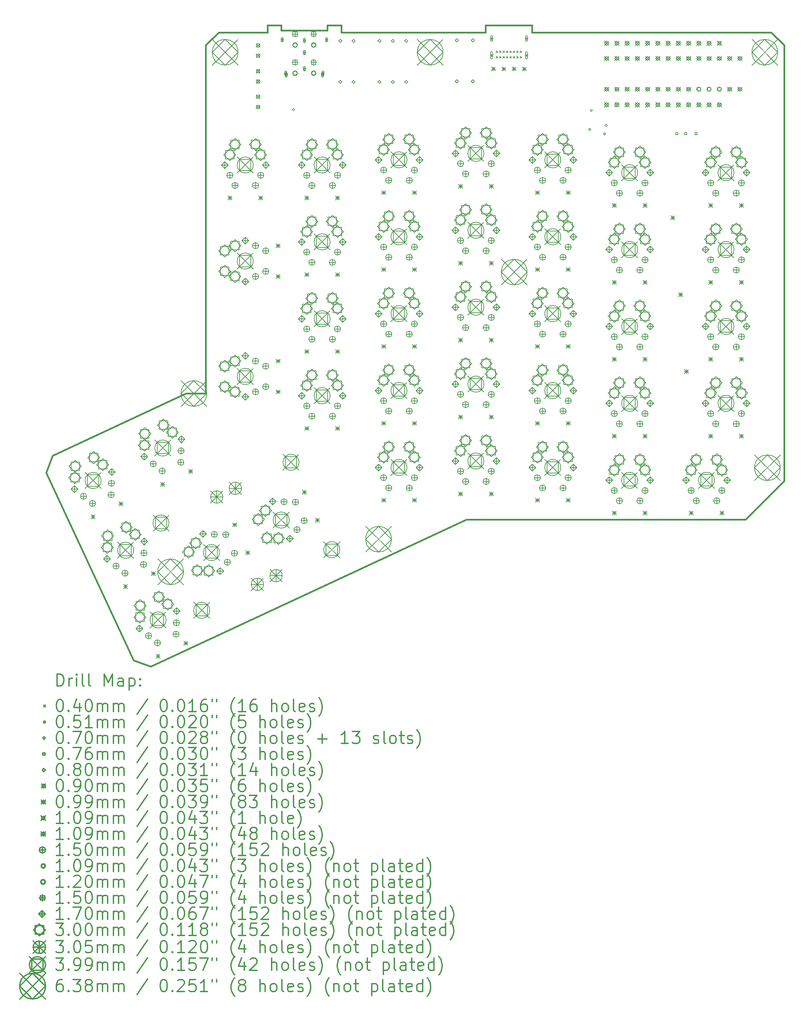
<source format=gbr>
%FSLAX45Y45*%
G04 Gerber Fmt 4.5, Leading zero omitted, Abs format (unit mm)*
G04 Created by KiCad (PCBNEW (5.1.4)-1) date 2019-10-18 00:21:53*
%MOMM*%
%LPD*%
G04 APERTURE LIST*
%ADD10C,0.381000*%
%ADD11C,0.200000*%
%ADD12C,0.300000*%
G04 APERTURE END LIST*
D10*
X3933818Y6809634D02*
X3443598Y6809634D01*
X2149214Y194458D02*
X2571108Y41042D01*
X2571108Y41042D02*
X10387958Y3685434D01*
X10387958Y3685434D02*
X17311998Y3685434D01*
X17311998Y3685434D02*
X18264498Y4637934D01*
X18264498Y4637934D02*
X18264498Y15432934D01*
X18264498Y15432934D02*
X17946998Y15750434D01*
X17946998Y15750434D02*
X12013558Y15750434D01*
X12013558Y15750434D02*
X12013558Y15928234D01*
X12013558Y15928234D02*
X10869938Y15928234D01*
X10869938Y15928234D02*
X10869938Y15750434D01*
X10869938Y15750434D02*
X7292398Y15750434D01*
X7292398Y15750434D02*
X7292398Y15928234D01*
X7292398Y15928234D02*
X6947317Y15928234D01*
X6947317Y15928234D02*
X6947317Y15801234D01*
X6947317Y15801234D02*
X5804317Y15801234D01*
X5804317Y15801234D02*
X5804317Y15928234D01*
X5804317Y15928234D02*
X5460358Y15928234D01*
X5460358Y15928234D02*
X5460358Y15750434D01*
X5460358Y15750434D02*
X4253858Y15750434D01*
X4253858Y15750434D02*
X3933818Y15432934D01*
X3933818Y15432934D02*
X3933818Y6809634D01*
X3443598Y6809634D02*
X134486Y5266584D01*
X134486Y5266584D02*
X-19184Y4844690D01*
X-19184Y4844690D02*
X2149214Y194458D01*
D11*
X11130141Y15288220D02*
X11170141Y15248220D01*
X11170141Y15288220D02*
X11130141Y15248220D01*
X11130141Y15153220D02*
X11170141Y15113220D01*
X11170141Y15153220D02*
X11130141Y15113220D01*
X11215141Y15288220D02*
X11255141Y15248220D01*
X11255141Y15288220D02*
X11215141Y15248220D01*
X11215141Y15153220D02*
X11255141Y15113220D01*
X11255141Y15153220D02*
X11215141Y15113220D01*
X11300141Y15288220D02*
X11340141Y15248220D01*
X11340141Y15288220D02*
X11300141Y15248220D01*
X11300141Y15153220D02*
X11340141Y15113220D01*
X11340141Y15153220D02*
X11300141Y15113220D01*
X11385141Y15288220D02*
X11425141Y15248220D01*
X11425141Y15288220D02*
X11385141Y15248220D01*
X11385141Y15153220D02*
X11425141Y15113220D01*
X11425141Y15153220D02*
X11385141Y15113220D01*
X11470141Y15288220D02*
X11510141Y15248220D01*
X11510141Y15288220D02*
X11470141Y15248220D01*
X11470141Y15153220D02*
X11510141Y15113220D01*
X11510141Y15153220D02*
X11470141Y15113220D01*
X11555141Y15288220D02*
X11595141Y15248220D01*
X11595141Y15288220D02*
X11555141Y15248220D01*
X11555141Y15153220D02*
X11595141Y15113220D01*
X11595141Y15153220D02*
X11555141Y15113220D01*
X11640141Y15288220D02*
X11680141Y15248220D01*
X11680141Y15288220D02*
X11640141Y15248220D01*
X11640141Y15153220D02*
X11680141Y15113220D01*
X11680141Y15153220D02*
X11640141Y15113220D01*
X11725141Y15288220D02*
X11765141Y15248220D01*
X11765141Y15288220D02*
X11725141Y15248220D01*
X11725141Y15153220D02*
X11765141Y15113220D01*
X11765141Y15153220D02*
X11725141Y15113220D01*
X6131720Y13836877D02*
G75*
G03X6131720Y13836877I-25400J0D01*
G01*
X13471717Y13346880D02*
G75*
G03X13471717Y13346880I-25400J0D01*
G01*
X13511717Y13816880D02*
G75*
G03X13511717Y13816880I-25400J0D01*
G01*
X13841717Y13236880D02*
G75*
G03X13841717Y13236880I-25400J0D01*
G01*
X13881718Y13446880D02*
G75*
G03X13881718Y13446880I-25400J0D01*
G01*
X5826071Y15603392D02*
X5826071Y15533392D01*
X5791071Y15568392D02*
X5861071Y15568392D01*
X5801071Y15598392D02*
X5801071Y15538392D01*
X5851071Y15598392D02*
X5851071Y15538392D01*
X5801071Y15538392D02*
G75*
G03X5851071Y15538392I25000J0D01*
G01*
X5851071Y15598392D02*
G75*
G03X5801071Y15598392I-25000J0D01*
G01*
X5916325Y14774660D02*
X5916325Y14704660D01*
X5881325Y14739660D02*
X5951325Y14739660D01*
X5891325Y14769660D02*
X5891325Y14709660D01*
X5941325Y14769660D02*
X5941325Y14709660D01*
X5891325Y14709660D02*
G75*
G03X5941325Y14709660I25000J0D01*
G01*
X5941325Y14769660D02*
G75*
G03X5891325Y14769660I-25000J0D01*
G01*
X5926325Y14734660D02*
X5926325Y14664660D01*
X5891325Y14699660D02*
X5961325Y14699660D01*
X5901325Y14729660D02*
X5901325Y14669660D01*
X5951325Y14729660D02*
X5951325Y14669660D01*
X5901325Y14669660D02*
G75*
G03X5951325Y14669660I25000J0D01*
G01*
X5951325Y14729660D02*
G75*
G03X5901325Y14729660I-25000J0D01*
G01*
X6376325Y15584660D02*
X6376325Y15514660D01*
X6341325Y15549660D02*
X6411325Y15549660D01*
X6351325Y15579660D02*
X6351325Y15519660D01*
X6401325Y15579660D02*
X6401325Y15519660D01*
X6351325Y15519660D02*
G75*
G03X6401325Y15519660I25000J0D01*
G01*
X6401325Y15579660D02*
G75*
G03X6351325Y15579660I-25000J0D01*
G01*
X6376325Y15284660D02*
X6376325Y15214660D01*
X6341325Y15249660D02*
X6411325Y15249660D01*
X6351325Y15279660D02*
X6351325Y15219660D01*
X6401325Y15279660D02*
X6401325Y15219660D01*
X6351325Y15219660D02*
G75*
G03X6401325Y15219660I25000J0D01*
G01*
X6401325Y15279660D02*
G75*
G03X6351325Y15279660I-25000J0D01*
G01*
X6376325Y14884660D02*
X6376325Y14814660D01*
X6341325Y14849660D02*
X6411325Y14849660D01*
X6351325Y14879660D02*
X6351325Y14819660D01*
X6401325Y14879660D02*
X6401325Y14819660D01*
X6351325Y14819660D02*
G75*
G03X6401325Y14819660I25000J0D01*
G01*
X6401325Y14879660D02*
G75*
G03X6351325Y14879660I-25000J0D01*
G01*
X6826325Y14734660D02*
X6826325Y14664660D01*
X6791325Y14699660D02*
X6861325Y14699660D01*
X6801325Y14729660D02*
X6801325Y14669660D01*
X6851325Y14729660D02*
X6851325Y14669660D01*
X6801325Y14669660D02*
G75*
G03X6851325Y14669660I25000J0D01*
G01*
X6851325Y14729660D02*
G75*
G03X6801325Y14729660I-25000J0D01*
G01*
X6836325Y14774660D02*
X6836325Y14704660D01*
X6801325Y14739660D02*
X6871325Y14739660D01*
X6811325Y14769660D02*
X6811325Y14709660D01*
X6861325Y14769660D02*
X6861325Y14709660D01*
X6811325Y14709660D02*
G75*
G03X6861325Y14709660I25000J0D01*
G01*
X6861325Y14769660D02*
G75*
G03X6811325Y14769660I-25000J0D01*
G01*
X6926071Y15603392D02*
X6926071Y15533392D01*
X6891071Y15568392D02*
X6961071Y15568392D01*
X6901071Y15598392D02*
X6901071Y15538392D01*
X6951071Y15598392D02*
X6951071Y15538392D01*
X6901071Y15538392D02*
G75*
G03X6951071Y15538392I25000J0D01*
G01*
X6951071Y15598392D02*
G75*
G03X6901071Y15598392I-25000J0D01*
G01*
X11015641Y15633220D02*
X11015641Y15563220D01*
X10980641Y15598220D02*
X11050641Y15598220D01*
X10990641Y15643220D02*
X10990641Y15553220D01*
X11040641Y15643220D02*
X11040641Y15553220D01*
X10990641Y15553220D02*
G75*
G03X11040641Y15553220I25000J0D01*
G01*
X11040641Y15643220D02*
G75*
G03X10990641Y15643220I-25000J0D01*
G01*
X11015641Y15218220D02*
X11015641Y15148220D01*
X10980641Y15183220D02*
X11050641Y15183220D01*
X10990641Y15248220D02*
X10990641Y15118220D01*
X11040641Y15248220D02*
X11040641Y15118220D01*
X10990641Y15118220D02*
G75*
G03X11040641Y15118220I25000J0D01*
G01*
X11040641Y15248220D02*
G75*
G03X10990641Y15248220I-25000J0D01*
G01*
X11879641Y15633220D02*
X11879641Y15563220D01*
X11844641Y15598220D02*
X11914641Y15598220D01*
X11854641Y15643220D02*
X11854641Y15553220D01*
X11904641Y15643220D02*
X11904641Y15553220D01*
X11854641Y15553220D02*
G75*
G03X11904641Y15553220I25000J0D01*
G01*
X11904641Y15643220D02*
G75*
G03X11854641Y15643220I-25000J0D01*
G01*
X11879641Y15218220D02*
X11879641Y15148220D01*
X11844641Y15183220D02*
X11914641Y15183220D01*
X11854641Y15248220D02*
X11854641Y15118220D01*
X11904641Y15248220D02*
X11904641Y15118220D01*
X11854641Y15118220D02*
G75*
G03X11904641Y15118220I25000J0D01*
G01*
X11904641Y15248220D02*
G75*
G03X11854641Y15248220I-25000J0D01*
G01*
X15632258Y13213616D02*
X15632258Y13267498D01*
X15578376Y13267498D01*
X15578376Y13213616D01*
X15632258Y13213616D01*
X15854258Y13213616D02*
X15854258Y13267498D01*
X15800376Y13267498D01*
X15800376Y13213616D01*
X15854258Y13213616D01*
X16109258Y13213616D02*
X16109258Y13267498D01*
X16055376Y13267498D01*
X16055376Y13213616D01*
X16109258Y13213616D01*
X8898121Y15500564D02*
X8938121Y15540564D01*
X8898121Y15580564D01*
X8858121Y15540564D01*
X8898121Y15500564D01*
X8898121Y14484564D02*
X8938121Y14524564D01*
X8898121Y14564564D01*
X8858121Y14524564D01*
X8898121Y14484564D01*
X7267148Y15501261D02*
X7307148Y15541261D01*
X7267148Y15581261D01*
X7227148Y15541261D01*
X7267148Y15501261D01*
X7267148Y14485261D02*
X7307148Y14525261D01*
X7267148Y14565261D01*
X7227148Y14525261D01*
X7267148Y14485261D01*
X10553343Y15512747D02*
X10593343Y15552747D01*
X10553343Y15592747D01*
X10513343Y15552747D01*
X10553343Y15512747D01*
X10553343Y14496747D02*
X10593343Y14536747D01*
X10553343Y14576747D01*
X10513343Y14536747D01*
X10553343Y14496747D01*
X8238313Y15500450D02*
X8278313Y15540450D01*
X8238313Y15580450D01*
X8198313Y15540450D01*
X8238313Y15500450D01*
X8238313Y14484450D02*
X8278313Y14524450D01*
X8238313Y14564450D01*
X8198313Y14524450D01*
X8238313Y14484450D01*
X10153145Y15512766D02*
X10193145Y15552766D01*
X10153145Y15592766D01*
X10113145Y15552766D01*
X10153145Y15512766D01*
X10153145Y14496766D02*
X10193145Y14536766D01*
X10153145Y14576766D01*
X10113145Y14536766D01*
X10153145Y14496766D01*
X8568006Y15500670D02*
X8608006Y15540670D01*
X8568006Y15580670D01*
X8528006Y15540670D01*
X8568006Y15500670D01*
X8568006Y14484670D02*
X8608006Y14524670D01*
X8568006Y14564670D01*
X8528006Y14524670D01*
X8568006Y14484670D01*
X7595776Y15500616D02*
X7635776Y15540616D01*
X7595776Y15580616D01*
X7555776Y15540616D01*
X7595776Y15500616D01*
X7595776Y14484616D02*
X7635776Y14524616D01*
X7595776Y14564616D01*
X7555776Y14524616D01*
X7595776Y14484616D01*
X5186916Y14202037D02*
X5276916Y14112037D01*
X5276916Y14202037D02*
X5186916Y14112037D01*
X5276916Y14157037D02*
G75*
G03X5276916Y14157037I-45000J0D01*
G01*
X5186916Y13948037D02*
X5276916Y13858037D01*
X5276916Y13948037D02*
X5186916Y13858037D01*
X5276916Y13903037D02*
G75*
G03X5276916Y13903037I-45000J0D01*
G01*
X5186963Y14832022D02*
X5276963Y14742022D01*
X5276963Y14832022D02*
X5186963Y14742022D01*
X5276963Y14787022D02*
G75*
G03X5276963Y14787022I-45000J0D01*
G01*
X5186963Y14578022D02*
X5276963Y14488022D01*
X5276963Y14578022D02*
X5186963Y14488022D01*
X5276963Y14533022D02*
G75*
G03X5276963Y14533022I-45000J0D01*
G01*
X5186938Y15472025D02*
X5276938Y15382025D01*
X5276938Y15472025D02*
X5186938Y15382025D01*
X5276938Y15427025D02*
G75*
G03X5276938Y15427025I-45000J0D01*
G01*
X5186938Y15218025D02*
X5276938Y15128025D01*
X5276938Y15218025D02*
X5186938Y15128025D01*
X5276938Y15173025D02*
G75*
G03X5276938Y15173025I-45000J0D01*
G01*
X15456787Y11208440D02*
X15555847Y11109380D01*
X15555847Y11208440D02*
X15456787Y11109380D01*
X15506317Y11208440D02*
X15506317Y11109380D01*
X15456787Y11158910D02*
X15555847Y11158910D01*
X15650069Y9304704D02*
X15749129Y9205644D01*
X15749129Y9304704D02*
X15650069Y9205644D01*
X15699599Y9304704D02*
X15699599Y9205644D01*
X15650069Y9255174D02*
X15749129Y9255174D01*
X15797559Y7398322D02*
X15896619Y7299262D01*
X15896619Y7398322D02*
X15797559Y7299262D01*
X15847089Y7398322D02*
X15847089Y7299262D01*
X15797559Y7348792D02*
X15896619Y7348792D01*
X10196182Y6275002D02*
X10295242Y6175942D01*
X10295242Y6275002D02*
X10196182Y6175942D01*
X10245712Y6275002D02*
X10245712Y6175942D01*
X10196182Y6225472D02*
X10295242Y6225472D01*
X10958182Y6275002D02*
X11057242Y6175942D01*
X11057242Y6275002D02*
X10958182Y6175942D01*
X11007712Y6275002D02*
X11007712Y6175942D01*
X10958182Y6225472D02*
X11057242Y6225472D01*
X5674955Y10515698D02*
X5774015Y10416638D01*
X5774015Y10515698D02*
X5674955Y10416638D01*
X5724485Y10515698D02*
X5724485Y10416638D01*
X5674955Y10466168D02*
X5774015Y10466168D01*
X5674955Y9753698D02*
X5774015Y9654638D01*
X5774015Y9753698D02*
X5674955Y9654638D01*
X5724485Y9753698D02*
X5724485Y9654638D01*
X5674955Y9704168D02*
X5774015Y9704168D01*
X2701397Y348093D02*
X2800457Y249033D01*
X2800457Y348093D02*
X2701397Y249033D01*
X2750927Y348093D02*
X2750927Y249033D01*
X2701397Y298563D02*
X2800457Y298563D01*
X3392003Y670128D02*
X3491063Y571068D01*
X3491063Y670128D02*
X3392003Y571068D01*
X3441533Y670128D02*
X3441533Y571068D01*
X3392003Y620598D02*
X3491063Y620598D01*
X1896215Y2074787D02*
X1995275Y1975727D01*
X1995275Y2074787D02*
X1896215Y1975727D01*
X1945745Y2074787D02*
X1945745Y1975727D01*
X1896215Y2025257D02*
X1995275Y2025257D01*
X2586822Y2396822D02*
X2685882Y2297762D01*
X2685882Y2396822D02*
X2586822Y2297762D01*
X2636352Y2396822D02*
X2636352Y2297762D01*
X2586822Y2347292D02*
X2685882Y2347292D01*
X12101210Y8020215D02*
X12200270Y7921155D01*
X12200270Y8020215D02*
X12101210Y7921155D01*
X12150740Y8020215D02*
X12150740Y7921155D01*
X12101210Y7970685D02*
X12200270Y7970685D01*
X12863210Y8020215D02*
X12962270Y7921155D01*
X12962270Y8020215D02*
X12863210Y7921155D01*
X12912740Y8020215D02*
X12912740Y7921155D01*
X12863210Y7970685D02*
X12962270Y7970685D01*
X12101155Y11830153D02*
X12200215Y11731093D01*
X12200215Y11830153D02*
X12101155Y11731093D01*
X12150685Y11830153D02*
X12150685Y11731093D01*
X12101155Y11780623D02*
X12200215Y11780623D01*
X12863155Y11830153D02*
X12962215Y11731093D01*
X12962215Y11830153D02*
X12863155Y11731093D01*
X12912685Y11830153D02*
X12912685Y11731093D01*
X12863155Y11780623D02*
X12962215Y11780623D01*
X4481183Y11702945D02*
X4580243Y11603885D01*
X4580243Y11702945D02*
X4481183Y11603885D01*
X4530713Y11702945D02*
X4530713Y11603885D01*
X4481183Y11653415D02*
X4580243Y11653415D01*
X5243183Y11702945D02*
X5342243Y11603885D01*
X5342243Y11702945D02*
X5243183Y11603885D01*
X5292713Y11702945D02*
X5292713Y11603885D01*
X5243183Y11653415D02*
X5342243Y11653415D01*
X2817719Y4606205D02*
X2916779Y4507145D01*
X2916779Y4606205D02*
X2817719Y4507145D01*
X2867249Y4606205D02*
X2867249Y4507145D01*
X2817719Y4556675D02*
X2916779Y4556675D01*
X3508326Y4928240D02*
X3607386Y4829180D01*
X3607386Y4928240D02*
X3508326Y4829180D01*
X3557856Y4928240D02*
X3557856Y4829180D01*
X3508326Y4878710D02*
X3607386Y4878710D01*
X6386165Y7893125D02*
X6485225Y7794065D01*
X6485225Y7893125D02*
X6386165Y7794065D01*
X6435695Y7893125D02*
X6435695Y7794065D01*
X6386165Y7843595D02*
X6485225Y7843595D01*
X7148165Y7893125D02*
X7247225Y7794065D01*
X7247225Y7893125D02*
X7148165Y7794065D01*
X7197695Y7893125D02*
X7197695Y7794065D01*
X7148165Y7843595D02*
X7247225Y7843595D01*
X12101228Y9925205D02*
X12200288Y9826145D01*
X12200288Y9925205D02*
X12101228Y9826145D01*
X12150758Y9925205D02*
X12150758Y9826145D01*
X12101228Y9875675D02*
X12200288Y9875675D01*
X12863228Y9925205D02*
X12962288Y9826145D01*
X12962288Y9925205D02*
X12863228Y9826145D01*
X12912758Y9925205D02*
X12912758Y9826145D01*
X12863228Y9875675D02*
X12962288Y9875675D01*
X14006167Y3892665D02*
X14105227Y3793605D01*
X14105227Y3892665D02*
X14006167Y3793605D01*
X14055697Y3892665D02*
X14055697Y3793605D01*
X14006167Y3843135D02*
X14105227Y3843135D01*
X14768167Y3892665D02*
X14867227Y3793605D01*
X14867227Y3892665D02*
X14768167Y3793605D01*
X14817697Y3892665D02*
X14817697Y3793605D01*
X14768167Y3843135D02*
X14867227Y3843135D01*
X12101234Y6115134D02*
X12200294Y6016074D01*
X12200294Y6115134D02*
X12101234Y6016074D01*
X12150764Y6115134D02*
X12150764Y6016074D01*
X12101234Y6065604D02*
X12200294Y6065604D01*
X12863234Y6115134D02*
X12962294Y6016074D01*
X12962294Y6115134D02*
X12863234Y6016074D01*
X12912764Y6115134D02*
X12912764Y6016074D01*
X12863234Y6065604D02*
X12962294Y6065604D01*
X6386141Y9798206D02*
X6485201Y9699146D01*
X6485201Y9798206D02*
X6386141Y9699146D01*
X6435671Y9798206D02*
X6435671Y9699146D01*
X6386141Y9748676D02*
X6485201Y9748676D01*
X7148141Y9798206D02*
X7247201Y9699146D01*
X7247201Y9798206D02*
X7148141Y9699146D01*
X7197671Y9798206D02*
X7197671Y9699146D01*
X7148141Y9748676D02*
X7247201Y9748676D01*
X8291235Y4210179D02*
X8390295Y4111119D01*
X8390295Y4210179D02*
X8291235Y4111119D01*
X8340765Y4210179D02*
X8340765Y4111119D01*
X8291235Y4160649D02*
X8390295Y4160649D01*
X9053235Y4210179D02*
X9152295Y4111119D01*
X9152295Y4210179D02*
X9053235Y4111119D01*
X9102765Y4210179D02*
X9102765Y4111119D01*
X9053235Y4160649D02*
X9152295Y4160649D01*
X6386169Y11702936D02*
X6485229Y11603876D01*
X6485229Y11702936D02*
X6386169Y11603876D01*
X6435699Y11702936D02*
X6435699Y11603876D01*
X6386169Y11653406D02*
X6485229Y11653406D01*
X7148169Y11702936D02*
X7247229Y11603876D01*
X7247229Y11702936D02*
X7148169Y11603876D01*
X7197699Y11702936D02*
X7197699Y11603876D01*
X7148169Y11653406D02*
X7247229Y11653406D01*
X6386147Y5988135D02*
X6485207Y5889075D01*
X6485207Y5988135D02*
X6386147Y5889075D01*
X6435677Y5988135D02*
X6435677Y5889075D01*
X6386147Y5938605D02*
X6485207Y5938605D01*
X7148147Y5988135D02*
X7247207Y5889075D01*
X7247207Y5988135D02*
X7148147Y5889075D01*
X7197677Y5988135D02*
X7197677Y5889075D01*
X7148147Y5938605D02*
X7247207Y5938605D01*
X14006203Y7702646D02*
X14105263Y7603586D01*
X14105263Y7702646D02*
X14006203Y7603586D01*
X14055733Y7702646D02*
X14055733Y7603586D01*
X14006203Y7653116D02*
X14105263Y7653116D01*
X14768203Y7702646D02*
X14867263Y7603586D01*
X14867263Y7702646D02*
X14768203Y7603586D01*
X14817733Y7702646D02*
X14817733Y7603586D01*
X14768203Y7653116D02*
X14867263Y7653116D01*
X14006191Y11512494D02*
X14105251Y11413434D01*
X14105251Y11512494D02*
X14006191Y11413434D01*
X14055721Y11512494D02*
X14055721Y11413434D01*
X14006191Y11462964D02*
X14105251Y11462964D01*
X14768191Y11512494D02*
X14867251Y11413434D01*
X14867251Y11512494D02*
X14768191Y11413434D01*
X14817721Y11512494D02*
X14817721Y11413434D01*
X14768191Y11462964D02*
X14867251Y11462964D01*
X8291174Y11830189D02*
X8390234Y11731129D01*
X8390234Y11830189D02*
X8291174Y11731129D01*
X8340704Y11830189D02*
X8340704Y11731129D01*
X8291174Y11780659D02*
X8390234Y11780659D01*
X9053174Y11830189D02*
X9152234Y11731129D01*
X9152234Y11830189D02*
X9053174Y11731129D01*
X9102704Y11830189D02*
X9102704Y11731129D01*
X9053174Y11780659D02*
X9152234Y11780659D01*
X6329084Y4408113D02*
X6428144Y4309053D01*
X6428144Y4408113D02*
X6329084Y4309053D01*
X6378614Y4408113D02*
X6378614Y4309053D01*
X6329084Y4358583D02*
X6428144Y4358583D01*
X6651119Y3717506D02*
X6750179Y3618446D01*
X6750179Y3717506D02*
X6651119Y3618446D01*
X6700649Y3717506D02*
X6700649Y3618446D01*
X6651119Y3667976D02*
X6750179Y3667976D01*
X8291181Y8020118D02*
X8390241Y7921058D01*
X8390241Y8020118D02*
X8291181Y7921058D01*
X8340711Y8020118D02*
X8340711Y7921058D01*
X8291181Y7970588D02*
X8390241Y7970588D01*
X9053181Y8020118D02*
X9152241Y7921058D01*
X9152241Y8020118D02*
X9053181Y7921058D01*
X9102711Y8020118D02*
X9102711Y7921058D01*
X9053181Y7970588D02*
X9152241Y7970588D01*
X14006179Y9607727D02*
X14105239Y9508667D01*
X14105239Y9607727D02*
X14006179Y9508667D01*
X14055709Y9607727D02*
X14055709Y9508667D01*
X14006179Y9558197D02*
X14105239Y9558197D01*
X14768179Y9607727D02*
X14867239Y9508667D01*
X14867239Y9607727D02*
X14768179Y9508667D01*
X14817709Y9607727D02*
X14817709Y9508667D01*
X14768179Y9558197D02*
X14867239Y9558197D01*
X15911158Y3892647D02*
X16010218Y3793587D01*
X16010218Y3892647D02*
X15911158Y3793587D01*
X15960688Y3892647D02*
X15960688Y3793587D01*
X15911158Y3843117D02*
X16010218Y3843117D01*
X16673158Y3892647D02*
X16772218Y3793587D01*
X16772218Y3892647D02*
X16673158Y3793587D01*
X16722688Y3892647D02*
X16722688Y3793587D01*
X16673158Y3843117D02*
X16772218Y3843117D01*
X14006185Y5797656D02*
X14105245Y5698596D01*
X14105245Y5797656D02*
X14006185Y5698596D01*
X14055715Y5797656D02*
X14055715Y5698596D01*
X14006185Y5748126D02*
X14105245Y5748126D01*
X14768185Y5797656D02*
X14867245Y5698596D01*
X14867245Y5797656D02*
X14768185Y5698596D01*
X14817715Y5797656D02*
X14817715Y5698596D01*
X14768185Y5748126D02*
X14867245Y5748126D01*
X8291156Y9925199D02*
X8390217Y9826139D01*
X8390217Y9925199D02*
X8291156Y9826139D01*
X8340686Y9925199D02*
X8340686Y9826139D01*
X8291156Y9875669D02*
X8390217Y9875669D01*
X9053157Y9925199D02*
X9152217Y9826139D01*
X9152217Y9925199D02*
X9053157Y9826139D01*
X9102687Y9925199D02*
X9102687Y9826139D01*
X9053157Y9875669D02*
X9152217Y9875669D01*
X10196207Y4369921D02*
X10295267Y4270861D01*
X10295267Y4369921D02*
X10196207Y4270861D01*
X10245737Y4369921D02*
X10245737Y4270861D01*
X10196207Y4320391D02*
X10295267Y4320391D01*
X10958207Y4369921D02*
X11057267Y4270861D01*
X11057267Y4369921D02*
X10958207Y4270861D01*
X11007737Y4369921D02*
X11007737Y4270861D01*
X10958207Y4320391D02*
X11057267Y4320391D01*
X11015111Y14895750D02*
X11114171Y14796690D01*
X11114171Y14895750D02*
X11015111Y14796690D01*
X11064641Y14895750D02*
X11064641Y14796690D01*
X11015111Y14846220D02*
X11114171Y14846220D01*
X11269111Y14895750D02*
X11368171Y14796690D01*
X11368171Y14895750D02*
X11269111Y14796690D01*
X11318641Y14895750D02*
X11318641Y14796690D01*
X11269111Y14846220D02*
X11368171Y14846220D01*
X11523111Y14895750D02*
X11622171Y14796690D01*
X11622171Y14895750D02*
X11523111Y14796690D01*
X11572641Y14895750D02*
X11572641Y14796690D01*
X11523111Y14846220D02*
X11622171Y14846220D01*
X11777111Y14895750D02*
X11876171Y14796690D01*
X11876171Y14895750D02*
X11777111Y14796690D01*
X11826641Y14895750D02*
X11826641Y14796690D01*
X11777111Y14846220D02*
X11876171Y14846220D01*
X8291163Y6115127D02*
X8390223Y6016067D01*
X8390223Y6115127D02*
X8291163Y6016067D01*
X8340693Y6115127D02*
X8340693Y6016067D01*
X8291163Y6065597D02*
X8390223Y6065597D01*
X9053163Y6115127D02*
X9152223Y6016067D01*
X9152223Y6115127D02*
X9053163Y6016067D01*
X9102693Y6115127D02*
X9102693Y6016067D01*
X9053163Y6065597D02*
X9152223Y6065597D01*
X16394231Y7702673D02*
X16493291Y7603613D01*
X16493291Y7702673D02*
X16394231Y7603613D01*
X16443761Y7702673D02*
X16443761Y7603613D01*
X16394231Y7653143D02*
X16493291Y7653143D01*
X17156231Y7702673D02*
X17255291Y7603613D01*
X17255291Y7702673D02*
X17156231Y7603613D01*
X17205761Y7702673D02*
X17205761Y7603613D01*
X17156231Y7653143D02*
X17255291Y7653143D01*
X4602680Y3602856D02*
X4701740Y3503796D01*
X4701740Y3602856D02*
X4602680Y3503796D01*
X4652210Y3602856D02*
X4652210Y3503796D01*
X4602680Y3553326D02*
X4701740Y3553326D01*
X4924715Y2912250D02*
X5023775Y2813190D01*
X5023775Y2912250D02*
X4924715Y2813190D01*
X4974245Y2912250D02*
X4974245Y2813190D01*
X4924715Y2862720D02*
X5023775Y2862720D01*
X16394171Y11512388D02*
X16493231Y11413328D01*
X16493231Y11512388D02*
X16394171Y11413328D01*
X16443701Y11512388D02*
X16443701Y11413328D01*
X16394171Y11462858D02*
X16493231Y11462858D01*
X17156171Y11512388D02*
X17255231Y11413328D01*
X17255231Y11512388D02*
X17156171Y11413328D01*
X17205701Y11512388D02*
X17205701Y11413328D01*
X17156171Y11462858D02*
X17255231Y11462858D01*
X10196200Y8179993D02*
X10295260Y8080933D01*
X10295260Y8179993D02*
X10196200Y8080933D01*
X10245730Y8179993D02*
X10245730Y8080933D01*
X10196200Y8130463D02*
X10295260Y8130463D01*
X10958200Y8179993D02*
X11057260Y8080933D01*
X11057260Y8179993D02*
X10958200Y8080933D01*
X11007730Y8179993D02*
X11007730Y8080933D01*
X10958200Y8130463D02*
X11057260Y8130463D01*
X10196236Y11989973D02*
X10295296Y11890913D01*
X10295296Y11989973D02*
X10196236Y11890913D01*
X10245766Y11989973D02*
X10245766Y11890913D01*
X10196236Y11940443D02*
X10295296Y11940443D01*
X10958236Y11989973D02*
X11057296Y11890913D01*
X11057296Y11989973D02*
X10958236Y11890913D01*
X11007766Y11989973D02*
X11007766Y11890913D01*
X10958236Y11940443D02*
X11057296Y11940443D01*
X16394207Y9607754D02*
X16493267Y9508694D01*
X16493267Y9607754D02*
X16394207Y9508694D01*
X16443737Y9607754D02*
X16443737Y9508694D01*
X16394207Y9558224D02*
X16493267Y9558224D01*
X17156207Y9607754D02*
X17255267Y9508694D01*
X17255267Y9607754D02*
X17156207Y9508694D01*
X17205737Y9607754D02*
X17205737Y9508694D01*
X17156207Y9558224D02*
X17255267Y9558224D01*
X5674979Y7658291D02*
X5774039Y7559231D01*
X5774039Y7658291D02*
X5674979Y7559231D01*
X5724509Y7658291D02*
X5724509Y7559231D01*
X5674979Y7608761D02*
X5774039Y7608761D01*
X5674979Y6896291D02*
X5774039Y6797231D01*
X5774039Y6896291D02*
X5674979Y6797231D01*
X5724509Y6896291D02*
X5724509Y6797231D01*
X5674979Y6846761D02*
X5774039Y6846761D01*
X1091294Y3801160D02*
X1190354Y3702100D01*
X1190354Y3801160D02*
X1091294Y3702100D01*
X1140824Y3801160D02*
X1140824Y3702100D01*
X1091294Y3751630D02*
X1190354Y3751630D01*
X1781900Y4123195D02*
X1880960Y4024135D01*
X1880960Y4123195D02*
X1781900Y4024135D01*
X1831430Y4123195D02*
X1831430Y4024135D01*
X1781900Y4073665D02*
X1880960Y4073665D01*
X16394213Y5797682D02*
X16493273Y5698622D01*
X16493273Y5797682D02*
X16394213Y5698622D01*
X16443743Y5797682D02*
X16443743Y5698622D01*
X16394213Y5748152D02*
X16493273Y5748152D01*
X17156214Y5797682D02*
X17255274Y5698622D01*
X17255274Y5797682D02*
X17156214Y5698622D01*
X17205744Y5797682D02*
X17205744Y5698622D01*
X17156214Y5748152D02*
X17255274Y5748152D01*
X10196218Y10084983D02*
X10295278Y9985923D01*
X10295278Y10084983D02*
X10196218Y9985923D01*
X10245748Y10084983D02*
X10245748Y9985923D01*
X10196218Y10035453D02*
X10295278Y10035453D01*
X10958218Y10084983D02*
X11057278Y9985923D01*
X11057278Y10084983D02*
X10958218Y9985923D01*
X11007748Y10084983D02*
X11007748Y9985923D01*
X10958218Y10035453D02*
X11057278Y10035453D01*
X12101216Y4210143D02*
X12200276Y4111083D01*
X12200276Y4210143D02*
X12101216Y4111083D01*
X12150746Y4210143D02*
X12150746Y4111083D01*
X12101216Y4160613D02*
X12200276Y4160613D01*
X12863216Y4210143D02*
X12962276Y4111083D01*
X12962276Y4210143D02*
X12863216Y4111083D01*
X12912746Y4210143D02*
X12912746Y4111083D01*
X12863216Y4160613D02*
X12962276Y4160613D01*
X16604779Y15538203D02*
X16713745Y15429237D01*
X16713745Y15538203D02*
X16604779Y15429237D01*
X16697788Y15445194D02*
X16697788Y15522245D01*
X16620736Y15522245D01*
X16620736Y15445194D01*
X16697788Y15445194D01*
X13809133Y15159871D02*
X13918353Y15050651D01*
X13918353Y15159871D02*
X13809133Y15050651D01*
X13863743Y15050651D02*
X13918353Y15105261D01*
X13863743Y15159871D01*
X13809133Y15105261D01*
X13863743Y15050651D01*
X13809133Y14397871D02*
X13918353Y14288651D01*
X13918353Y14397871D02*
X13809133Y14288651D01*
X13863743Y14288651D02*
X13918353Y14343261D01*
X13863743Y14397871D01*
X13809133Y14343261D01*
X13863743Y14288651D01*
X14063133Y15159871D02*
X14172353Y15050651D01*
X14172353Y15159871D02*
X14063133Y15050651D01*
X14117743Y15050651D02*
X14172353Y15105261D01*
X14117743Y15159871D01*
X14063133Y15105261D01*
X14117743Y15050651D01*
X14063133Y14397871D02*
X14172353Y14288651D01*
X14172353Y14397871D02*
X14063133Y14288651D01*
X14117743Y14288651D02*
X14172353Y14343261D01*
X14117743Y14397871D01*
X14063133Y14343261D01*
X14117743Y14288651D01*
X14317133Y15159871D02*
X14426353Y15050651D01*
X14426353Y15159871D02*
X14317133Y15050651D01*
X14371743Y15050651D02*
X14426353Y15105261D01*
X14371743Y15159871D01*
X14317133Y15105261D01*
X14371743Y15050651D01*
X14317133Y14397871D02*
X14426353Y14288651D01*
X14426353Y14397871D02*
X14317133Y14288651D01*
X14371743Y14288651D02*
X14426353Y14343261D01*
X14371743Y14397871D01*
X14317133Y14343261D01*
X14371743Y14288651D01*
X14571133Y15159871D02*
X14680353Y15050651D01*
X14680353Y15159871D02*
X14571133Y15050651D01*
X14625743Y15050651D02*
X14680353Y15105261D01*
X14625743Y15159871D01*
X14571133Y15105261D01*
X14625743Y15050651D01*
X14571133Y14397871D02*
X14680353Y14288651D01*
X14680353Y14397871D02*
X14571133Y14288651D01*
X14625743Y14288651D02*
X14680353Y14343261D01*
X14625743Y14397871D01*
X14571133Y14343261D01*
X14625743Y14288651D01*
X14825133Y15159871D02*
X14934353Y15050651D01*
X14934353Y15159871D02*
X14825133Y15050651D01*
X14879743Y15050651D02*
X14934353Y15105261D01*
X14879743Y15159871D01*
X14825133Y15105261D01*
X14879743Y15050651D01*
X14825133Y14397871D02*
X14934353Y14288651D01*
X14934353Y14397871D02*
X14825133Y14288651D01*
X14879743Y14288651D02*
X14934353Y14343261D01*
X14879743Y14397871D01*
X14825133Y14343261D01*
X14879743Y14288651D01*
X15079133Y15159871D02*
X15188353Y15050651D01*
X15188353Y15159871D02*
X15079133Y15050651D01*
X15133743Y15050651D02*
X15188353Y15105261D01*
X15133743Y15159871D01*
X15079133Y15105261D01*
X15133743Y15050651D01*
X15079133Y14397871D02*
X15188353Y14288651D01*
X15188353Y14397871D02*
X15079133Y14288651D01*
X15133743Y14288651D02*
X15188353Y14343261D01*
X15133743Y14397871D01*
X15079133Y14343261D01*
X15133743Y14288651D01*
X15333133Y15159871D02*
X15442353Y15050651D01*
X15442353Y15159871D02*
X15333133Y15050651D01*
X15387743Y15050651D02*
X15442353Y15105261D01*
X15387743Y15159871D01*
X15333133Y15105261D01*
X15387743Y15050651D01*
X15333133Y14397871D02*
X15442353Y14288651D01*
X15442353Y14397871D02*
X15333133Y14288651D01*
X15387743Y14288651D02*
X15442353Y14343261D01*
X15387743Y14397871D01*
X15333133Y14343261D01*
X15387743Y14288651D01*
X15587133Y15159871D02*
X15696353Y15050651D01*
X15696353Y15159871D02*
X15587133Y15050651D01*
X15641743Y15050651D02*
X15696353Y15105261D01*
X15641743Y15159871D01*
X15587133Y15105261D01*
X15641743Y15050651D01*
X15587133Y14397871D02*
X15696353Y14288651D01*
X15696353Y14397871D02*
X15587133Y14288651D01*
X15641743Y14288651D02*
X15696353Y14343261D01*
X15641743Y14397871D01*
X15587133Y14343261D01*
X15641743Y14288651D01*
X15841133Y15159871D02*
X15950353Y15050651D01*
X15950353Y15159871D02*
X15841133Y15050651D01*
X15895743Y15050651D02*
X15950353Y15105261D01*
X15895743Y15159871D01*
X15841133Y15105261D01*
X15895743Y15050651D01*
X15841133Y14397871D02*
X15950353Y14288651D01*
X15950353Y14397871D02*
X15841133Y14288651D01*
X15895743Y14288651D02*
X15950353Y14343261D01*
X15895743Y14397871D01*
X15841133Y14343261D01*
X15895743Y14288651D01*
X16095133Y15159871D02*
X16204353Y15050651D01*
X16204353Y15159871D02*
X16095133Y15050651D01*
X16149743Y15050651D02*
X16204353Y15105261D01*
X16149743Y15159871D01*
X16095133Y15105261D01*
X16149743Y15050651D01*
X16349133Y15159871D02*
X16458353Y15050651D01*
X16458353Y15159871D02*
X16349133Y15050651D01*
X16403743Y15050651D02*
X16458353Y15105261D01*
X16403743Y15159871D01*
X16349133Y15105261D01*
X16403743Y15050651D01*
X16603133Y15159871D02*
X16712353Y15050651D01*
X16712353Y15159871D02*
X16603133Y15050651D01*
X16657743Y15050651D02*
X16712353Y15105261D01*
X16657743Y15159871D01*
X16603133Y15105261D01*
X16657743Y15050651D01*
X16857134Y15159871D02*
X16966354Y15050651D01*
X16966354Y15159871D02*
X16857134Y15050651D01*
X16911744Y15050651D02*
X16966354Y15105261D01*
X16911744Y15159871D01*
X16857134Y15105261D01*
X16911744Y15050651D01*
X16857134Y14397871D02*
X16966354Y14288651D01*
X16966354Y14397871D02*
X16857134Y14288651D01*
X16911744Y14288651D02*
X16966354Y14343261D01*
X16911744Y14397871D01*
X16857134Y14343261D01*
X16911744Y14288651D01*
X17111134Y15159871D02*
X17220354Y15050651D01*
X17220354Y15159871D02*
X17111134Y15050651D01*
X17165744Y15050651D02*
X17220354Y15105261D01*
X17165744Y15159871D01*
X17111134Y15105261D01*
X17165744Y15050651D01*
X17111134Y14397871D02*
X17220354Y14288651D01*
X17220354Y14397871D02*
X17111134Y14288651D01*
X17165744Y14288651D02*
X17220354Y14343261D01*
X17165744Y14397871D01*
X17111134Y14343261D01*
X17165744Y14288651D01*
X13810652Y15538330D02*
X13919872Y15429110D01*
X13919872Y15538330D02*
X13810652Y15429110D01*
X13865262Y15429110D02*
X13919872Y15483720D01*
X13865262Y15538330D01*
X13810652Y15483720D01*
X13865262Y15429110D01*
X13810652Y14014330D02*
X13919872Y13905110D01*
X13919872Y14014330D02*
X13810652Y13905110D01*
X13865262Y13905110D02*
X13919872Y13959720D01*
X13865262Y14014330D01*
X13810652Y13959720D01*
X13865262Y13905110D01*
X14064652Y15538330D02*
X14173872Y15429110D01*
X14173872Y15538330D02*
X14064652Y15429110D01*
X14119262Y15429110D02*
X14173872Y15483720D01*
X14119262Y15538330D01*
X14064652Y15483720D01*
X14119262Y15429110D01*
X14064652Y14014330D02*
X14173872Y13905110D01*
X14173872Y14014330D02*
X14064652Y13905110D01*
X14119262Y13905110D02*
X14173872Y13959720D01*
X14119262Y14014330D01*
X14064652Y13959720D01*
X14119262Y13905110D01*
X14318652Y15538330D02*
X14427872Y15429110D01*
X14427872Y15538330D02*
X14318652Y15429110D01*
X14373262Y15429110D02*
X14427872Y15483720D01*
X14373262Y15538330D01*
X14318652Y15483720D01*
X14373262Y15429110D01*
X14318652Y14014330D02*
X14427872Y13905110D01*
X14427872Y14014330D02*
X14318652Y13905110D01*
X14373262Y13905110D02*
X14427872Y13959720D01*
X14373262Y14014330D01*
X14318652Y13959720D01*
X14373262Y13905110D01*
X14572652Y15538330D02*
X14681872Y15429110D01*
X14681872Y15538330D02*
X14572652Y15429110D01*
X14627262Y15429110D02*
X14681872Y15483720D01*
X14627262Y15538330D01*
X14572652Y15483720D01*
X14627262Y15429110D01*
X14572652Y14014330D02*
X14681872Y13905110D01*
X14681872Y14014330D02*
X14572652Y13905110D01*
X14627262Y13905110D02*
X14681872Y13959720D01*
X14627262Y14014330D01*
X14572652Y13959720D01*
X14627262Y13905110D01*
X14826652Y15538330D02*
X14935872Y15429110D01*
X14935872Y15538330D02*
X14826652Y15429110D01*
X14881262Y15429110D02*
X14935872Y15483720D01*
X14881262Y15538330D01*
X14826652Y15483720D01*
X14881262Y15429110D01*
X14826652Y14014330D02*
X14935872Y13905110D01*
X14935872Y14014330D02*
X14826652Y13905110D01*
X14881262Y13905110D02*
X14935872Y13959720D01*
X14881262Y14014330D01*
X14826652Y13959720D01*
X14881262Y13905110D01*
X15080652Y15538330D02*
X15189872Y15429110D01*
X15189872Y15538330D02*
X15080652Y15429110D01*
X15135262Y15429110D02*
X15189872Y15483720D01*
X15135262Y15538330D01*
X15080652Y15483720D01*
X15135262Y15429110D01*
X15080652Y14014330D02*
X15189872Y13905110D01*
X15189872Y14014330D02*
X15080652Y13905110D01*
X15135262Y13905110D02*
X15189872Y13959720D01*
X15135262Y14014330D01*
X15080652Y13959720D01*
X15135262Y13905110D01*
X15334652Y15538330D02*
X15443872Y15429110D01*
X15443872Y15538330D02*
X15334652Y15429110D01*
X15389262Y15429110D02*
X15443872Y15483720D01*
X15389262Y15538330D01*
X15334652Y15483720D01*
X15389262Y15429110D01*
X15334652Y14014330D02*
X15443872Y13905110D01*
X15443872Y14014330D02*
X15334652Y13905110D01*
X15389262Y13905110D02*
X15443872Y13959720D01*
X15389262Y14014330D01*
X15334652Y13959720D01*
X15389262Y13905110D01*
X15588652Y15538330D02*
X15697872Y15429110D01*
X15697872Y15538330D02*
X15588652Y15429110D01*
X15643262Y15429110D02*
X15697872Y15483720D01*
X15643262Y15538330D01*
X15588652Y15483720D01*
X15643262Y15429110D01*
X15588652Y14014330D02*
X15697872Y13905110D01*
X15697872Y14014330D02*
X15588652Y13905110D01*
X15643262Y13905110D02*
X15697872Y13959720D01*
X15643262Y14014330D01*
X15588652Y13959720D01*
X15643262Y13905110D01*
X15842652Y15538330D02*
X15951872Y15429110D01*
X15951872Y15538330D02*
X15842652Y15429110D01*
X15897262Y15429110D02*
X15951872Y15483720D01*
X15897262Y15538330D01*
X15842652Y15483720D01*
X15897262Y15429110D01*
X15842652Y14014330D02*
X15951872Y13905110D01*
X15951872Y14014330D02*
X15842652Y13905110D01*
X15897262Y13905110D02*
X15951872Y13959720D01*
X15897262Y14014330D01*
X15842652Y13959720D01*
X15897262Y13905110D01*
X16096652Y15538330D02*
X16205872Y15429110D01*
X16205872Y15538330D02*
X16096652Y15429110D01*
X16151262Y15429110D02*
X16205872Y15483720D01*
X16151262Y15538330D01*
X16096652Y15483720D01*
X16151262Y15429110D01*
X16096652Y14014330D02*
X16205872Y13905110D01*
X16205872Y14014330D02*
X16096652Y13905110D01*
X16151262Y13905110D02*
X16205872Y13959720D01*
X16151262Y14014330D01*
X16096652Y13959720D01*
X16151262Y13905110D01*
X16350652Y15538330D02*
X16459872Y15429110D01*
X16459872Y15538330D02*
X16350652Y15429110D01*
X16405262Y15429110D02*
X16459872Y15483720D01*
X16405262Y15538330D01*
X16350652Y15483720D01*
X16405262Y15429110D01*
X16350652Y14014330D02*
X16459872Y13905110D01*
X16459872Y14014330D02*
X16350652Y13905110D01*
X16405262Y13905110D02*
X16459872Y13959720D01*
X16405262Y14014330D01*
X16350652Y13959720D01*
X16405262Y13905110D01*
X16604652Y14014330D02*
X16713872Y13905110D01*
X16713872Y14014330D02*
X16604652Y13905110D01*
X16659262Y13905110D02*
X16713872Y13959720D01*
X16659262Y14014330D01*
X16604652Y13959720D01*
X16659262Y13905110D01*
X4530713Y12287145D02*
X4530713Y12137285D01*
X4455783Y12212215D02*
X4605643Y12212215D01*
X4605643Y12212215D02*
G75*
G03X4605643Y12212215I-74930J0D01*
G01*
X4657713Y12033145D02*
X4657713Y11883285D01*
X4582783Y11958215D02*
X4732643Y11958215D01*
X4732643Y11958215D02*
G75*
G03X4732643Y11958215I-74930J0D01*
G01*
X5165713Y12033145D02*
X5165713Y11883285D01*
X5090783Y11958215D02*
X5240643Y11958215D01*
X5240643Y11958215D02*
G75*
G03X5240643Y11958215I-74930J0D01*
G01*
X5292713Y12287145D02*
X5292713Y12137285D01*
X5217783Y12212215D02*
X5367643Y12212215D01*
X5367643Y12212215D02*
G75*
G03X5367643Y12212215I-74930J0D01*
G01*
X2631090Y5138050D02*
X2631090Y4988190D01*
X2556160Y5063120D02*
X2706020Y5063120D01*
X2706020Y5063120D02*
G75*
G03X2706020Y5063120I-74930J0D01*
G01*
X2853536Y4961520D02*
X2853536Y4811660D01*
X2778606Y4886590D02*
X2928466Y4886590D01*
X2928466Y4886590D02*
G75*
G03X2928466Y4886590I-74930J0D01*
G01*
X3313940Y5176210D02*
X3313940Y5026350D01*
X3239010Y5101280D02*
X3388870Y5101280D01*
X3388870Y5101280D02*
G75*
G03X3388870Y5101280I-74930J0D01*
G01*
X3321696Y5460085D02*
X3321696Y5310225D01*
X3246766Y5385155D02*
X3396626Y5385155D01*
X3396626Y5385155D02*
G75*
G03X3396626Y5385155I-74930J0D01*
G01*
X6435695Y8477325D02*
X6435695Y8327465D01*
X6360765Y8402395D02*
X6510625Y8402395D01*
X6510625Y8402395D02*
G75*
G03X6510625Y8402395I-74930J0D01*
G01*
X6562695Y8223325D02*
X6562695Y8073465D01*
X6487765Y8148395D02*
X6637625Y8148395D01*
X6637625Y8148395D02*
G75*
G03X6637625Y8148395I-74930J0D01*
G01*
X7070695Y8223325D02*
X7070695Y8073465D01*
X6995765Y8148395D02*
X7145625Y8148395D01*
X7145625Y8148395D02*
G75*
G03X7145625Y8148395I-74930J0D01*
G01*
X7197695Y8477325D02*
X7197695Y8327465D01*
X7122765Y8402395D02*
X7272625Y8402395D01*
X7272625Y8402395D02*
G75*
G03X7272625Y8402395I-74930J0D01*
G01*
X12150758Y10509405D02*
X12150758Y10359545D01*
X12075828Y10434475D02*
X12225688Y10434475D01*
X12225688Y10434475D02*
G75*
G03X12225688Y10434475I-74930J0D01*
G01*
X12277758Y10255405D02*
X12277758Y10105545D01*
X12202828Y10180475D02*
X12352688Y10180475D01*
X12352688Y10180475D02*
G75*
G03X12352688Y10180475I-74930J0D01*
G01*
X12785758Y10255405D02*
X12785758Y10105545D01*
X12710828Y10180475D02*
X12860688Y10180475D01*
X12860688Y10180475D02*
G75*
G03X12860688Y10180475I-74930J0D01*
G01*
X12912758Y10509405D02*
X12912758Y10359545D01*
X12837828Y10434475D02*
X12987688Y10434475D01*
X12987688Y10434475D02*
G75*
G03X12987688Y10434475I-74930J0D01*
G01*
X14055697Y4476865D02*
X14055697Y4327005D01*
X13980767Y4401935D02*
X14130627Y4401935D01*
X14130627Y4401935D02*
G75*
G03X14130627Y4401935I-74930J0D01*
G01*
X14182697Y4222865D02*
X14182697Y4073005D01*
X14107767Y4147935D02*
X14257627Y4147935D01*
X14257627Y4147935D02*
G75*
G03X14257627Y4147935I-74930J0D01*
G01*
X14690697Y4222865D02*
X14690697Y4073005D01*
X14615767Y4147935D02*
X14765627Y4147935D01*
X14765627Y4147935D02*
G75*
G03X14765627Y4147935I-74930J0D01*
G01*
X14817697Y4476865D02*
X14817697Y4327005D01*
X14742767Y4401935D02*
X14892627Y4401935D01*
X14892627Y4401935D02*
G75*
G03X14892627Y4401935I-74930J0D01*
G01*
X12150764Y6699334D02*
X12150764Y6549474D01*
X12075834Y6624404D02*
X12225694Y6624404D01*
X12225694Y6624404D02*
G75*
G03X12225694Y6624404I-74930J0D01*
G01*
X12277764Y6445334D02*
X12277764Y6295474D01*
X12202834Y6370404D02*
X12352694Y6370404D01*
X12352694Y6370404D02*
G75*
G03X12352694Y6370404I-74930J0D01*
G01*
X12785764Y6445334D02*
X12785764Y6295474D01*
X12710834Y6370404D02*
X12860694Y6370404D01*
X12860694Y6370404D02*
G75*
G03X12860694Y6370404I-74930J0D01*
G01*
X12912764Y6699334D02*
X12912764Y6549474D01*
X12837834Y6624404D02*
X12987694Y6624404D01*
X12987694Y6624404D02*
G75*
G03X12987694Y6624404I-74930J0D01*
G01*
X6435671Y10382406D02*
X6435671Y10232546D01*
X6360741Y10307476D02*
X6510601Y10307476D01*
X6510601Y10307476D02*
G75*
G03X6510601Y10307476I-74930J0D01*
G01*
X6562671Y10128406D02*
X6562671Y9978546D01*
X6487741Y10053476D02*
X6637601Y10053476D01*
X6637601Y10053476D02*
G75*
G03X6637601Y10053476I-74930J0D01*
G01*
X7070671Y10128406D02*
X7070671Y9978546D01*
X6995741Y10053476D02*
X7145601Y10053476D01*
X7145601Y10053476D02*
G75*
G03X7145601Y10053476I-74930J0D01*
G01*
X7197671Y10382406D02*
X7197671Y10232546D01*
X7122741Y10307476D02*
X7272601Y10307476D01*
X7272601Y10307476D02*
G75*
G03X7272601Y10307476I-74930J0D01*
G01*
X8340765Y4794379D02*
X8340765Y4644519D01*
X8265835Y4719449D02*
X8415695Y4719449D01*
X8415695Y4719449D02*
G75*
G03X8415695Y4719449I-74930J0D01*
G01*
X8467765Y4540379D02*
X8467765Y4390519D01*
X8392835Y4465449D02*
X8542695Y4465449D01*
X8542695Y4465449D02*
G75*
G03X8542695Y4465449I-74930J0D01*
G01*
X8975765Y4540379D02*
X8975765Y4390519D01*
X8900835Y4465449D02*
X9050695Y4465449D01*
X9050695Y4465449D02*
G75*
G03X9050695Y4465449I-74930J0D01*
G01*
X9102765Y4794379D02*
X9102765Y4644519D01*
X9027835Y4719449D02*
X9177695Y4719449D01*
X9177695Y4719449D02*
G75*
G03X9177695Y4719449I-74930J0D01*
G01*
X6435699Y12287136D02*
X6435699Y12137276D01*
X6360769Y12212206D02*
X6510629Y12212206D01*
X6510629Y12212206D02*
G75*
G03X6510629Y12212206I-74930J0D01*
G01*
X6562699Y12033136D02*
X6562699Y11883276D01*
X6487769Y11958206D02*
X6637629Y11958206D01*
X6637629Y11958206D02*
G75*
G03X6637629Y11958206I-74930J0D01*
G01*
X7070699Y12033136D02*
X7070699Y11883276D01*
X6995769Y11958206D02*
X7145629Y11958206D01*
X7145629Y11958206D02*
G75*
G03X7145629Y11958206I-74930J0D01*
G01*
X7197699Y12287136D02*
X7197699Y12137276D01*
X7122769Y12212206D02*
X7272629Y12212206D01*
X7272629Y12212206D02*
G75*
G03X7272629Y12212206I-74930J0D01*
G01*
X6435677Y6572335D02*
X6435677Y6422475D01*
X6360747Y6497405D02*
X6510607Y6497405D01*
X6510607Y6497405D02*
G75*
G03X6510607Y6497405I-74930J0D01*
G01*
X6562677Y6318335D02*
X6562677Y6168475D01*
X6487747Y6243405D02*
X6637607Y6243405D01*
X6637607Y6243405D02*
G75*
G03X6637607Y6243405I-74930J0D01*
G01*
X7070677Y6318335D02*
X7070677Y6168475D01*
X6995747Y6243405D02*
X7145607Y6243405D01*
X7145607Y6243405D02*
G75*
G03X7145607Y6243405I-74930J0D01*
G01*
X7197677Y6572335D02*
X7197677Y6422475D01*
X7122747Y6497405D02*
X7272607Y6497405D01*
X7272607Y6497405D02*
G75*
G03X7272607Y6497405I-74930J0D01*
G01*
X14055733Y8286846D02*
X14055733Y8136986D01*
X13980803Y8211916D02*
X14130663Y8211916D01*
X14130663Y8211916D02*
G75*
G03X14130663Y8211916I-74930J0D01*
G01*
X14182733Y8032846D02*
X14182733Y7882986D01*
X14107803Y7957916D02*
X14257663Y7957916D01*
X14257663Y7957916D02*
G75*
G03X14257663Y7957916I-74930J0D01*
G01*
X14690733Y8032846D02*
X14690733Y7882986D01*
X14615803Y7957916D02*
X14765663Y7957916D01*
X14765663Y7957916D02*
G75*
G03X14765663Y7957916I-74930J0D01*
G01*
X14817733Y8286846D02*
X14817733Y8136986D01*
X14742803Y8211916D02*
X14892663Y8211916D01*
X14892663Y8211916D02*
G75*
G03X14892663Y8211916I-74930J0D01*
G01*
X14055721Y12096694D02*
X14055721Y11946834D01*
X13980791Y12021764D02*
X14130651Y12021764D01*
X14130651Y12021764D02*
G75*
G03X14130651Y12021764I-74930J0D01*
G01*
X14182721Y11842694D02*
X14182721Y11692834D01*
X14107791Y11767764D02*
X14257651Y11767764D01*
X14257651Y11767764D02*
G75*
G03X14257651Y11767764I-74930J0D01*
G01*
X14690721Y11842694D02*
X14690721Y11692834D01*
X14615791Y11767764D02*
X14765651Y11767764D01*
X14765651Y11767764D02*
G75*
G03X14765651Y11767764I-74930J0D01*
G01*
X14817721Y12096694D02*
X14817721Y11946834D01*
X14742791Y12021764D02*
X14892651Y12021764D01*
X14892651Y12021764D02*
G75*
G03X14892651Y12021764I-74930J0D01*
G01*
X8340704Y12414389D02*
X8340704Y12264529D01*
X8265774Y12339459D02*
X8415634Y12339459D01*
X8415634Y12339459D02*
G75*
G03X8415634Y12339459I-74930J0D01*
G01*
X8467704Y12160389D02*
X8467704Y12010529D01*
X8392774Y12085459D02*
X8542634Y12085459D01*
X8542634Y12085459D02*
G75*
G03X8542634Y12085459I-74930J0D01*
G01*
X8975704Y12160389D02*
X8975704Y12010529D01*
X8900774Y12085459D02*
X9050634Y12085459D01*
X9050634Y12085459D02*
G75*
G03X9050634Y12085459I-74930J0D01*
G01*
X9102704Y12414389D02*
X9102704Y12264529D01*
X9027774Y12339459D02*
X9177634Y12339459D01*
X9177634Y12339459D02*
G75*
G03X9177634Y12339459I-74930J0D01*
G01*
X5872169Y4197354D02*
X5872169Y4047493D01*
X5797239Y4122423D02*
X5947099Y4122423D01*
X5947099Y4122423D02*
G75*
G03X5947099Y4122423I-74930J0D01*
G01*
X6156044Y4189597D02*
X6156044Y4039737D01*
X6081114Y4114667D02*
X6230974Y4114667D01*
X6230974Y4114667D02*
G75*
G03X6230974Y4114667I-74930J0D01*
G01*
X6194204Y3506747D02*
X6194204Y3356887D01*
X6119274Y3431817D02*
X6269134Y3431817D01*
X6269134Y3431817D02*
G75*
G03X6269134Y3431817I-74930J0D01*
G01*
X6370734Y3729193D02*
X6370734Y3579333D01*
X6295804Y3654263D02*
X6445664Y3654263D01*
X6445664Y3654263D02*
G75*
G03X6445664Y3654263I-74930J0D01*
G01*
X8340711Y8604318D02*
X8340711Y8454458D01*
X8265781Y8529388D02*
X8415641Y8529388D01*
X8415641Y8529388D02*
G75*
G03X8415641Y8529388I-74930J0D01*
G01*
X8467711Y8350318D02*
X8467711Y8200458D01*
X8392781Y8275388D02*
X8542641Y8275388D01*
X8542641Y8275388D02*
G75*
G03X8542641Y8275388I-74930J0D01*
G01*
X8975711Y8350318D02*
X8975711Y8200458D01*
X8900781Y8275388D02*
X9050641Y8275388D01*
X9050641Y8275388D02*
G75*
G03X9050641Y8275388I-74930J0D01*
G01*
X9102711Y8604318D02*
X9102711Y8454458D01*
X9027781Y8529388D02*
X9177641Y8529388D01*
X9177641Y8529388D02*
G75*
G03X9177641Y8529388I-74930J0D01*
G01*
X14055709Y10191927D02*
X14055709Y10042067D01*
X13980779Y10116997D02*
X14130639Y10116997D01*
X14130639Y10116997D02*
G75*
G03X14130639Y10116997I-74930J0D01*
G01*
X14182709Y9937927D02*
X14182709Y9788067D01*
X14107779Y9862997D02*
X14257639Y9862997D01*
X14257639Y9862997D02*
G75*
G03X14257639Y9862997I-74930J0D01*
G01*
X14690709Y9937927D02*
X14690709Y9788067D01*
X14615779Y9862997D02*
X14765639Y9862997D01*
X14765639Y9862997D02*
G75*
G03X14765639Y9862997I-74930J0D01*
G01*
X14817709Y10191927D02*
X14817709Y10042067D01*
X14742779Y10116997D02*
X14892639Y10116997D01*
X14892639Y10116997D02*
G75*
G03X14892639Y10116997I-74930J0D01*
G01*
X15960688Y4476847D02*
X15960688Y4326987D01*
X15885758Y4401917D02*
X16035618Y4401917D01*
X16035618Y4401917D02*
G75*
G03X16035618Y4401917I-74930J0D01*
G01*
X16087688Y4222847D02*
X16087688Y4072987D01*
X16012758Y4147917D02*
X16162618Y4147917D01*
X16162618Y4147917D02*
G75*
G03X16162618Y4147917I-74930J0D01*
G01*
X16595688Y4222847D02*
X16595688Y4072987D01*
X16520758Y4147917D02*
X16670618Y4147917D01*
X16670618Y4147917D02*
G75*
G03X16670618Y4147917I-74930J0D01*
G01*
X16722688Y4476847D02*
X16722688Y4326987D01*
X16647758Y4401917D02*
X16797618Y4401917D01*
X16797618Y4401917D02*
G75*
G03X16797618Y4401917I-74930J0D01*
G01*
X14055715Y6381856D02*
X14055715Y6231996D01*
X13980785Y6306926D02*
X14130645Y6306926D01*
X14130645Y6306926D02*
G75*
G03X14130645Y6306926I-74930J0D01*
G01*
X14182715Y6127856D02*
X14182715Y5977996D01*
X14107785Y6052926D02*
X14257645Y6052926D01*
X14257645Y6052926D02*
G75*
G03X14257645Y6052926I-74930J0D01*
G01*
X14690715Y6127856D02*
X14690715Y5977996D01*
X14615785Y6052926D02*
X14765645Y6052926D01*
X14765645Y6052926D02*
G75*
G03X14765645Y6052926I-74930J0D01*
G01*
X14817715Y6381856D02*
X14817715Y6231996D01*
X14742785Y6306926D02*
X14892645Y6306926D01*
X14892645Y6306926D02*
G75*
G03X14892645Y6306926I-74930J0D01*
G01*
X8340686Y10509399D02*
X8340686Y10359539D01*
X8265756Y10434469D02*
X8415617Y10434469D01*
X8415617Y10434469D02*
G75*
G03X8415617Y10434469I-74930J0D01*
G01*
X8467687Y10255399D02*
X8467687Y10105539D01*
X8392757Y10180469D02*
X8542617Y10180469D01*
X8542617Y10180469D02*
G75*
G03X8542617Y10180469I-74930J0D01*
G01*
X8975687Y10255399D02*
X8975687Y10105539D01*
X8900757Y10180469D02*
X9050617Y10180469D01*
X9050617Y10180469D02*
G75*
G03X9050617Y10180469I-74930J0D01*
G01*
X9102687Y10509399D02*
X9102687Y10359539D01*
X9027757Y10434469D02*
X9177617Y10434469D01*
X9177617Y10434469D02*
G75*
G03X9177617Y10434469I-74930J0D01*
G01*
X10245737Y4954121D02*
X10245737Y4804261D01*
X10170807Y4879191D02*
X10320667Y4879191D01*
X10320667Y4879191D02*
G75*
G03X10320667Y4879191I-74930J0D01*
G01*
X10372737Y4700121D02*
X10372737Y4550261D01*
X10297807Y4625191D02*
X10447667Y4625191D01*
X10447667Y4625191D02*
G75*
G03X10447667Y4625191I-74930J0D01*
G01*
X10880737Y4700121D02*
X10880737Y4550261D01*
X10805807Y4625191D02*
X10955667Y4625191D01*
X10955667Y4625191D02*
G75*
G03X10955667Y4625191I-74930J0D01*
G01*
X11007737Y4954121D02*
X11007737Y4804261D01*
X10932807Y4879191D02*
X11082667Y4879191D01*
X11082667Y4879191D02*
G75*
G03X11082667Y4879191I-74930J0D01*
G01*
X8340693Y6699327D02*
X8340693Y6549467D01*
X8265763Y6624397D02*
X8415623Y6624397D01*
X8415623Y6624397D02*
G75*
G03X8415623Y6624397I-74930J0D01*
G01*
X8467693Y6445327D02*
X8467693Y6295467D01*
X8392763Y6370397D02*
X8542623Y6370397D01*
X8542623Y6370397D02*
G75*
G03X8542623Y6370397I-74930J0D01*
G01*
X8975693Y6445327D02*
X8975693Y6295467D01*
X8900763Y6370397D02*
X9050623Y6370397D01*
X9050623Y6370397D02*
G75*
G03X9050623Y6370397I-74930J0D01*
G01*
X9102693Y6699327D02*
X9102693Y6549467D01*
X9027763Y6624397D02*
X9177623Y6624397D01*
X9177623Y6624397D02*
G75*
G03X9177623Y6624397I-74930J0D01*
G01*
X16443761Y8286873D02*
X16443761Y8137013D01*
X16368831Y8211943D02*
X16518691Y8211943D01*
X16518691Y8211943D02*
G75*
G03X16518691Y8211943I-74930J0D01*
G01*
X16570761Y8032873D02*
X16570761Y7883013D01*
X16495831Y7957943D02*
X16645691Y7957943D01*
X16645691Y7957943D02*
G75*
G03X16645691Y7957943I-74930J0D01*
G01*
X17078761Y8032873D02*
X17078761Y7883013D01*
X17003831Y7957943D02*
X17153691Y7957943D01*
X17153691Y7957943D02*
G75*
G03X17153691Y7957943I-74930J0D01*
G01*
X17205761Y8286873D02*
X17205761Y8137013D01*
X17130831Y8211943D02*
X17280691Y8211943D01*
X17280691Y8211943D02*
G75*
G03X17280691Y8211943I-74930J0D01*
G01*
X4145765Y3392097D02*
X4145765Y3242237D01*
X4070835Y3317167D02*
X4220695Y3317167D01*
X4220695Y3317167D02*
G75*
G03X4220695Y3317167I-74930J0D01*
G01*
X4429640Y3384341D02*
X4429640Y3234481D01*
X4354710Y3309411D02*
X4504570Y3309411D01*
X4504570Y3309411D02*
G75*
G03X4504570Y3309411I-74930J0D01*
G01*
X4467800Y2701491D02*
X4467800Y2551631D01*
X4392870Y2626561D02*
X4542730Y2626561D01*
X4542730Y2626561D02*
G75*
G03X4542730Y2626561I-74930J0D01*
G01*
X4644330Y2923937D02*
X4644330Y2774077D01*
X4569400Y2849007D02*
X4719260Y2849007D01*
X4719260Y2849007D02*
G75*
G03X4719260Y2849007I-74930J0D01*
G01*
X16443701Y12096588D02*
X16443701Y11946728D01*
X16368771Y12021658D02*
X16518631Y12021658D01*
X16518631Y12021658D02*
G75*
G03X16518631Y12021658I-74930J0D01*
G01*
X16570701Y11842588D02*
X16570701Y11692728D01*
X16495771Y11767658D02*
X16645631Y11767658D01*
X16645631Y11767658D02*
G75*
G03X16645631Y11767658I-74930J0D01*
G01*
X17078701Y11842588D02*
X17078701Y11692728D01*
X17003771Y11767658D02*
X17153631Y11767658D01*
X17153631Y11767658D02*
G75*
G03X17153631Y11767658I-74930J0D01*
G01*
X17205701Y12096588D02*
X17205701Y11946728D01*
X17130771Y12021658D02*
X17280631Y12021658D01*
X17280631Y12021658D02*
G75*
G03X17280631Y12021658I-74930J0D01*
G01*
X10245730Y8764193D02*
X10245730Y8614333D01*
X10170800Y8689263D02*
X10320660Y8689263D01*
X10320660Y8689263D02*
G75*
G03X10320660Y8689263I-74930J0D01*
G01*
X10372730Y8510193D02*
X10372730Y8360333D01*
X10297800Y8435263D02*
X10447660Y8435263D01*
X10447660Y8435263D02*
G75*
G03X10447660Y8435263I-74930J0D01*
G01*
X10880730Y8510193D02*
X10880730Y8360333D01*
X10805800Y8435263D02*
X10955660Y8435263D01*
X10955660Y8435263D02*
G75*
G03X10955660Y8435263I-74930J0D01*
G01*
X11007730Y8764193D02*
X11007730Y8614333D01*
X10932800Y8689263D02*
X11082660Y8689263D01*
X11082660Y8689263D02*
G75*
G03X11082660Y8689263I-74930J0D01*
G01*
X10245766Y12574173D02*
X10245766Y12424313D01*
X10170836Y12499243D02*
X10320696Y12499243D01*
X10320696Y12499243D02*
G75*
G03X10320696Y12499243I-74930J0D01*
G01*
X10372766Y12320173D02*
X10372766Y12170313D01*
X10297836Y12245243D02*
X10447696Y12245243D01*
X10447696Y12245243D02*
G75*
G03X10447696Y12245243I-74930J0D01*
G01*
X10880766Y12320173D02*
X10880766Y12170313D01*
X10805836Y12245243D02*
X10955696Y12245243D01*
X10955696Y12245243D02*
G75*
G03X10955696Y12245243I-74930J0D01*
G01*
X11007766Y12574173D02*
X11007766Y12424313D01*
X10932836Y12499243D02*
X11082696Y12499243D01*
X11082696Y12499243D02*
G75*
G03X11082696Y12499243I-74930J0D01*
G01*
X16443737Y10191954D02*
X16443737Y10042094D01*
X16368807Y10117024D02*
X16518667Y10117024D01*
X16518667Y10117024D02*
G75*
G03X16518667Y10117024I-74930J0D01*
G01*
X16570737Y9937954D02*
X16570737Y9788094D01*
X16495807Y9863024D02*
X16645667Y9863024D01*
X16645667Y9863024D02*
G75*
G03X16645667Y9863024I-74930J0D01*
G01*
X17078737Y9937954D02*
X17078737Y9788094D01*
X17003807Y9863024D02*
X17153667Y9863024D01*
X17153667Y9863024D02*
G75*
G03X17153667Y9863024I-74930J0D01*
G01*
X17205737Y10191954D02*
X17205737Y10042094D01*
X17130807Y10117024D02*
X17280667Y10117024D01*
X17280667Y10117024D02*
G75*
G03X17280667Y10117024I-74930J0D01*
G01*
X5165709Y7683691D02*
X5165709Y7533831D01*
X5090779Y7608761D02*
X5240639Y7608761D01*
X5240639Y7608761D02*
G75*
G03X5240639Y7608761I-74930J0D01*
G01*
X5165709Y6921691D02*
X5165709Y6771831D01*
X5090779Y6846761D02*
X5240639Y6846761D01*
X5240639Y6846761D02*
G75*
G03X5240639Y6846761I-74930J0D01*
G01*
X5419709Y7556691D02*
X5419709Y7406831D01*
X5344779Y7481761D02*
X5494639Y7481761D01*
X5494639Y7481761D02*
G75*
G03X5494639Y7481761I-74930J0D01*
G01*
X5419709Y7048691D02*
X5419709Y6898831D01*
X5344779Y6973761D02*
X5494639Y6973761D01*
X5494639Y6973761D02*
G75*
G03X5494639Y6973761I-74930J0D01*
G01*
X904664Y4333005D02*
X904664Y4183145D01*
X829734Y4258075D02*
X979594Y4258075D01*
X979594Y4258075D02*
G75*
G03X979594Y4258075I-74930J0D01*
G01*
X1127111Y4156475D02*
X1127111Y4006615D01*
X1052181Y4081545D02*
X1202041Y4081545D01*
X1202041Y4081545D02*
G75*
G03X1202041Y4081545I-74930J0D01*
G01*
X1587515Y4371165D02*
X1587515Y4221305D01*
X1512585Y4296235D02*
X1662445Y4296235D01*
X1662445Y4296235D02*
G75*
G03X1662445Y4296235I-74930J0D01*
G01*
X1595271Y4655040D02*
X1595271Y4505180D01*
X1520341Y4580110D02*
X1670201Y4580110D01*
X1670201Y4580110D02*
G75*
G03X1670201Y4580110I-74930J0D01*
G01*
X16443743Y6381882D02*
X16443743Y6232022D01*
X16368813Y6306952D02*
X16518673Y6306952D01*
X16518673Y6306952D02*
G75*
G03X16518673Y6306952I-74930J0D01*
G01*
X16570743Y6127882D02*
X16570743Y5978022D01*
X16495813Y6052952D02*
X16645673Y6052952D01*
X16645673Y6052952D02*
G75*
G03X16645673Y6052952I-74930J0D01*
G01*
X17078744Y6127882D02*
X17078744Y5978022D01*
X17003814Y6052952D02*
X17153674Y6052952D01*
X17153674Y6052952D02*
G75*
G03X17153674Y6052952I-74930J0D01*
G01*
X17205744Y6381882D02*
X17205744Y6232022D01*
X17130814Y6306952D02*
X17280674Y6306952D01*
X17280674Y6306952D02*
G75*
G03X17280674Y6306952I-74930J0D01*
G01*
X10245748Y10669183D02*
X10245748Y10519323D01*
X10170818Y10594253D02*
X10320678Y10594253D01*
X10320678Y10594253D02*
G75*
G03X10320678Y10594253I-74930J0D01*
G01*
X10372748Y10415183D02*
X10372748Y10265323D01*
X10297818Y10340253D02*
X10447678Y10340253D01*
X10447678Y10340253D02*
G75*
G03X10447678Y10340253I-74930J0D01*
G01*
X10880748Y10415183D02*
X10880748Y10265323D01*
X10805818Y10340253D02*
X10955678Y10340253D01*
X10955678Y10340253D02*
G75*
G03X10955678Y10340253I-74930J0D01*
G01*
X11007748Y10669183D02*
X11007748Y10519323D01*
X10932818Y10594253D02*
X11082678Y10594253D01*
X11082678Y10594253D02*
G75*
G03X11082678Y10594253I-74930J0D01*
G01*
X12150746Y4794343D02*
X12150746Y4644483D01*
X12075816Y4719413D02*
X12225676Y4719413D01*
X12225676Y4719413D02*
G75*
G03X12225676Y4719413I-74930J0D01*
G01*
X12277746Y4540343D02*
X12277746Y4390483D01*
X12202816Y4465413D02*
X12352676Y4465413D01*
X12352676Y4465413D02*
G75*
G03X12352676Y4465413I-74930J0D01*
G01*
X12785746Y4540343D02*
X12785746Y4390483D01*
X12710816Y4465413D02*
X12860676Y4465413D01*
X12860676Y4465413D02*
G75*
G03X12860676Y4465413I-74930J0D01*
G01*
X12912746Y4794343D02*
X12912746Y4644483D01*
X12837816Y4719413D02*
X12987676Y4719413D01*
X12987676Y4719413D02*
G75*
G03X12987676Y4719413I-74930J0D01*
G01*
X10245712Y6859202D02*
X10245712Y6709342D01*
X10170782Y6784272D02*
X10320642Y6784272D01*
X10320642Y6784272D02*
G75*
G03X10320642Y6784272I-74930J0D01*
G01*
X10372712Y6605202D02*
X10372712Y6455342D01*
X10297782Y6530272D02*
X10447642Y6530272D01*
X10447642Y6530272D02*
G75*
G03X10447642Y6530272I-74930J0D01*
G01*
X10880712Y6605202D02*
X10880712Y6455342D01*
X10805782Y6530272D02*
X10955642Y6530272D01*
X10955642Y6530272D02*
G75*
G03X10955642Y6530272I-74930J0D01*
G01*
X11007712Y6859202D02*
X11007712Y6709342D01*
X10932782Y6784272D02*
X11082642Y6784272D01*
X11082642Y6784272D02*
G75*
G03X11082642Y6784272I-74930J0D01*
G01*
X5165685Y10541098D02*
X5165685Y10391238D01*
X5090755Y10466168D02*
X5240615Y10466168D01*
X5240615Y10466168D02*
G75*
G03X5240615Y10466168I-74930J0D01*
G01*
X5165685Y9779098D02*
X5165685Y9629238D01*
X5090755Y9704168D02*
X5240615Y9704168D01*
X5240615Y9704168D02*
G75*
G03X5240615Y9704168I-74930J0D01*
G01*
X5419685Y10414098D02*
X5419685Y10264238D01*
X5344755Y10339168D02*
X5494615Y10339168D01*
X5494615Y10339168D02*
G75*
G03X5494615Y10339168I-74930J0D01*
G01*
X5419685Y9906098D02*
X5419685Y9756238D01*
X5344755Y9831168D02*
X5494615Y9831168D01*
X5494615Y9831168D02*
G75*
G03X5494615Y9831168I-74930J0D01*
G01*
X2514768Y879938D02*
X2514768Y730078D01*
X2439838Y805008D02*
X2589698Y805008D01*
X2589698Y805008D02*
G75*
G03X2589698Y805008I-74930J0D01*
G01*
X2737214Y703408D02*
X2737214Y553548D01*
X2662284Y628478D02*
X2812144Y628478D01*
X2812144Y628478D02*
G75*
G03X2812144Y628478I-74930J0D01*
G01*
X3197618Y918098D02*
X3197618Y768238D01*
X3122688Y843168D02*
X3272548Y843168D01*
X3272548Y843168D02*
G75*
G03X3272548Y843168I-74930J0D01*
G01*
X3205374Y1201973D02*
X3205374Y1052113D01*
X3130444Y1127043D02*
X3280304Y1127043D01*
X3280304Y1127043D02*
G75*
G03X3280304Y1127043I-74930J0D01*
G01*
X1709586Y2606632D02*
X1709586Y2456772D01*
X1634656Y2531702D02*
X1784516Y2531702D01*
X1784516Y2531702D02*
G75*
G03X1784516Y2531702I-74930J0D01*
G01*
X1932032Y2430102D02*
X1932032Y2280242D01*
X1857102Y2355172D02*
X2006962Y2355172D01*
X2006962Y2355172D02*
G75*
G03X2006962Y2355172I-74930J0D01*
G01*
X2392437Y2644792D02*
X2392437Y2494932D01*
X2317507Y2569862D02*
X2467367Y2569862D01*
X2467367Y2569862D02*
G75*
G03X2467367Y2569862I-74930J0D01*
G01*
X2400193Y2928667D02*
X2400193Y2778807D01*
X2325263Y2853737D02*
X2475123Y2853737D01*
X2475123Y2853737D02*
G75*
G03X2475123Y2853737I-74930J0D01*
G01*
X12150740Y8604415D02*
X12150740Y8454555D01*
X12075810Y8529485D02*
X12225670Y8529485D01*
X12225670Y8529485D02*
G75*
G03X12225670Y8529485I-74930J0D01*
G01*
X12277740Y8350415D02*
X12277740Y8200555D01*
X12202810Y8275485D02*
X12352670Y8275485D01*
X12352670Y8275485D02*
G75*
G03X12352670Y8275485I-74930J0D01*
G01*
X12785740Y8350415D02*
X12785740Y8200555D01*
X12710810Y8275485D02*
X12860670Y8275485D01*
X12860670Y8275485D02*
G75*
G03X12860670Y8275485I-74930J0D01*
G01*
X12912740Y8604415D02*
X12912740Y8454555D01*
X12837810Y8529485D02*
X12987670Y8529485D01*
X12987670Y8529485D02*
G75*
G03X12987670Y8529485I-74930J0D01*
G01*
X12150685Y12414353D02*
X12150685Y12264493D01*
X12075755Y12339423D02*
X12225615Y12339423D01*
X12225615Y12339423D02*
G75*
G03X12225615Y12339423I-74930J0D01*
G01*
X12277685Y12160353D02*
X12277685Y12010493D01*
X12202755Y12085423D02*
X12352615Y12085423D01*
X12352615Y12085423D02*
G75*
G03X12352615Y12085423I-74930J0D01*
G01*
X12785685Y12160353D02*
X12785685Y12010493D01*
X12710755Y12085423D02*
X12860615Y12085423D01*
X12860615Y12085423D02*
G75*
G03X12860615Y12085423I-74930J0D01*
G01*
X12912685Y12414353D02*
X12912685Y12264493D01*
X12837755Y12339423D02*
X12987615Y12339423D01*
X12987615Y12339423D02*
G75*
G03X12987615Y12339423I-74930J0D01*
G01*
X16188359Y14304645D02*
X16188359Y14381876D01*
X16111128Y14381876D01*
X16111128Y14304645D01*
X16188359Y14304645D01*
X16204353Y14343261D02*
G75*
G03X16204353Y14343261I-54610J0D01*
G01*
X16442359Y14304645D02*
X16442359Y14381876D01*
X16365128Y14381876D01*
X16365128Y14304645D01*
X16442359Y14304645D01*
X16458353Y14343261D02*
G75*
G03X16458353Y14343261I-54610J0D01*
G01*
X16696359Y14304645D02*
X16696359Y14381876D01*
X16619128Y14381876D01*
X16619128Y14304645D01*
X16696359Y14304645D01*
X16712353Y14343261D02*
G75*
G03X16712353Y14343261I-54610J0D01*
G01*
X6146071Y15378392D02*
X6206071Y15438392D01*
X6146071Y15498392D01*
X6086071Y15438392D01*
X6146071Y15378392D01*
X6206071Y15438392D02*
G75*
G03X6206071Y15438392I-60000J0D01*
G01*
X6146071Y14678392D02*
X6206071Y14738392D01*
X6146071Y14798392D01*
X6086071Y14738392D01*
X6146071Y14678392D01*
X6206071Y14738392D02*
G75*
G03X6206071Y14738392I-60000J0D01*
G01*
X6606071Y15378392D02*
X6666071Y15438392D01*
X6606071Y15498392D01*
X6546071Y15438392D01*
X6606071Y15378392D01*
X6666071Y15438392D02*
G75*
G03X6666071Y15438392I-60000J0D01*
G01*
X6606071Y14678392D02*
X6666071Y14738392D01*
X6606071Y14798392D01*
X6546071Y14738392D01*
X6606071Y14678392D01*
X6666071Y14738392D02*
G75*
G03X6666071Y14738392I-60000J0D01*
G01*
X6146325Y15784660D02*
X6146325Y15634660D01*
X6071325Y15709660D02*
X6221325Y15709660D01*
X6199358Y15656627D02*
X6199358Y15762694D01*
X6093291Y15762694D01*
X6093291Y15656627D01*
X6199358Y15656627D01*
X6146325Y15084660D02*
X6146325Y14934660D01*
X6071325Y15009660D02*
X6221325Y15009660D01*
X6199358Y14956627D02*
X6199358Y15062694D01*
X6093291Y15062694D01*
X6093291Y14956627D01*
X6199358Y14956627D01*
X6606325Y15784660D02*
X6606325Y15634660D01*
X6531325Y15709660D02*
X6681325Y15709660D01*
X6659358Y15656627D02*
X6659358Y15762694D01*
X6553291Y15762694D01*
X6553291Y15656627D01*
X6659358Y15656627D01*
X6606325Y15084660D02*
X6606325Y14934660D01*
X6531325Y15009660D02*
X6681325Y15009660D01*
X6659358Y14956627D02*
X6659358Y15062694D01*
X6553291Y15062694D01*
X6553291Y14956627D01*
X6659358Y14956627D01*
X10118712Y7123362D02*
X10118712Y6953182D01*
X10033622Y7038272D02*
X10203802Y7038272D01*
X10118712Y6953182D02*
X10203802Y7038272D01*
X10118712Y7123362D01*
X10033622Y7038272D01*
X10118712Y6953182D01*
X10118712Y7123362D02*
X10118712Y6953182D01*
X10033622Y7038272D02*
X10203802Y7038272D01*
X10118712Y6953182D02*
X10203802Y7038272D01*
X10118712Y7123362D01*
X10033622Y7038272D01*
X10118712Y6953182D01*
X11134712Y7123362D02*
X11134712Y6953182D01*
X11049622Y7038272D02*
X11219802Y7038272D01*
X11134712Y6953182D02*
X11219802Y7038272D01*
X11134712Y7123362D01*
X11049622Y7038272D01*
X11134712Y6953182D01*
X11134712Y7123362D02*
X11134712Y6953182D01*
X11049622Y7038272D02*
X11219802Y7038272D01*
X11134712Y6953182D02*
X11219802Y7038272D01*
X11134712Y7123362D01*
X11049622Y7038272D01*
X11134712Y6953182D01*
X4911685Y10678258D02*
X4911685Y10508078D01*
X4826595Y10593168D02*
X4996775Y10593168D01*
X4911685Y10508078D02*
X4996775Y10593168D01*
X4911685Y10678258D01*
X4826595Y10593168D01*
X4911685Y10508078D01*
X4911685Y10678258D02*
X4911685Y10508078D01*
X4826595Y10593168D02*
X4996775Y10593168D01*
X4911685Y10508078D02*
X4996775Y10593168D01*
X4911685Y10678258D01*
X4826595Y10593168D01*
X4911685Y10508078D01*
X4911685Y9662258D02*
X4911685Y9492078D01*
X4826595Y9577168D02*
X4996775Y9577168D01*
X4911685Y9492078D02*
X4996775Y9577168D01*
X4911685Y9662258D01*
X4826595Y9577168D01*
X4911685Y9492078D01*
X4911685Y9662258D02*
X4911685Y9492078D01*
X4826595Y9577168D02*
X4996775Y9577168D01*
X4911685Y9492078D02*
X4996775Y9577168D01*
X4911685Y9662258D01*
X4826595Y9577168D01*
X4911685Y9492078D01*
X2292321Y1066628D02*
X2292321Y896448D01*
X2207231Y981538D02*
X2377411Y981538D01*
X2292321Y896448D02*
X2377411Y981538D01*
X2292321Y1066628D01*
X2207231Y981538D01*
X2292321Y896448D01*
X2292321Y1066628D02*
X2292321Y896448D01*
X2207231Y981538D02*
X2377411Y981538D01*
X2292321Y896448D02*
X2377411Y981538D01*
X2292321Y1066628D01*
X2207231Y981538D01*
X2292321Y896448D01*
X3213130Y1496008D02*
X3213130Y1325828D01*
X3128040Y1410918D02*
X3298220Y1410918D01*
X3213130Y1325828D02*
X3298220Y1410918D01*
X3213130Y1496008D01*
X3128040Y1410918D01*
X3213130Y1325828D01*
X3213130Y1496008D02*
X3213130Y1325828D01*
X3128040Y1410918D02*
X3298220Y1410918D01*
X3213130Y1325828D02*
X3298220Y1410918D01*
X3213130Y1496008D01*
X3128040Y1410918D01*
X3213130Y1325828D01*
X1487140Y2793321D02*
X1487140Y2623141D01*
X1402050Y2708231D02*
X1572230Y2708231D01*
X1487140Y2623141D02*
X1572230Y2708231D01*
X1487140Y2793321D01*
X1402050Y2708231D01*
X1487140Y2623141D01*
X1487140Y2793321D02*
X1487140Y2623141D01*
X1402050Y2708231D02*
X1572230Y2708231D01*
X1487140Y2623141D02*
X1572230Y2708231D01*
X1487140Y2793321D01*
X1402050Y2708231D01*
X1487140Y2623141D01*
X2407949Y3222701D02*
X2407949Y3052521D01*
X2322859Y3137611D02*
X2493039Y3137611D01*
X2407949Y3052521D02*
X2493039Y3137611D01*
X2407949Y3222701D01*
X2322859Y3137611D01*
X2407949Y3052521D01*
X2407949Y3222701D02*
X2407949Y3052521D01*
X2322859Y3137611D02*
X2493039Y3137611D01*
X2407949Y3052521D02*
X2493039Y3137611D01*
X2407949Y3222701D01*
X2322859Y3137611D01*
X2407949Y3052521D01*
X12023740Y8868575D02*
X12023740Y8698395D01*
X11938650Y8783485D02*
X12108830Y8783485D01*
X12023740Y8698395D02*
X12108830Y8783485D01*
X12023740Y8868575D01*
X11938650Y8783485D01*
X12023740Y8698395D01*
X12023740Y8868575D02*
X12023740Y8698395D01*
X11938650Y8783485D02*
X12108830Y8783485D01*
X12023740Y8698395D02*
X12108830Y8783485D01*
X12023740Y8868575D01*
X11938650Y8783485D01*
X12023740Y8698395D01*
X13039740Y8868575D02*
X13039740Y8698395D01*
X12954650Y8783485D02*
X13124830Y8783485D01*
X13039740Y8698395D02*
X13124830Y8783485D01*
X13039740Y8868575D01*
X12954650Y8783485D01*
X13039740Y8698395D01*
X13039740Y8868575D02*
X13039740Y8698395D01*
X12954650Y8783485D02*
X13124830Y8783485D01*
X13039740Y8698395D02*
X13124830Y8783485D01*
X13039740Y8868575D01*
X12954650Y8783485D01*
X13039740Y8698395D01*
X12023685Y12678513D02*
X12023685Y12508333D01*
X11938595Y12593423D02*
X12108775Y12593423D01*
X12023685Y12508333D02*
X12108775Y12593423D01*
X12023685Y12678513D01*
X11938595Y12593423D01*
X12023685Y12508333D01*
X12023685Y12678513D02*
X12023685Y12508333D01*
X11938595Y12593423D02*
X12108775Y12593423D01*
X12023685Y12508333D02*
X12108775Y12593423D01*
X12023685Y12678513D01*
X11938595Y12593423D01*
X12023685Y12508333D01*
X13039685Y12678513D02*
X13039685Y12508333D01*
X12954595Y12593423D02*
X13124775Y12593423D01*
X13039685Y12508333D02*
X13124775Y12593423D01*
X13039685Y12678513D01*
X12954595Y12593423D01*
X13039685Y12508333D01*
X13039685Y12678513D02*
X13039685Y12508333D01*
X12954595Y12593423D02*
X13124775Y12593423D01*
X13039685Y12508333D02*
X13124775Y12593423D01*
X13039685Y12678513D01*
X12954595Y12593423D01*
X13039685Y12508333D01*
X4403713Y12551305D02*
X4403713Y12381125D01*
X4318623Y12466215D02*
X4488803Y12466215D01*
X4403713Y12381125D02*
X4488803Y12466215D01*
X4403713Y12551305D01*
X4318623Y12466215D01*
X4403713Y12381125D01*
X4403713Y12551305D02*
X4403713Y12381125D01*
X4318623Y12466215D02*
X4488803Y12466215D01*
X4403713Y12381125D02*
X4488803Y12466215D01*
X4403713Y12551305D01*
X4318623Y12466215D01*
X4403713Y12381125D01*
X5419713Y12551305D02*
X5419713Y12381125D01*
X5334623Y12466215D02*
X5504803Y12466215D01*
X5419713Y12381125D02*
X5504803Y12466215D01*
X5419713Y12551305D01*
X5334623Y12466215D01*
X5419713Y12381125D01*
X5419713Y12551305D02*
X5419713Y12381125D01*
X5334623Y12466215D02*
X5504803Y12466215D01*
X5419713Y12381125D02*
X5504803Y12466215D01*
X5419713Y12551305D01*
X5334623Y12466215D01*
X5419713Y12381125D01*
X2408644Y5324740D02*
X2408644Y5154560D01*
X2323554Y5239650D02*
X2493734Y5239650D01*
X2408644Y5154560D02*
X2493734Y5239650D01*
X2408644Y5324740D01*
X2323554Y5239650D01*
X2408644Y5154560D01*
X2408644Y5324740D02*
X2408644Y5154560D01*
X2323554Y5239650D02*
X2493734Y5239650D01*
X2408644Y5154560D02*
X2493734Y5239650D01*
X2408644Y5324740D01*
X2323554Y5239650D01*
X2408644Y5154560D01*
X3329453Y5754120D02*
X3329453Y5583940D01*
X3244363Y5669030D02*
X3414543Y5669030D01*
X3329453Y5583940D02*
X3414543Y5669030D01*
X3329453Y5754120D01*
X3244363Y5669030D01*
X3329453Y5583940D01*
X3329453Y5754120D02*
X3329453Y5583940D01*
X3244363Y5669030D02*
X3414543Y5669030D01*
X3329453Y5583940D02*
X3414543Y5669030D01*
X3329453Y5754120D01*
X3244363Y5669030D01*
X3329453Y5583940D01*
X6308695Y8741485D02*
X6308695Y8571305D01*
X6223605Y8656395D02*
X6393785Y8656395D01*
X6308695Y8571305D02*
X6393785Y8656395D01*
X6308695Y8741485D01*
X6223605Y8656395D01*
X6308695Y8571305D01*
X6308695Y8741485D02*
X6308695Y8571305D01*
X6223605Y8656395D02*
X6393785Y8656395D01*
X6308695Y8571305D02*
X6393785Y8656395D01*
X6308695Y8741485D01*
X6223605Y8656395D01*
X6308695Y8571305D01*
X7324695Y8741485D02*
X7324695Y8571305D01*
X7239605Y8656395D02*
X7409785Y8656395D01*
X7324695Y8571305D02*
X7409785Y8656395D01*
X7324695Y8741485D01*
X7239605Y8656395D01*
X7324695Y8571305D01*
X7324695Y8741485D02*
X7324695Y8571305D01*
X7239605Y8656395D02*
X7409785Y8656395D01*
X7324695Y8571305D02*
X7409785Y8656395D01*
X7324695Y8741485D01*
X7239605Y8656395D01*
X7324695Y8571305D01*
X12023758Y10773565D02*
X12023758Y10603385D01*
X11938668Y10688475D02*
X12108848Y10688475D01*
X12023758Y10603385D02*
X12108848Y10688475D01*
X12023758Y10773565D01*
X11938668Y10688475D01*
X12023758Y10603385D01*
X12023758Y10773565D02*
X12023758Y10603385D01*
X11938668Y10688475D02*
X12108848Y10688475D01*
X12023758Y10603385D02*
X12108848Y10688475D01*
X12023758Y10773565D01*
X11938668Y10688475D01*
X12023758Y10603385D01*
X13039758Y10773565D02*
X13039758Y10603385D01*
X12954668Y10688475D02*
X13124848Y10688475D01*
X13039758Y10603385D02*
X13124848Y10688475D01*
X13039758Y10773565D01*
X12954668Y10688475D01*
X13039758Y10603385D01*
X13039758Y10773565D02*
X13039758Y10603385D01*
X12954668Y10688475D02*
X13124848Y10688475D01*
X13039758Y10603385D02*
X13124848Y10688475D01*
X13039758Y10773565D01*
X12954668Y10688475D01*
X13039758Y10603385D01*
X13928697Y4741025D02*
X13928697Y4570845D01*
X13843607Y4655935D02*
X14013787Y4655935D01*
X13928697Y4570845D02*
X14013787Y4655935D01*
X13928697Y4741025D01*
X13843607Y4655935D01*
X13928697Y4570845D01*
X13928697Y4741025D02*
X13928697Y4570845D01*
X13843607Y4655935D02*
X14013787Y4655935D01*
X13928697Y4570845D02*
X14013787Y4655935D01*
X13928697Y4741025D01*
X13843607Y4655935D01*
X13928697Y4570845D01*
X14944697Y4741025D02*
X14944697Y4570845D01*
X14859607Y4655935D02*
X15029787Y4655935D01*
X14944697Y4570845D02*
X15029787Y4655935D01*
X14944697Y4741025D01*
X14859607Y4655935D01*
X14944697Y4570845D01*
X14944697Y4741025D02*
X14944697Y4570845D01*
X14859607Y4655935D02*
X15029787Y4655935D01*
X14944697Y4570845D02*
X15029787Y4655935D01*
X14944697Y4741025D01*
X14859607Y4655935D01*
X14944697Y4570845D01*
X12023764Y6963494D02*
X12023764Y6793314D01*
X11938674Y6878404D02*
X12108854Y6878404D01*
X12023764Y6793314D02*
X12108854Y6878404D01*
X12023764Y6963494D01*
X11938674Y6878404D01*
X12023764Y6793314D01*
X12023764Y6963494D02*
X12023764Y6793314D01*
X11938674Y6878404D02*
X12108854Y6878404D01*
X12023764Y6793314D02*
X12108854Y6878404D01*
X12023764Y6963494D01*
X11938674Y6878404D01*
X12023764Y6793314D01*
X13039764Y6963494D02*
X13039764Y6793314D01*
X12954674Y6878404D02*
X13124854Y6878404D01*
X13039764Y6793314D02*
X13124854Y6878404D01*
X13039764Y6963494D01*
X12954674Y6878404D01*
X13039764Y6793314D01*
X13039764Y6963494D02*
X13039764Y6793314D01*
X12954674Y6878404D02*
X13124854Y6878404D01*
X13039764Y6793314D02*
X13124854Y6878404D01*
X13039764Y6963494D01*
X12954674Y6878404D01*
X13039764Y6793314D01*
X6308671Y10646566D02*
X6308671Y10476386D01*
X6223581Y10561476D02*
X6393761Y10561476D01*
X6308671Y10476386D02*
X6393761Y10561476D01*
X6308671Y10646566D01*
X6223581Y10561476D01*
X6308671Y10476386D01*
X6308671Y10646566D02*
X6308671Y10476386D01*
X6223581Y10561476D02*
X6393761Y10561476D01*
X6308671Y10476386D02*
X6393761Y10561476D01*
X6308671Y10646566D01*
X6223581Y10561476D01*
X6308671Y10476386D01*
X7324671Y10646566D02*
X7324671Y10476386D01*
X7239581Y10561476D02*
X7409761Y10561476D01*
X7324671Y10476386D02*
X7409761Y10561476D01*
X7324671Y10646566D01*
X7239581Y10561476D01*
X7324671Y10476386D01*
X7324671Y10646566D02*
X7324671Y10476386D01*
X7239581Y10561476D02*
X7409761Y10561476D01*
X7324671Y10476386D02*
X7409761Y10561476D01*
X7324671Y10646566D01*
X7239581Y10561476D01*
X7324671Y10476386D01*
X8213765Y5058539D02*
X8213765Y4888359D01*
X8128675Y4973449D02*
X8298855Y4973449D01*
X8213765Y4888359D02*
X8298855Y4973449D01*
X8213765Y5058539D01*
X8128675Y4973449D01*
X8213765Y4888359D01*
X8213765Y5058539D02*
X8213765Y4888359D01*
X8128675Y4973449D02*
X8298855Y4973449D01*
X8213765Y4888359D02*
X8298855Y4973449D01*
X8213765Y5058539D01*
X8128675Y4973449D01*
X8213765Y4888359D01*
X9229765Y5058539D02*
X9229765Y4888359D01*
X9144675Y4973449D02*
X9314855Y4973449D01*
X9229765Y4888359D02*
X9314855Y4973449D01*
X9229765Y5058539D01*
X9144675Y4973449D01*
X9229765Y4888359D01*
X9229765Y5058539D02*
X9229765Y4888359D01*
X9144675Y4973449D02*
X9314855Y4973449D01*
X9229765Y4888359D02*
X9314855Y4973449D01*
X9229765Y5058539D01*
X9144675Y4973449D01*
X9229765Y4888359D01*
X6308699Y12551296D02*
X6308699Y12381116D01*
X6223609Y12466206D02*
X6393789Y12466206D01*
X6308699Y12381116D02*
X6393789Y12466206D01*
X6308699Y12551296D01*
X6223609Y12466206D01*
X6308699Y12381116D01*
X6308699Y12551296D02*
X6308699Y12381116D01*
X6223609Y12466206D02*
X6393789Y12466206D01*
X6308699Y12381116D02*
X6393789Y12466206D01*
X6308699Y12551296D01*
X6223609Y12466206D01*
X6308699Y12381116D01*
X7324699Y12551296D02*
X7324699Y12381116D01*
X7239609Y12466206D02*
X7409789Y12466206D01*
X7324699Y12381116D02*
X7409789Y12466206D01*
X7324699Y12551296D01*
X7239609Y12466206D01*
X7324699Y12381116D01*
X7324699Y12551296D02*
X7324699Y12381116D01*
X7239609Y12466206D02*
X7409789Y12466206D01*
X7324699Y12381116D02*
X7409789Y12466206D01*
X7324699Y12551296D01*
X7239609Y12466206D01*
X7324699Y12381116D01*
X6308677Y6836495D02*
X6308677Y6666315D01*
X6223587Y6751405D02*
X6393767Y6751405D01*
X6308677Y6666315D02*
X6393767Y6751405D01*
X6308677Y6836495D01*
X6223587Y6751405D01*
X6308677Y6666315D01*
X6308677Y6836495D02*
X6308677Y6666315D01*
X6223587Y6751405D02*
X6393767Y6751405D01*
X6308677Y6666315D02*
X6393767Y6751405D01*
X6308677Y6836495D01*
X6223587Y6751405D01*
X6308677Y6666315D01*
X7324677Y6836495D02*
X7324677Y6666315D01*
X7239587Y6751405D02*
X7409767Y6751405D01*
X7324677Y6666315D02*
X7409767Y6751405D01*
X7324677Y6836495D01*
X7239587Y6751405D01*
X7324677Y6666315D01*
X7324677Y6836495D02*
X7324677Y6666315D01*
X7239587Y6751405D02*
X7409767Y6751405D01*
X7324677Y6666315D02*
X7409767Y6751405D01*
X7324677Y6836495D01*
X7239587Y6751405D01*
X7324677Y6666315D01*
X13928733Y8551006D02*
X13928733Y8380826D01*
X13843643Y8465916D02*
X14013823Y8465916D01*
X13928733Y8380826D02*
X14013823Y8465916D01*
X13928733Y8551006D01*
X13843643Y8465916D01*
X13928733Y8380826D01*
X13928733Y8551006D02*
X13928733Y8380826D01*
X13843643Y8465916D02*
X14013823Y8465916D01*
X13928733Y8380826D02*
X14013823Y8465916D01*
X13928733Y8551006D01*
X13843643Y8465916D01*
X13928733Y8380826D01*
X14944733Y8551006D02*
X14944733Y8380826D01*
X14859643Y8465916D02*
X15029823Y8465916D01*
X14944733Y8380826D02*
X15029823Y8465916D01*
X14944733Y8551006D01*
X14859643Y8465916D01*
X14944733Y8380826D01*
X14944733Y8551006D02*
X14944733Y8380826D01*
X14859643Y8465916D02*
X15029823Y8465916D01*
X14944733Y8380826D02*
X15029823Y8465916D01*
X14944733Y8551006D01*
X14859643Y8465916D01*
X14944733Y8380826D01*
X13928721Y12360854D02*
X13928721Y12190674D01*
X13843631Y12275764D02*
X14013811Y12275764D01*
X13928721Y12190674D02*
X14013811Y12275764D01*
X13928721Y12360854D01*
X13843631Y12275764D01*
X13928721Y12190674D01*
X13928721Y12360854D02*
X13928721Y12190674D01*
X13843631Y12275764D02*
X14013811Y12275764D01*
X13928721Y12190674D02*
X14013811Y12275764D01*
X13928721Y12360854D01*
X13843631Y12275764D01*
X13928721Y12190674D01*
X14944721Y12360854D02*
X14944721Y12190674D01*
X14859631Y12275764D02*
X15029811Y12275764D01*
X14944721Y12190674D02*
X15029811Y12275764D01*
X14944721Y12360854D01*
X14859631Y12275764D01*
X14944721Y12190674D01*
X14944721Y12360854D02*
X14944721Y12190674D01*
X14859631Y12275764D02*
X15029811Y12275764D01*
X14944721Y12190674D02*
X15029811Y12275764D01*
X14944721Y12360854D01*
X14859631Y12275764D01*
X14944721Y12190674D01*
X8213704Y12678549D02*
X8213704Y12508369D01*
X8128614Y12593459D02*
X8298794Y12593459D01*
X8213704Y12508369D02*
X8298794Y12593459D01*
X8213704Y12678549D01*
X8128614Y12593459D01*
X8213704Y12508369D01*
X8213704Y12678549D02*
X8213704Y12508369D01*
X8128614Y12593459D02*
X8298794Y12593459D01*
X8213704Y12508369D02*
X8298794Y12593459D01*
X8213704Y12678549D01*
X8128614Y12593459D01*
X8213704Y12508369D01*
X9229704Y12678549D02*
X9229704Y12508369D01*
X9144614Y12593459D02*
X9314794Y12593459D01*
X9229704Y12508369D02*
X9314794Y12593459D01*
X9229704Y12678549D01*
X9144614Y12593459D01*
X9229704Y12508369D01*
X9229704Y12678549D02*
X9229704Y12508369D01*
X9144614Y12593459D02*
X9314794Y12593459D01*
X9229704Y12508369D02*
X9314794Y12593459D01*
X9229704Y12678549D01*
X9144614Y12593459D01*
X9229704Y12508369D01*
X5588295Y4215270D02*
X5588295Y4045090D01*
X5503205Y4130180D02*
X5673385Y4130180D01*
X5588295Y4045090D02*
X5673385Y4130180D01*
X5588295Y4215270D01*
X5503205Y4130180D01*
X5588295Y4045090D01*
X5588295Y4215270D02*
X5588295Y4045090D01*
X5503205Y4130180D02*
X5673385Y4130180D01*
X5588295Y4045090D02*
X5673385Y4130180D01*
X5588295Y4215270D01*
X5503205Y4130180D01*
X5588295Y4045090D01*
X6017675Y3294461D02*
X6017675Y3124281D01*
X5932585Y3209371D02*
X6102765Y3209371D01*
X6017675Y3124281D02*
X6102765Y3209371D01*
X6017675Y3294461D01*
X5932585Y3209371D01*
X6017675Y3124281D01*
X6017675Y3294461D02*
X6017675Y3124281D01*
X5932585Y3209371D02*
X6102765Y3209371D01*
X6017675Y3124281D02*
X6102765Y3209371D01*
X6017675Y3294461D01*
X5932585Y3209371D01*
X6017675Y3124281D01*
X8213711Y8868478D02*
X8213711Y8698298D01*
X8128621Y8783388D02*
X8298801Y8783388D01*
X8213711Y8698298D02*
X8298801Y8783388D01*
X8213711Y8868478D01*
X8128621Y8783388D01*
X8213711Y8698298D01*
X8213711Y8868478D02*
X8213711Y8698298D01*
X8128621Y8783388D02*
X8298801Y8783388D01*
X8213711Y8698298D02*
X8298801Y8783388D01*
X8213711Y8868478D01*
X8128621Y8783388D01*
X8213711Y8698298D01*
X9229711Y8868478D02*
X9229711Y8698298D01*
X9144621Y8783388D02*
X9314801Y8783388D01*
X9229711Y8698298D02*
X9314801Y8783388D01*
X9229711Y8868478D01*
X9144621Y8783388D01*
X9229711Y8698298D01*
X9229711Y8868478D02*
X9229711Y8698298D01*
X9144621Y8783388D02*
X9314801Y8783388D01*
X9229711Y8698298D02*
X9314801Y8783388D01*
X9229711Y8868478D01*
X9144621Y8783388D01*
X9229711Y8698298D01*
X13928709Y10456087D02*
X13928709Y10285907D01*
X13843619Y10370997D02*
X14013799Y10370997D01*
X13928709Y10285907D02*
X14013799Y10370997D01*
X13928709Y10456087D01*
X13843619Y10370997D01*
X13928709Y10285907D01*
X13928709Y10456087D02*
X13928709Y10285907D01*
X13843619Y10370997D02*
X14013799Y10370997D01*
X13928709Y10285907D02*
X14013799Y10370997D01*
X13928709Y10456087D01*
X13843619Y10370997D01*
X13928709Y10285907D01*
X14944709Y10456087D02*
X14944709Y10285907D01*
X14859619Y10370997D02*
X15029799Y10370997D01*
X14944709Y10285907D02*
X15029799Y10370997D01*
X14944709Y10456087D01*
X14859619Y10370997D01*
X14944709Y10285907D01*
X14944709Y10456087D02*
X14944709Y10285907D01*
X14859619Y10370997D02*
X15029799Y10370997D01*
X14944709Y10285907D02*
X15029799Y10370997D01*
X14944709Y10456087D01*
X14859619Y10370997D01*
X14944709Y10285907D01*
X15833688Y4741007D02*
X15833688Y4570827D01*
X15748598Y4655917D02*
X15918778Y4655917D01*
X15833688Y4570827D02*
X15918778Y4655917D01*
X15833688Y4741007D01*
X15748598Y4655917D01*
X15833688Y4570827D01*
X15833688Y4741007D02*
X15833688Y4570827D01*
X15748598Y4655917D02*
X15918778Y4655917D01*
X15833688Y4570827D02*
X15918778Y4655917D01*
X15833688Y4741007D01*
X15748598Y4655917D01*
X15833688Y4570827D01*
X16849688Y4741007D02*
X16849688Y4570827D01*
X16764598Y4655917D02*
X16934778Y4655917D01*
X16849688Y4570827D02*
X16934778Y4655917D01*
X16849688Y4741007D01*
X16764598Y4655917D01*
X16849688Y4570827D01*
X16849688Y4741007D02*
X16849688Y4570827D01*
X16764598Y4655917D02*
X16934778Y4655917D01*
X16849688Y4570827D02*
X16934778Y4655917D01*
X16849688Y4741007D01*
X16764598Y4655917D01*
X16849688Y4570827D01*
X13928715Y6646016D02*
X13928715Y6475836D01*
X13843625Y6560926D02*
X14013805Y6560926D01*
X13928715Y6475836D02*
X14013805Y6560926D01*
X13928715Y6646016D01*
X13843625Y6560926D01*
X13928715Y6475836D01*
X13928715Y6646016D02*
X13928715Y6475836D01*
X13843625Y6560926D02*
X14013805Y6560926D01*
X13928715Y6475836D02*
X14013805Y6560926D01*
X13928715Y6646016D01*
X13843625Y6560926D01*
X13928715Y6475836D01*
X14944715Y6646016D02*
X14944715Y6475836D01*
X14859625Y6560926D02*
X15029805Y6560926D01*
X14944715Y6475836D02*
X15029805Y6560926D01*
X14944715Y6646016D01*
X14859625Y6560926D01*
X14944715Y6475836D01*
X14944715Y6646016D02*
X14944715Y6475836D01*
X14859625Y6560926D02*
X15029805Y6560926D01*
X14944715Y6475836D02*
X15029805Y6560926D01*
X14944715Y6646016D01*
X14859625Y6560926D01*
X14944715Y6475836D01*
X8213686Y10773559D02*
X8213686Y10603379D01*
X8128596Y10688469D02*
X8298776Y10688469D01*
X8213686Y10603379D02*
X8298776Y10688469D01*
X8213686Y10773559D01*
X8128596Y10688469D01*
X8213686Y10603379D01*
X8213686Y10773559D02*
X8213686Y10603379D01*
X8128596Y10688469D02*
X8298776Y10688469D01*
X8213686Y10603379D02*
X8298776Y10688469D01*
X8213686Y10773559D01*
X8128596Y10688469D01*
X8213686Y10603379D01*
X9229687Y10773559D02*
X9229687Y10603379D01*
X9144597Y10688469D02*
X9314777Y10688469D01*
X9229687Y10603379D02*
X9314777Y10688469D01*
X9229687Y10773559D01*
X9144597Y10688469D01*
X9229687Y10603379D01*
X9229687Y10773559D02*
X9229687Y10603379D01*
X9144597Y10688469D02*
X9314777Y10688469D01*
X9229687Y10603379D02*
X9314777Y10688469D01*
X9229687Y10773559D01*
X9144597Y10688469D01*
X9229687Y10603379D01*
X10118737Y5218281D02*
X10118737Y5048101D01*
X10033647Y5133191D02*
X10203827Y5133191D01*
X10118737Y5048101D02*
X10203827Y5133191D01*
X10118737Y5218281D01*
X10033647Y5133191D01*
X10118737Y5048101D01*
X10118737Y5218281D02*
X10118737Y5048101D01*
X10033647Y5133191D02*
X10203827Y5133191D01*
X10118737Y5048101D02*
X10203827Y5133191D01*
X10118737Y5218281D01*
X10033647Y5133191D01*
X10118737Y5048101D01*
X11134737Y5218281D02*
X11134737Y5048101D01*
X11049647Y5133191D02*
X11219826Y5133191D01*
X11134737Y5048101D02*
X11219826Y5133191D01*
X11134737Y5218281D01*
X11049647Y5133191D01*
X11134737Y5048101D01*
X11134737Y5218281D02*
X11134737Y5048101D01*
X11049647Y5133191D02*
X11219826Y5133191D01*
X11134737Y5048101D02*
X11219826Y5133191D01*
X11134737Y5218281D01*
X11049647Y5133191D01*
X11134737Y5048101D01*
X8213693Y6963487D02*
X8213693Y6793307D01*
X8128603Y6878397D02*
X8298783Y6878397D01*
X8213693Y6793307D02*
X8298783Y6878397D01*
X8213693Y6963487D01*
X8128603Y6878397D01*
X8213693Y6793307D01*
X8213693Y6963487D02*
X8213693Y6793307D01*
X8128603Y6878397D02*
X8298783Y6878397D01*
X8213693Y6793307D02*
X8298783Y6878397D01*
X8213693Y6963487D01*
X8128603Y6878397D01*
X8213693Y6793307D01*
X9229693Y6963487D02*
X9229693Y6793307D01*
X9144603Y6878397D02*
X9314783Y6878397D01*
X9229693Y6793307D02*
X9314783Y6878397D01*
X9229693Y6963487D01*
X9144603Y6878397D01*
X9229693Y6793307D01*
X9229693Y6963487D02*
X9229693Y6793307D01*
X9144603Y6878397D02*
X9314783Y6878397D01*
X9229693Y6793307D02*
X9314783Y6878397D01*
X9229693Y6963487D01*
X9144603Y6878397D01*
X9229693Y6793307D01*
X16316761Y8551033D02*
X16316761Y8380853D01*
X16231671Y8465943D02*
X16401851Y8465943D01*
X16316761Y8380853D02*
X16401851Y8465943D01*
X16316761Y8551033D01*
X16231671Y8465943D01*
X16316761Y8380853D01*
X16316761Y8551033D02*
X16316761Y8380853D01*
X16231671Y8465943D02*
X16401851Y8465943D01*
X16316761Y8380853D02*
X16401851Y8465943D01*
X16316761Y8551033D01*
X16231671Y8465943D01*
X16316761Y8380853D01*
X17332761Y8551033D02*
X17332761Y8380853D01*
X17247671Y8465943D02*
X17417851Y8465943D01*
X17332761Y8380853D02*
X17417851Y8465943D01*
X17332761Y8551033D01*
X17247671Y8465943D01*
X17332761Y8380853D01*
X17332761Y8551033D02*
X17332761Y8380853D01*
X17247671Y8465943D02*
X17417851Y8465943D01*
X17332761Y8380853D02*
X17417851Y8465943D01*
X17332761Y8551033D01*
X17247671Y8465943D01*
X17332761Y8380853D01*
X3861890Y3410013D02*
X3861890Y3239833D01*
X3776800Y3324923D02*
X3946980Y3324923D01*
X3861890Y3239833D02*
X3946980Y3324923D01*
X3861890Y3410013D01*
X3776800Y3324923D01*
X3861890Y3239833D01*
X3861890Y3410013D02*
X3861890Y3239833D01*
X3776800Y3324923D02*
X3946980Y3324923D01*
X3861890Y3239833D02*
X3946980Y3324923D01*
X3861890Y3410013D01*
X3776800Y3324923D01*
X3861890Y3239833D01*
X4291270Y2489204D02*
X4291270Y2319024D01*
X4206180Y2404114D02*
X4376360Y2404114D01*
X4291270Y2319024D02*
X4376360Y2404114D01*
X4291270Y2489204D01*
X4206180Y2404114D01*
X4291270Y2319024D01*
X4291270Y2489204D02*
X4291270Y2319024D01*
X4206180Y2404114D02*
X4376360Y2404114D01*
X4291270Y2319024D02*
X4376360Y2404114D01*
X4291270Y2489204D01*
X4206180Y2404114D01*
X4291270Y2319024D01*
X16316701Y12360748D02*
X16316701Y12190568D01*
X16231611Y12275658D02*
X16401791Y12275658D01*
X16316701Y12190568D02*
X16401791Y12275658D01*
X16316701Y12360748D01*
X16231611Y12275658D01*
X16316701Y12190568D01*
X16316701Y12360748D02*
X16316701Y12190568D01*
X16231611Y12275658D02*
X16401791Y12275658D01*
X16316701Y12190568D02*
X16401791Y12275658D01*
X16316701Y12360748D01*
X16231611Y12275658D01*
X16316701Y12190568D01*
X17332701Y12360748D02*
X17332701Y12190568D01*
X17247611Y12275658D02*
X17417791Y12275658D01*
X17332701Y12190568D02*
X17417791Y12275658D01*
X17332701Y12360748D01*
X17247611Y12275658D01*
X17332701Y12190568D01*
X17332701Y12360748D02*
X17332701Y12190568D01*
X17247611Y12275658D02*
X17417791Y12275658D01*
X17332701Y12190568D02*
X17417791Y12275658D01*
X17332701Y12360748D01*
X17247611Y12275658D01*
X17332701Y12190568D01*
X10118730Y9028353D02*
X10118730Y8858173D01*
X10033640Y8943263D02*
X10203820Y8943263D01*
X10118730Y8858173D02*
X10203820Y8943263D01*
X10118730Y9028353D01*
X10033640Y8943263D01*
X10118730Y8858173D01*
X10118730Y9028353D02*
X10118730Y8858173D01*
X10033640Y8943263D02*
X10203820Y8943263D01*
X10118730Y8858173D02*
X10203820Y8943263D01*
X10118730Y9028353D01*
X10033640Y8943263D01*
X10118730Y8858173D01*
X11134730Y9028353D02*
X11134730Y8858173D01*
X11049640Y8943263D02*
X11219820Y8943263D01*
X11134730Y8858173D02*
X11219820Y8943263D01*
X11134730Y9028353D01*
X11049640Y8943263D01*
X11134730Y8858173D01*
X11134730Y9028353D02*
X11134730Y8858173D01*
X11049640Y8943263D02*
X11219820Y8943263D01*
X11134730Y8858173D02*
X11219820Y8943263D01*
X11134730Y9028353D01*
X11049640Y8943263D01*
X11134730Y8858173D01*
X10118766Y12838333D02*
X10118766Y12668153D01*
X10033676Y12753243D02*
X10203856Y12753243D01*
X10118766Y12668153D02*
X10203856Y12753243D01*
X10118766Y12838333D01*
X10033676Y12753243D01*
X10118766Y12668153D01*
X10118766Y12838333D02*
X10118766Y12668153D01*
X10033676Y12753243D02*
X10203856Y12753243D01*
X10118766Y12668153D02*
X10203856Y12753243D01*
X10118766Y12838333D01*
X10033676Y12753243D01*
X10118766Y12668153D01*
X11134766Y12838333D02*
X11134766Y12668153D01*
X11049676Y12753243D02*
X11219856Y12753243D01*
X11134766Y12668153D02*
X11219856Y12753243D01*
X11134766Y12838333D01*
X11049676Y12753243D01*
X11134766Y12668153D01*
X11134766Y12838333D02*
X11134766Y12668153D01*
X11049676Y12753243D02*
X11219856Y12753243D01*
X11134766Y12668153D02*
X11219856Y12753243D01*
X11134766Y12838333D01*
X11049676Y12753243D01*
X11134766Y12668153D01*
X16316737Y10456114D02*
X16316737Y10285934D01*
X16231647Y10371024D02*
X16401827Y10371024D01*
X16316737Y10285934D02*
X16401827Y10371024D01*
X16316737Y10456114D01*
X16231647Y10371024D01*
X16316737Y10285934D01*
X16316737Y10456114D02*
X16316737Y10285934D01*
X16231647Y10371024D02*
X16401827Y10371024D01*
X16316737Y10285934D02*
X16401827Y10371024D01*
X16316737Y10456114D01*
X16231647Y10371024D01*
X16316737Y10285934D01*
X17332737Y10456114D02*
X17332737Y10285934D01*
X17247647Y10371024D02*
X17417827Y10371024D01*
X17332737Y10285934D02*
X17417827Y10371024D01*
X17332737Y10456114D01*
X17247647Y10371024D01*
X17332737Y10285934D01*
X17332737Y10456114D02*
X17332737Y10285934D01*
X17247647Y10371024D02*
X17417827Y10371024D01*
X17332737Y10285934D02*
X17417827Y10371024D01*
X17332737Y10456114D01*
X17247647Y10371024D01*
X17332737Y10285934D01*
X4911709Y7820851D02*
X4911709Y7650671D01*
X4826619Y7735761D02*
X4996799Y7735761D01*
X4911709Y7650671D02*
X4996799Y7735761D01*
X4911709Y7820851D01*
X4826619Y7735761D01*
X4911709Y7650671D01*
X4911709Y7820851D02*
X4911709Y7650671D01*
X4826619Y7735761D02*
X4996799Y7735761D01*
X4911709Y7650671D02*
X4996799Y7735761D01*
X4911709Y7820851D01*
X4826619Y7735761D01*
X4911709Y7650671D01*
X4911709Y6804851D02*
X4911709Y6634671D01*
X4826619Y6719761D02*
X4996799Y6719761D01*
X4911709Y6634671D02*
X4996799Y6719761D01*
X4911709Y6804851D01*
X4826619Y6719761D01*
X4911709Y6634671D01*
X4911709Y6804851D02*
X4911709Y6634671D01*
X4826619Y6719761D02*
X4996799Y6719761D01*
X4911709Y6634671D02*
X4996799Y6719761D01*
X4911709Y6804851D01*
X4826619Y6719761D01*
X4911709Y6634671D01*
X682218Y4519694D02*
X682218Y4349514D01*
X597128Y4434604D02*
X767308Y4434604D01*
X682218Y4349514D02*
X767308Y4434604D01*
X682218Y4519694D01*
X597128Y4434604D01*
X682218Y4349514D01*
X682218Y4519694D02*
X682218Y4349514D01*
X597128Y4434604D02*
X767308Y4434604D01*
X682218Y4349514D02*
X767308Y4434604D01*
X682218Y4519694D01*
X597128Y4434604D01*
X682218Y4349514D01*
X1603027Y4949074D02*
X1603027Y4778894D01*
X1517937Y4863984D02*
X1688117Y4863984D01*
X1603027Y4778894D02*
X1688117Y4863984D01*
X1603027Y4949074D01*
X1517937Y4863984D01*
X1603027Y4778894D01*
X1603027Y4949074D02*
X1603027Y4778894D01*
X1517937Y4863984D02*
X1688117Y4863984D01*
X1603027Y4778894D02*
X1688117Y4863984D01*
X1603027Y4949074D01*
X1517937Y4863984D01*
X1603027Y4778894D01*
X16316743Y6646042D02*
X16316743Y6475862D01*
X16231653Y6560952D02*
X16401833Y6560952D01*
X16316743Y6475862D02*
X16401833Y6560952D01*
X16316743Y6646042D01*
X16231653Y6560952D01*
X16316743Y6475862D01*
X16316743Y6646042D02*
X16316743Y6475862D01*
X16231653Y6560952D02*
X16401833Y6560952D01*
X16316743Y6475862D02*
X16401833Y6560952D01*
X16316743Y6646042D01*
X16231653Y6560952D01*
X16316743Y6475862D01*
X17332744Y6646042D02*
X17332744Y6475862D01*
X17247654Y6560952D02*
X17417834Y6560952D01*
X17332744Y6475862D02*
X17417834Y6560952D01*
X17332744Y6646042D01*
X17247654Y6560952D01*
X17332744Y6475862D01*
X17332744Y6646042D02*
X17332744Y6475862D01*
X17247654Y6560952D02*
X17417834Y6560952D01*
X17332744Y6475862D02*
X17417834Y6560952D01*
X17332744Y6646042D01*
X17247654Y6560952D01*
X17332744Y6475862D01*
X10118748Y10933343D02*
X10118748Y10763163D01*
X10033658Y10848253D02*
X10203838Y10848253D01*
X10118748Y10763163D02*
X10203838Y10848253D01*
X10118748Y10933343D01*
X10033658Y10848253D01*
X10118748Y10763163D01*
X10118748Y10933343D02*
X10118748Y10763163D01*
X10033658Y10848253D02*
X10203838Y10848253D01*
X10118748Y10763163D02*
X10203838Y10848253D01*
X10118748Y10933343D01*
X10033658Y10848253D01*
X10118748Y10763163D01*
X11134748Y10933343D02*
X11134748Y10763163D01*
X11049658Y10848253D02*
X11219838Y10848253D01*
X11134748Y10763163D02*
X11219838Y10848253D01*
X11134748Y10933343D01*
X11049658Y10848253D01*
X11134748Y10763163D01*
X11134748Y10933343D02*
X11134748Y10763163D01*
X11049658Y10848253D02*
X11219838Y10848253D01*
X11134748Y10763163D02*
X11219838Y10848253D01*
X11134748Y10933343D01*
X11049658Y10848253D01*
X11134748Y10763163D01*
X12023746Y5058503D02*
X12023746Y4888323D01*
X11938656Y4973413D02*
X12108836Y4973413D01*
X12023746Y4888323D02*
X12108836Y4973413D01*
X12023746Y5058503D01*
X11938656Y4973413D01*
X12023746Y4888323D01*
X12023746Y5058503D02*
X12023746Y4888323D01*
X11938656Y4973413D02*
X12108836Y4973413D01*
X12023746Y4888323D02*
X12108836Y4973413D01*
X12023746Y5058503D01*
X11938656Y4973413D01*
X12023746Y4888323D01*
X13039746Y5058503D02*
X13039746Y4888323D01*
X12954656Y4973413D02*
X13124836Y4973413D01*
X13039746Y4888323D02*
X13124836Y4973413D01*
X13039746Y5058503D01*
X12954656Y4973413D01*
X13039746Y4888323D01*
X13039746Y5058503D02*
X13039746Y4888323D01*
X12954656Y4973413D02*
X13124836Y4973413D01*
X13039746Y4888323D02*
X13124836Y4973413D01*
X13039746Y5058503D01*
X12954656Y4973413D01*
X13039746Y4888323D01*
X16443737Y10475024D02*
X16593737Y10625024D01*
X16443737Y10775024D01*
X16293737Y10625024D01*
X16443737Y10475024D01*
X16549804Y10518957D02*
X16549804Y10731091D01*
X16337670Y10731091D01*
X16337670Y10518957D01*
X16549804Y10518957D01*
X16570737Y10729024D02*
X16720737Y10879024D01*
X16570737Y11029024D01*
X16420737Y10879024D01*
X16570737Y10729024D01*
X16676804Y10772957D02*
X16676804Y10985091D01*
X16464670Y10985091D01*
X16464670Y10772957D01*
X16676804Y10772957D01*
X17078737Y10729024D02*
X17228737Y10879024D01*
X17078737Y11029024D01*
X16928737Y10879024D01*
X17078737Y10729024D01*
X17184804Y10772957D02*
X17184804Y10985091D01*
X16972670Y10985091D01*
X16972670Y10772957D01*
X17184804Y10772957D01*
X17205737Y10475024D02*
X17355737Y10625024D01*
X17205737Y10775024D01*
X17055737Y10625024D01*
X17205737Y10475024D01*
X17311804Y10518957D02*
X17311804Y10731091D01*
X17099670Y10731091D01*
X17099670Y10518957D01*
X17311804Y10518957D01*
X4403709Y7331761D02*
X4553709Y7481761D01*
X4403709Y7631761D01*
X4253709Y7481761D01*
X4403709Y7331761D01*
X4509776Y7375694D02*
X4509776Y7587828D01*
X4297642Y7587828D01*
X4297642Y7375694D01*
X4509776Y7375694D01*
X4403709Y6823761D02*
X4553709Y6973761D01*
X4403709Y7123761D01*
X4253709Y6973761D01*
X4403709Y6823761D01*
X4509776Y6867694D02*
X4509776Y7079828D01*
X4297642Y7079828D01*
X4297642Y6867694D01*
X4509776Y6867694D01*
X4657709Y7458761D02*
X4807709Y7608761D01*
X4657709Y7758761D01*
X4507709Y7608761D01*
X4657709Y7458761D01*
X4763776Y7502694D02*
X4763776Y7714828D01*
X4551642Y7714828D01*
X4551642Y7502694D01*
X4763776Y7502694D01*
X4657709Y6696761D02*
X4807709Y6846761D01*
X4657709Y6996761D01*
X4507709Y6846761D01*
X4657709Y6696761D01*
X4763776Y6740694D02*
X4763776Y6952828D01*
X4551642Y6952828D01*
X4551642Y6740694D01*
X4763776Y6740694D01*
X689974Y4568479D02*
X839974Y4718479D01*
X689974Y4868479D01*
X539974Y4718479D01*
X689974Y4568479D01*
X796041Y4612412D02*
X796041Y4824546D01*
X583907Y4824546D01*
X583907Y4612412D01*
X796041Y4612412D01*
X697730Y4852354D02*
X847730Y5002354D01*
X697730Y5152354D01*
X547730Y5002354D01*
X697730Y4852354D01*
X803797Y4896287D02*
X803797Y5108421D01*
X591663Y5108421D01*
X591663Y4896287D01*
X803797Y4896287D01*
X1158135Y5067044D02*
X1308135Y5217044D01*
X1158135Y5367044D01*
X1008135Y5217044D01*
X1158135Y5067044D01*
X1264202Y5110977D02*
X1264202Y5323111D01*
X1052068Y5323111D01*
X1052068Y5110977D01*
X1264202Y5110977D01*
X1380581Y4890514D02*
X1530581Y5040514D01*
X1380581Y5190514D01*
X1230581Y5040514D01*
X1380581Y4890514D01*
X1486648Y4934447D02*
X1486648Y5146581D01*
X1274514Y5146581D01*
X1274514Y4934447D01*
X1486648Y4934447D01*
X16443743Y6664952D02*
X16593743Y6814952D01*
X16443743Y6964952D01*
X16293743Y6814952D01*
X16443743Y6664952D01*
X16549810Y6708885D02*
X16549810Y6921019D01*
X16337676Y6921019D01*
X16337676Y6708885D01*
X16549810Y6708885D01*
X16570743Y6918952D02*
X16720743Y7068952D01*
X16570743Y7218952D01*
X16420743Y7068952D01*
X16570743Y6918952D01*
X16676810Y6962885D02*
X16676810Y7175019D01*
X16464676Y7175019D01*
X16464676Y6962885D01*
X16676810Y6962885D01*
X17078744Y6918952D02*
X17228744Y7068952D01*
X17078744Y7218952D01*
X16928744Y7068952D01*
X17078744Y6918952D01*
X17184811Y6962885D02*
X17184811Y7175019D01*
X16972677Y7175019D01*
X16972677Y6962885D01*
X17184811Y6962885D01*
X17205744Y6664952D02*
X17355744Y6814952D01*
X17205744Y6964952D01*
X17055744Y6814952D01*
X17205744Y6664952D01*
X17311811Y6708885D02*
X17311811Y6921019D01*
X17099677Y6921019D01*
X17099677Y6708885D01*
X17311811Y6708885D01*
X10245748Y10952253D02*
X10395748Y11102253D01*
X10245748Y11252253D01*
X10095748Y11102253D01*
X10245748Y10952253D01*
X10351815Y10996186D02*
X10351815Y11208320D01*
X10139681Y11208320D01*
X10139681Y10996186D01*
X10351815Y10996186D01*
X10372748Y11206253D02*
X10522748Y11356253D01*
X10372748Y11506253D01*
X10222748Y11356253D01*
X10372748Y11206253D01*
X10478815Y11250186D02*
X10478815Y11462320D01*
X10266681Y11462320D01*
X10266681Y11250186D01*
X10478815Y11250186D01*
X10880748Y11206253D02*
X11030748Y11356253D01*
X10880748Y11506253D01*
X10730748Y11356253D01*
X10880748Y11206253D01*
X10986815Y11250186D02*
X10986815Y11462320D01*
X10774681Y11462320D01*
X10774681Y11250186D01*
X10986815Y11250186D01*
X11007748Y10952253D02*
X11157748Y11102253D01*
X11007748Y11252253D01*
X10857748Y11102253D01*
X11007748Y10952253D01*
X11113815Y10996186D02*
X11113815Y11208320D01*
X10901681Y11208320D01*
X10901681Y10996186D01*
X11113815Y10996186D01*
X12150746Y5077413D02*
X12300746Y5227413D01*
X12150746Y5377413D01*
X12000746Y5227413D01*
X12150746Y5077413D01*
X12256813Y5121346D02*
X12256813Y5333480D01*
X12044679Y5333480D01*
X12044679Y5121346D01*
X12256813Y5121346D01*
X12277746Y5331413D02*
X12427746Y5481413D01*
X12277746Y5631413D01*
X12127746Y5481413D01*
X12277746Y5331413D01*
X12383813Y5375346D02*
X12383813Y5587480D01*
X12171679Y5587480D01*
X12171679Y5375346D01*
X12383813Y5375346D01*
X12785746Y5331413D02*
X12935746Y5481413D01*
X12785746Y5631413D01*
X12635746Y5481413D01*
X12785746Y5331413D01*
X12891813Y5375346D02*
X12891813Y5587480D01*
X12679679Y5587480D01*
X12679679Y5375346D01*
X12891813Y5375346D01*
X12912746Y5077413D02*
X13062746Y5227413D01*
X12912746Y5377413D01*
X12762746Y5227413D01*
X12912746Y5077413D01*
X13018813Y5121346D02*
X13018813Y5333480D01*
X12806679Y5333480D01*
X12806679Y5121346D01*
X13018813Y5121346D01*
X10245712Y7142272D02*
X10395712Y7292272D01*
X10245712Y7442272D01*
X10095712Y7292272D01*
X10245712Y7142272D01*
X10351779Y7186205D02*
X10351779Y7398339D01*
X10139645Y7398339D01*
X10139645Y7186205D01*
X10351779Y7186205D01*
X10372712Y7396272D02*
X10522712Y7546272D01*
X10372712Y7696272D01*
X10222712Y7546272D01*
X10372712Y7396272D01*
X10478779Y7440205D02*
X10478779Y7652339D01*
X10266645Y7652339D01*
X10266645Y7440205D01*
X10478779Y7440205D01*
X10880712Y7396272D02*
X11030712Y7546272D01*
X10880712Y7696272D01*
X10730712Y7546272D01*
X10880712Y7396272D01*
X10986779Y7440205D02*
X10986779Y7652339D01*
X10774645Y7652339D01*
X10774645Y7440205D01*
X10986779Y7440205D01*
X11007712Y7142272D02*
X11157712Y7292272D01*
X11007712Y7442272D01*
X10857712Y7292272D01*
X11007712Y7142272D01*
X11113779Y7186205D02*
X11113779Y7398339D01*
X10901645Y7398339D01*
X10901645Y7186205D01*
X11113779Y7186205D01*
X4403685Y10189168D02*
X4553685Y10339168D01*
X4403685Y10489168D01*
X4253685Y10339168D01*
X4403685Y10189168D01*
X4509752Y10233101D02*
X4509752Y10445235D01*
X4297618Y10445235D01*
X4297618Y10233101D01*
X4509752Y10233101D01*
X4403685Y9681168D02*
X4553685Y9831168D01*
X4403685Y9981168D01*
X4253685Y9831168D01*
X4403685Y9681168D01*
X4509752Y9725101D02*
X4509752Y9937235D01*
X4297618Y9937235D01*
X4297618Y9725101D01*
X4509752Y9725101D01*
X4657685Y10316168D02*
X4807685Y10466168D01*
X4657685Y10616168D01*
X4507685Y10466168D01*
X4657685Y10316168D01*
X4763752Y10360101D02*
X4763752Y10572235D01*
X4551618Y10572235D01*
X4551618Y10360101D01*
X4763752Y10360101D01*
X4657685Y9554168D02*
X4807685Y9704168D01*
X4657685Y9854168D01*
X4507685Y9704168D01*
X4657685Y9554168D01*
X4763752Y9598101D02*
X4763752Y9810235D01*
X4551618Y9810235D01*
X4551618Y9598101D01*
X4763752Y9598101D01*
X2300077Y1115412D02*
X2450077Y1265412D01*
X2300077Y1415412D01*
X2150077Y1265412D01*
X2300077Y1115412D01*
X2406144Y1159345D02*
X2406144Y1371479D01*
X2194010Y1371479D01*
X2194010Y1159345D01*
X2406144Y1159345D01*
X2307833Y1399287D02*
X2457833Y1549287D01*
X2307833Y1699287D01*
X2157833Y1549287D01*
X2307833Y1399287D01*
X2413900Y1443220D02*
X2413900Y1655354D01*
X2201766Y1655354D01*
X2201766Y1443220D01*
X2413900Y1443220D01*
X2768238Y1613977D02*
X2918238Y1763977D01*
X2768238Y1913977D01*
X2618238Y1763977D01*
X2768238Y1613977D01*
X2874305Y1657910D02*
X2874305Y1870044D01*
X2662171Y1870044D01*
X2662171Y1657910D01*
X2874305Y1657910D01*
X2990684Y1437447D02*
X3140684Y1587447D01*
X2990684Y1737447D01*
X2840684Y1587447D01*
X2990684Y1437447D01*
X3096751Y1481380D02*
X3096751Y1693514D01*
X2884617Y1693514D01*
X2884617Y1481380D01*
X3096751Y1481380D01*
X1494896Y2842106D02*
X1644896Y2992106D01*
X1494896Y3142106D01*
X1344896Y2992106D01*
X1494896Y2842106D01*
X1600963Y2886039D02*
X1600963Y3098173D01*
X1388829Y3098173D01*
X1388829Y2886039D01*
X1600963Y2886039D01*
X1502652Y3125980D02*
X1652652Y3275980D01*
X1502652Y3425980D01*
X1352652Y3275980D01*
X1502652Y3125980D01*
X1608719Y3169913D02*
X1608719Y3382047D01*
X1396585Y3382047D01*
X1396585Y3169913D01*
X1608719Y3169913D01*
X1963056Y3340671D02*
X2113056Y3490671D01*
X1963056Y3640671D01*
X1813056Y3490671D01*
X1963056Y3340671D01*
X2069123Y3384604D02*
X2069123Y3596738D01*
X1856989Y3596738D01*
X1856989Y3384604D01*
X2069123Y3384604D01*
X2185503Y3164141D02*
X2335503Y3314141D01*
X2185503Y3464141D01*
X2035502Y3314141D01*
X2185503Y3164141D01*
X2291570Y3208074D02*
X2291570Y3420208D01*
X2079435Y3420208D01*
X2079435Y3208074D01*
X2291570Y3208074D01*
X12150740Y8887485D02*
X12300740Y9037485D01*
X12150740Y9187485D01*
X12000740Y9037485D01*
X12150740Y8887485D01*
X12256807Y8931418D02*
X12256807Y9143552D01*
X12044673Y9143552D01*
X12044673Y8931418D01*
X12256807Y8931418D01*
X12277740Y9141485D02*
X12427740Y9291485D01*
X12277740Y9441485D01*
X12127740Y9291485D01*
X12277740Y9141485D01*
X12383807Y9185418D02*
X12383807Y9397552D01*
X12171673Y9397552D01*
X12171673Y9185418D01*
X12383807Y9185418D01*
X12785740Y9141485D02*
X12935740Y9291485D01*
X12785740Y9441485D01*
X12635740Y9291485D01*
X12785740Y9141485D01*
X12891807Y9185418D02*
X12891807Y9397552D01*
X12679673Y9397552D01*
X12679673Y9185418D01*
X12891807Y9185418D01*
X12912740Y8887485D02*
X13062740Y9037485D01*
X12912740Y9187485D01*
X12762740Y9037485D01*
X12912740Y8887485D01*
X13018807Y8931418D02*
X13018807Y9143552D01*
X12806673Y9143552D01*
X12806673Y8931418D01*
X13018807Y8931418D01*
X12150685Y12697423D02*
X12300685Y12847423D01*
X12150685Y12997423D01*
X12000685Y12847423D01*
X12150685Y12697423D01*
X12256752Y12741356D02*
X12256752Y12953490D01*
X12044618Y12953490D01*
X12044618Y12741356D01*
X12256752Y12741356D01*
X12277685Y12951423D02*
X12427685Y13101423D01*
X12277685Y13251423D01*
X12127685Y13101423D01*
X12277685Y12951423D01*
X12383752Y12995356D02*
X12383752Y13207490D01*
X12171618Y13207490D01*
X12171618Y12995356D01*
X12383752Y12995356D01*
X12785685Y12951423D02*
X12935685Y13101423D01*
X12785685Y13251423D01*
X12635685Y13101423D01*
X12785685Y12951423D01*
X12891752Y12995356D02*
X12891752Y13207490D01*
X12679618Y13207490D01*
X12679618Y12995356D01*
X12891752Y12995356D01*
X12912685Y12697423D02*
X13062685Y12847423D01*
X12912685Y12997423D01*
X12762685Y12847423D01*
X12912685Y12697423D01*
X13018752Y12741356D02*
X13018752Y12953490D01*
X12806618Y12953490D01*
X12806618Y12741356D01*
X13018752Y12741356D01*
X4530713Y12570215D02*
X4680713Y12720215D01*
X4530713Y12870215D01*
X4380713Y12720215D01*
X4530713Y12570215D01*
X4636780Y12614148D02*
X4636780Y12826282D01*
X4424646Y12826282D01*
X4424646Y12614148D01*
X4636780Y12614148D01*
X4657713Y12824215D02*
X4807713Y12974215D01*
X4657713Y13124215D01*
X4507713Y12974215D01*
X4657713Y12824215D01*
X4763780Y12868148D02*
X4763780Y13080282D01*
X4551646Y13080282D01*
X4551646Y12868148D01*
X4763780Y12868148D01*
X5165713Y12824215D02*
X5315713Y12974215D01*
X5165713Y13124215D01*
X5015713Y12974215D01*
X5165713Y12824215D01*
X5271780Y12868148D02*
X5271780Y13080282D01*
X5059646Y13080282D01*
X5059646Y12868148D01*
X5271780Y12868148D01*
X5292713Y12570215D02*
X5442713Y12720215D01*
X5292713Y12870215D01*
X5142713Y12720215D01*
X5292713Y12570215D01*
X5398780Y12614148D02*
X5398780Y12826282D01*
X5186646Y12826282D01*
X5186646Y12614148D01*
X5398780Y12614148D01*
X2416400Y5373524D02*
X2566400Y5523524D01*
X2416400Y5673524D01*
X2266400Y5523524D01*
X2416400Y5373524D01*
X2522467Y5417457D02*
X2522467Y5629591D01*
X2310333Y5629591D01*
X2310333Y5417457D01*
X2522467Y5417457D01*
X2424156Y5657399D02*
X2574156Y5807399D01*
X2424156Y5957399D01*
X2274156Y5807399D01*
X2424156Y5657399D01*
X2530223Y5701332D02*
X2530223Y5913466D01*
X2318089Y5913466D01*
X2318089Y5701332D01*
X2530223Y5701332D01*
X2884560Y5872089D02*
X3034560Y6022089D01*
X2884560Y6172089D01*
X2734560Y6022089D01*
X2884560Y5872089D01*
X2990627Y5916022D02*
X2990627Y6128156D01*
X2778493Y6128156D01*
X2778493Y5916022D01*
X2990627Y5916022D01*
X3107006Y5695559D02*
X3257006Y5845559D01*
X3107006Y5995559D01*
X2957006Y5845559D01*
X3107006Y5695559D01*
X3213073Y5739492D02*
X3213073Y5951626D01*
X3000939Y5951626D01*
X3000939Y5739492D01*
X3213073Y5739492D01*
X6435695Y8760395D02*
X6585695Y8910395D01*
X6435695Y9060395D01*
X6285695Y8910395D01*
X6435695Y8760395D01*
X6541762Y8804328D02*
X6541762Y9016462D01*
X6329628Y9016462D01*
X6329628Y8804328D01*
X6541762Y8804328D01*
X6562695Y9014395D02*
X6712695Y9164395D01*
X6562695Y9314395D01*
X6412695Y9164395D01*
X6562695Y9014395D01*
X6668762Y9058328D02*
X6668762Y9270462D01*
X6456628Y9270462D01*
X6456628Y9058328D01*
X6668762Y9058328D01*
X7070695Y9014395D02*
X7220695Y9164395D01*
X7070695Y9314395D01*
X6920695Y9164395D01*
X7070695Y9014395D01*
X7176762Y9058328D02*
X7176762Y9270462D01*
X6964628Y9270462D01*
X6964628Y9058328D01*
X7176762Y9058328D01*
X7197695Y8760395D02*
X7347695Y8910395D01*
X7197695Y9060395D01*
X7047695Y8910395D01*
X7197695Y8760395D01*
X7303762Y8804328D02*
X7303762Y9016462D01*
X7091628Y9016462D01*
X7091628Y8804328D01*
X7303762Y8804328D01*
X12150758Y10792475D02*
X12300758Y10942475D01*
X12150758Y11092475D01*
X12000758Y10942475D01*
X12150758Y10792475D01*
X12256825Y10836408D02*
X12256825Y11048542D01*
X12044691Y11048542D01*
X12044691Y10836408D01*
X12256825Y10836408D01*
X12277758Y11046475D02*
X12427758Y11196475D01*
X12277758Y11346475D01*
X12127758Y11196475D01*
X12277758Y11046475D01*
X12383825Y11090408D02*
X12383825Y11302542D01*
X12171691Y11302542D01*
X12171691Y11090408D01*
X12383825Y11090408D01*
X12785758Y11046475D02*
X12935758Y11196475D01*
X12785758Y11346475D01*
X12635758Y11196475D01*
X12785758Y11046475D01*
X12891825Y11090408D02*
X12891825Y11302542D01*
X12679691Y11302542D01*
X12679691Y11090408D01*
X12891825Y11090408D01*
X12912758Y10792475D02*
X13062758Y10942475D01*
X12912758Y11092475D01*
X12762758Y10942475D01*
X12912758Y10792475D01*
X13018825Y10836408D02*
X13018825Y11048542D01*
X12806691Y11048542D01*
X12806691Y10836408D01*
X13018825Y10836408D01*
X14055697Y4759935D02*
X14205697Y4909935D01*
X14055697Y5059935D01*
X13905697Y4909935D01*
X14055697Y4759935D01*
X14161764Y4803868D02*
X14161764Y5016002D01*
X13949630Y5016002D01*
X13949630Y4803868D01*
X14161764Y4803868D01*
X14182697Y5013935D02*
X14332697Y5163935D01*
X14182697Y5313935D01*
X14032697Y5163935D01*
X14182697Y5013935D01*
X14288764Y5057868D02*
X14288764Y5270002D01*
X14076630Y5270002D01*
X14076630Y5057868D01*
X14288764Y5057868D01*
X14690697Y5013935D02*
X14840697Y5163935D01*
X14690697Y5313935D01*
X14540697Y5163935D01*
X14690697Y5013935D01*
X14796764Y5057868D02*
X14796764Y5270002D01*
X14584630Y5270002D01*
X14584630Y5057868D01*
X14796764Y5057868D01*
X14817697Y4759935D02*
X14967697Y4909935D01*
X14817697Y5059935D01*
X14667697Y4909935D01*
X14817697Y4759935D01*
X14923764Y4803868D02*
X14923764Y5016002D01*
X14711630Y5016002D01*
X14711630Y4803868D01*
X14923764Y4803868D01*
X12150764Y6982404D02*
X12300764Y7132404D01*
X12150764Y7282404D01*
X12000764Y7132404D01*
X12150764Y6982404D01*
X12256831Y7026337D02*
X12256831Y7238471D01*
X12044697Y7238471D01*
X12044697Y7026337D01*
X12256831Y7026337D01*
X12277764Y7236404D02*
X12427764Y7386404D01*
X12277764Y7536404D01*
X12127764Y7386404D01*
X12277764Y7236404D01*
X12383831Y7280337D02*
X12383831Y7492471D01*
X12171697Y7492471D01*
X12171697Y7280337D01*
X12383831Y7280337D01*
X12785764Y7236404D02*
X12935764Y7386404D01*
X12785764Y7536404D01*
X12635764Y7386404D01*
X12785764Y7236404D01*
X12891831Y7280337D02*
X12891831Y7492471D01*
X12679697Y7492471D01*
X12679697Y7280337D01*
X12891831Y7280337D01*
X12912764Y6982404D02*
X13062764Y7132404D01*
X12912764Y7282404D01*
X12762764Y7132404D01*
X12912764Y6982404D01*
X13018831Y7026337D02*
X13018831Y7238471D01*
X12806697Y7238471D01*
X12806697Y7026337D01*
X13018831Y7026337D01*
X6435671Y10665476D02*
X6585671Y10815476D01*
X6435671Y10965476D01*
X6285671Y10815476D01*
X6435671Y10665476D01*
X6541738Y10709409D02*
X6541738Y10921543D01*
X6329604Y10921543D01*
X6329604Y10709409D01*
X6541738Y10709409D01*
X6562671Y10919476D02*
X6712671Y11069476D01*
X6562671Y11219476D01*
X6412671Y11069476D01*
X6562671Y10919476D01*
X6668738Y10963409D02*
X6668738Y11175543D01*
X6456604Y11175543D01*
X6456604Y10963409D01*
X6668738Y10963409D01*
X7070671Y10919476D02*
X7220671Y11069476D01*
X7070671Y11219476D01*
X6920671Y11069476D01*
X7070671Y10919476D01*
X7176738Y10963409D02*
X7176738Y11175543D01*
X6964604Y11175543D01*
X6964604Y10963409D01*
X7176738Y10963409D01*
X7197671Y10665476D02*
X7347671Y10815476D01*
X7197671Y10965476D01*
X7047671Y10815476D01*
X7197671Y10665476D01*
X7303738Y10709409D02*
X7303738Y10921543D01*
X7091604Y10921543D01*
X7091604Y10709409D01*
X7303738Y10709409D01*
X8340765Y5077449D02*
X8490765Y5227449D01*
X8340765Y5377449D01*
X8190765Y5227449D01*
X8340765Y5077449D01*
X8446832Y5121382D02*
X8446832Y5333516D01*
X8234698Y5333516D01*
X8234698Y5121382D01*
X8446832Y5121382D01*
X8467765Y5331449D02*
X8617765Y5481449D01*
X8467765Y5631449D01*
X8317765Y5481449D01*
X8467765Y5331449D01*
X8573832Y5375382D02*
X8573832Y5587516D01*
X8361698Y5587516D01*
X8361698Y5375382D01*
X8573832Y5375382D01*
X8975765Y5331449D02*
X9125765Y5481449D01*
X8975765Y5631449D01*
X8825765Y5481449D01*
X8975765Y5331449D01*
X9081832Y5375382D02*
X9081832Y5587516D01*
X8869698Y5587516D01*
X8869698Y5375382D01*
X9081832Y5375382D01*
X9102765Y5077449D02*
X9252765Y5227449D01*
X9102765Y5377449D01*
X8952765Y5227449D01*
X9102765Y5077449D01*
X9208832Y5121382D02*
X9208832Y5333516D01*
X8996698Y5333516D01*
X8996698Y5121382D01*
X9208832Y5121382D01*
X6435699Y12570206D02*
X6585699Y12720206D01*
X6435699Y12870206D01*
X6285699Y12720206D01*
X6435699Y12570206D01*
X6541766Y12614139D02*
X6541766Y12826273D01*
X6329632Y12826273D01*
X6329632Y12614139D01*
X6541766Y12614139D01*
X6562699Y12824206D02*
X6712699Y12974206D01*
X6562699Y13124206D01*
X6412699Y12974206D01*
X6562699Y12824206D01*
X6668766Y12868139D02*
X6668766Y13080273D01*
X6456632Y13080273D01*
X6456632Y12868139D01*
X6668766Y12868139D01*
X7070699Y12824206D02*
X7220699Y12974206D01*
X7070699Y13124206D01*
X6920699Y12974206D01*
X7070699Y12824206D01*
X7176766Y12868139D02*
X7176766Y13080273D01*
X6964632Y13080273D01*
X6964632Y12868139D01*
X7176766Y12868139D01*
X7197699Y12570206D02*
X7347699Y12720206D01*
X7197699Y12870206D01*
X7047699Y12720206D01*
X7197699Y12570206D01*
X7303766Y12614139D02*
X7303766Y12826273D01*
X7091632Y12826273D01*
X7091632Y12614139D01*
X7303766Y12614139D01*
X6435677Y6855405D02*
X6585677Y7005405D01*
X6435677Y7155405D01*
X6285677Y7005405D01*
X6435677Y6855405D01*
X6541744Y6899338D02*
X6541744Y7111472D01*
X6329610Y7111472D01*
X6329610Y6899338D01*
X6541744Y6899338D01*
X6562677Y7109405D02*
X6712677Y7259405D01*
X6562677Y7409405D01*
X6412677Y7259405D01*
X6562677Y7109405D01*
X6668744Y7153338D02*
X6668744Y7365472D01*
X6456610Y7365472D01*
X6456610Y7153338D01*
X6668744Y7153338D01*
X7070677Y7109405D02*
X7220677Y7259405D01*
X7070677Y7409405D01*
X6920677Y7259405D01*
X7070677Y7109405D01*
X7176744Y7153338D02*
X7176744Y7365472D01*
X6964610Y7365472D01*
X6964610Y7153338D01*
X7176744Y7153338D01*
X7197677Y6855405D02*
X7347677Y7005405D01*
X7197677Y7155405D01*
X7047677Y7005405D01*
X7197677Y6855405D01*
X7303744Y6899338D02*
X7303744Y7111472D01*
X7091610Y7111472D01*
X7091610Y6899338D01*
X7303744Y6899338D01*
X14055733Y8569916D02*
X14205733Y8719916D01*
X14055733Y8869916D01*
X13905733Y8719916D01*
X14055733Y8569916D01*
X14161800Y8613849D02*
X14161800Y8825983D01*
X13949666Y8825983D01*
X13949666Y8613849D01*
X14161800Y8613849D01*
X14182733Y8823916D02*
X14332733Y8973916D01*
X14182733Y9123916D01*
X14032733Y8973916D01*
X14182733Y8823916D01*
X14288800Y8867849D02*
X14288800Y9079983D01*
X14076666Y9079983D01*
X14076666Y8867849D01*
X14288800Y8867849D01*
X14690733Y8823916D02*
X14840733Y8973916D01*
X14690733Y9123916D01*
X14540733Y8973916D01*
X14690733Y8823916D01*
X14796800Y8867849D02*
X14796800Y9079983D01*
X14584666Y9079983D01*
X14584666Y8867849D01*
X14796800Y8867849D01*
X14817733Y8569916D02*
X14967733Y8719916D01*
X14817733Y8869916D01*
X14667733Y8719916D01*
X14817733Y8569916D01*
X14923800Y8613849D02*
X14923800Y8825983D01*
X14711666Y8825983D01*
X14711666Y8613849D01*
X14923800Y8613849D01*
X14055721Y12379764D02*
X14205721Y12529764D01*
X14055721Y12679764D01*
X13905721Y12529764D01*
X14055721Y12379764D01*
X14161788Y12423697D02*
X14161788Y12635831D01*
X13949654Y12635831D01*
X13949654Y12423697D01*
X14161788Y12423697D01*
X14182721Y12633764D02*
X14332721Y12783764D01*
X14182721Y12933764D01*
X14032721Y12783764D01*
X14182721Y12633764D01*
X14288788Y12677697D02*
X14288788Y12889831D01*
X14076654Y12889831D01*
X14076654Y12677697D01*
X14288788Y12677697D01*
X14690721Y12633764D02*
X14840721Y12783764D01*
X14690721Y12933764D01*
X14540721Y12783764D01*
X14690721Y12633764D01*
X14796788Y12677697D02*
X14796788Y12889831D01*
X14584654Y12889831D01*
X14584654Y12677697D01*
X14796788Y12677697D01*
X14817721Y12379764D02*
X14967721Y12529764D01*
X14817721Y12679764D01*
X14667721Y12529764D01*
X14817721Y12379764D01*
X14923788Y12423697D02*
X14923788Y12635831D01*
X14711654Y12635831D01*
X14711654Y12423697D01*
X14923788Y12423697D01*
X8340704Y12697459D02*
X8490704Y12847459D01*
X8340704Y12997459D01*
X8190704Y12847459D01*
X8340704Y12697459D01*
X8446771Y12741392D02*
X8446771Y12953526D01*
X8234637Y12953526D01*
X8234637Y12741392D01*
X8446771Y12741392D01*
X8467704Y12951459D02*
X8617704Y13101459D01*
X8467704Y13251459D01*
X8317704Y13101459D01*
X8467704Y12951459D01*
X8573771Y12995392D02*
X8573771Y13207526D01*
X8361637Y13207526D01*
X8361637Y12995392D01*
X8573771Y12995392D01*
X8975704Y12951459D02*
X9125704Y13101459D01*
X8975704Y13251459D01*
X8825704Y13101459D01*
X8975704Y12951459D01*
X9081771Y12995392D02*
X9081771Y13207526D01*
X8869637Y13207526D01*
X8869637Y12995392D01*
X9081771Y12995392D01*
X9102704Y12697459D02*
X9252704Y12847459D01*
X9102704Y12997459D01*
X8952704Y12847459D01*
X9102704Y12697459D01*
X9208771Y12741392D02*
X9208771Y12953526D01*
X8996637Y12953526D01*
X8996637Y12741392D01*
X9208771Y12741392D01*
X5235235Y3535287D02*
X5385235Y3685287D01*
X5235235Y3835287D01*
X5085235Y3685287D01*
X5235235Y3535287D01*
X5341302Y3579220D02*
X5341302Y3791354D01*
X5129168Y3791354D01*
X5129168Y3579220D01*
X5341302Y3579220D01*
X5411765Y3757733D02*
X5561765Y3907733D01*
X5411765Y4057733D01*
X5261765Y3907733D01*
X5411765Y3757733D01*
X5517832Y3801666D02*
X5517832Y4013800D01*
X5305698Y4013800D01*
X5305698Y3801666D01*
X5517832Y3801666D01*
X5449926Y3074883D02*
X5599925Y3224883D01*
X5449926Y3374883D01*
X5299926Y3224883D01*
X5449926Y3074883D01*
X5555993Y3118816D02*
X5555993Y3330950D01*
X5343859Y3330950D01*
X5343859Y3118816D01*
X5555993Y3118816D01*
X5733800Y3067127D02*
X5883800Y3217127D01*
X5733800Y3367127D01*
X5583800Y3217127D01*
X5733800Y3067127D01*
X5839867Y3111060D02*
X5839867Y3323194D01*
X5627733Y3323194D01*
X5627733Y3111060D01*
X5839867Y3111060D01*
X8340711Y8887388D02*
X8490711Y9037388D01*
X8340711Y9187388D01*
X8190711Y9037388D01*
X8340711Y8887388D01*
X8446778Y8931321D02*
X8446778Y9143455D01*
X8234644Y9143455D01*
X8234644Y8931321D01*
X8446778Y8931321D01*
X8467711Y9141388D02*
X8617711Y9291388D01*
X8467711Y9441388D01*
X8317711Y9291388D01*
X8467711Y9141388D01*
X8573778Y9185321D02*
X8573778Y9397455D01*
X8361644Y9397455D01*
X8361644Y9185321D01*
X8573778Y9185321D01*
X8975711Y9141388D02*
X9125711Y9291388D01*
X8975711Y9441388D01*
X8825711Y9291388D01*
X8975711Y9141388D01*
X9081778Y9185321D02*
X9081778Y9397455D01*
X8869644Y9397455D01*
X8869644Y9185321D01*
X9081778Y9185321D01*
X9102711Y8887388D02*
X9252711Y9037388D01*
X9102711Y9187388D01*
X8952711Y9037388D01*
X9102711Y8887388D01*
X9208778Y8931321D02*
X9208778Y9143455D01*
X8996644Y9143455D01*
X8996644Y8931321D01*
X9208778Y8931321D01*
X14055709Y10474997D02*
X14205709Y10624997D01*
X14055709Y10774997D01*
X13905709Y10624997D01*
X14055709Y10474997D01*
X14161776Y10518930D02*
X14161776Y10731064D01*
X13949642Y10731064D01*
X13949642Y10518930D01*
X14161776Y10518930D01*
X14182709Y10728997D02*
X14332709Y10878997D01*
X14182709Y11028997D01*
X14032709Y10878997D01*
X14182709Y10728997D01*
X14288776Y10772930D02*
X14288776Y10985064D01*
X14076642Y10985064D01*
X14076642Y10772930D01*
X14288776Y10772930D01*
X14690709Y10728997D02*
X14840709Y10878997D01*
X14690709Y11028997D01*
X14540709Y10878997D01*
X14690709Y10728997D01*
X14796776Y10772930D02*
X14796776Y10985064D01*
X14584642Y10985064D01*
X14584642Y10772930D01*
X14796776Y10772930D01*
X14817709Y10474997D02*
X14967709Y10624997D01*
X14817709Y10774997D01*
X14667709Y10624997D01*
X14817709Y10474997D01*
X14923776Y10518930D02*
X14923776Y10731064D01*
X14711642Y10731064D01*
X14711642Y10518930D01*
X14923776Y10518930D01*
X15960688Y4759917D02*
X16110688Y4909917D01*
X15960688Y5059917D01*
X15810688Y4909917D01*
X15960688Y4759917D01*
X16066755Y4803850D02*
X16066755Y5015984D01*
X15854621Y5015984D01*
X15854621Y4803850D01*
X16066755Y4803850D01*
X16087688Y5013917D02*
X16237688Y5163917D01*
X16087688Y5313917D01*
X15937688Y5163917D01*
X16087688Y5013917D01*
X16193755Y5057850D02*
X16193755Y5269984D01*
X15981621Y5269984D01*
X15981621Y5057850D01*
X16193755Y5057850D01*
X16595688Y5013917D02*
X16745688Y5163917D01*
X16595688Y5313917D01*
X16445688Y5163917D01*
X16595688Y5013917D01*
X16701755Y5057850D02*
X16701755Y5269984D01*
X16489621Y5269984D01*
X16489621Y5057850D01*
X16701755Y5057850D01*
X16722688Y4759917D02*
X16872688Y4909917D01*
X16722688Y5059917D01*
X16572688Y4909917D01*
X16722688Y4759917D01*
X16828755Y4803850D02*
X16828755Y5015984D01*
X16616621Y5015984D01*
X16616621Y4803850D01*
X16828755Y4803850D01*
X14055715Y6664926D02*
X14205715Y6814926D01*
X14055715Y6964926D01*
X13905715Y6814926D01*
X14055715Y6664926D01*
X14161782Y6708859D02*
X14161782Y6920993D01*
X13949648Y6920993D01*
X13949648Y6708859D01*
X14161782Y6708859D01*
X14182715Y6918926D02*
X14332715Y7068926D01*
X14182715Y7218926D01*
X14032715Y7068926D01*
X14182715Y6918926D01*
X14288782Y6962859D02*
X14288782Y7174993D01*
X14076648Y7174993D01*
X14076648Y6962859D01*
X14288782Y6962859D01*
X14690715Y6918926D02*
X14840715Y7068926D01*
X14690715Y7218926D01*
X14540715Y7068926D01*
X14690715Y6918926D01*
X14796782Y6962859D02*
X14796782Y7174993D01*
X14584648Y7174993D01*
X14584648Y6962859D01*
X14796782Y6962859D01*
X14817715Y6664926D02*
X14967715Y6814926D01*
X14817715Y6964926D01*
X14667715Y6814926D01*
X14817715Y6664926D01*
X14923782Y6708859D02*
X14923782Y6920993D01*
X14711648Y6920993D01*
X14711648Y6708859D01*
X14923782Y6708859D01*
X8340686Y10792469D02*
X8490687Y10942469D01*
X8340686Y11092469D01*
X8190686Y10942469D01*
X8340686Y10792469D01*
X8446754Y10836402D02*
X8446754Y11048536D01*
X8234619Y11048536D01*
X8234619Y10836402D01*
X8446754Y10836402D01*
X8467687Y11046469D02*
X8617687Y11196469D01*
X8467687Y11346469D01*
X8317686Y11196469D01*
X8467687Y11046469D01*
X8573754Y11090402D02*
X8573754Y11302536D01*
X8361619Y11302536D01*
X8361619Y11090402D01*
X8573754Y11090402D01*
X8975687Y11046469D02*
X9125687Y11196469D01*
X8975687Y11346469D01*
X8825687Y11196469D01*
X8975687Y11046469D01*
X9081754Y11090402D02*
X9081754Y11302536D01*
X8869620Y11302536D01*
X8869620Y11090402D01*
X9081754Y11090402D01*
X9102687Y10792469D02*
X9252687Y10942469D01*
X9102687Y11092469D01*
X8952687Y10942469D01*
X9102687Y10792469D01*
X9208754Y10836402D02*
X9208754Y11048536D01*
X8996620Y11048536D01*
X8996620Y10836402D01*
X9208754Y10836402D01*
X10245737Y5237191D02*
X10395737Y5387191D01*
X10245737Y5537191D01*
X10095737Y5387191D01*
X10245737Y5237191D01*
X10351804Y5281124D02*
X10351804Y5493258D01*
X10139670Y5493258D01*
X10139670Y5281124D01*
X10351804Y5281124D01*
X10372737Y5491191D02*
X10522737Y5641191D01*
X10372737Y5791191D01*
X10222737Y5641191D01*
X10372737Y5491191D01*
X10478804Y5535124D02*
X10478804Y5747258D01*
X10266670Y5747258D01*
X10266670Y5535124D01*
X10478804Y5535124D01*
X10880737Y5491191D02*
X11030737Y5641191D01*
X10880737Y5791191D01*
X10730737Y5641191D01*
X10880737Y5491191D01*
X10986804Y5535124D02*
X10986804Y5747258D01*
X10774670Y5747258D01*
X10774670Y5535124D01*
X10986804Y5535124D01*
X11007737Y5237191D02*
X11157737Y5387191D01*
X11007737Y5537191D01*
X10857737Y5387191D01*
X11007737Y5237191D01*
X11113804Y5281124D02*
X11113804Y5493258D01*
X10901670Y5493258D01*
X10901670Y5281124D01*
X11113804Y5281124D01*
X8340693Y6982397D02*
X8490693Y7132397D01*
X8340693Y7282397D01*
X8190693Y7132397D01*
X8340693Y6982397D01*
X8446760Y7026330D02*
X8446760Y7238464D01*
X8234626Y7238464D01*
X8234626Y7026330D01*
X8446760Y7026330D01*
X8467693Y7236397D02*
X8617693Y7386397D01*
X8467693Y7536397D01*
X8317693Y7386397D01*
X8467693Y7236397D01*
X8573760Y7280330D02*
X8573760Y7492464D01*
X8361626Y7492464D01*
X8361626Y7280330D01*
X8573760Y7280330D01*
X8975693Y7236397D02*
X9125693Y7386397D01*
X8975693Y7536397D01*
X8825693Y7386397D01*
X8975693Y7236397D01*
X9081760Y7280330D02*
X9081760Y7492464D01*
X8869626Y7492464D01*
X8869626Y7280330D01*
X9081760Y7280330D01*
X9102693Y6982397D02*
X9252693Y7132397D01*
X9102693Y7282397D01*
X8952693Y7132397D01*
X9102693Y6982397D01*
X9208760Y7026330D02*
X9208760Y7238464D01*
X8996626Y7238464D01*
X8996626Y7026330D01*
X9208760Y7026330D01*
X16443761Y8569943D02*
X16593761Y8719943D01*
X16443761Y8869943D01*
X16293761Y8719943D01*
X16443761Y8569943D01*
X16549828Y8613876D02*
X16549828Y8826010D01*
X16337694Y8826010D01*
X16337694Y8613876D01*
X16549828Y8613876D01*
X16570761Y8823943D02*
X16720761Y8973943D01*
X16570761Y9123943D01*
X16420761Y8973943D01*
X16570761Y8823943D01*
X16676828Y8867876D02*
X16676828Y9080010D01*
X16464694Y9080010D01*
X16464694Y8867876D01*
X16676828Y8867876D01*
X17078761Y8823943D02*
X17228761Y8973943D01*
X17078761Y9123943D01*
X16928761Y8973943D01*
X17078761Y8823943D01*
X17184828Y8867876D02*
X17184828Y9080010D01*
X16972694Y9080010D01*
X16972694Y8867876D01*
X17184828Y8867876D01*
X17205761Y8569943D02*
X17355761Y8719943D01*
X17205761Y8869943D01*
X17055761Y8719943D01*
X17205761Y8569943D01*
X17311828Y8613876D02*
X17311828Y8826010D01*
X17099694Y8826010D01*
X17099694Y8613876D01*
X17311828Y8613876D01*
X3508831Y2730031D02*
X3658831Y2880031D01*
X3508831Y3030031D01*
X3358831Y2880031D01*
X3508831Y2730031D01*
X3614898Y2773964D02*
X3614898Y2986098D01*
X3402764Y2986098D01*
X3402764Y2773964D01*
X3614898Y2773964D01*
X3685361Y2952477D02*
X3835361Y3102477D01*
X3685361Y3252477D01*
X3535361Y3102477D01*
X3685361Y2952477D01*
X3791428Y2996410D02*
X3791428Y3208544D01*
X3579294Y3208544D01*
X3579294Y2996410D01*
X3791428Y2996410D01*
X3723521Y2269626D02*
X3873521Y2419626D01*
X3723521Y2569626D01*
X3573521Y2419626D01*
X3723521Y2269626D01*
X3829588Y2313559D02*
X3829588Y2525693D01*
X3617454Y2525693D01*
X3617454Y2313559D01*
X3829588Y2313559D01*
X4007396Y2261870D02*
X4157396Y2411870D01*
X4007396Y2561870D01*
X3857396Y2411870D01*
X4007396Y2261870D01*
X4113463Y2305803D02*
X4113463Y2517937D01*
X3901329Y2517937D01*
X3901329Y2305803D01*
X4113463Y2305803D01*
X16443701Y12379658D02*
X16593701Y12529658D01*
X16443701Y12679658D01*
X16293701Y12529658D01*
X16443701Y12379658D01*
X16549768Y12423591D02*
X16549768Y12635725D01*
X16337634Y12635725D01*
X16337634Y12423591D01*
X16549768Y12423591D01*
X16570701Y12633658D02*
X16720701Y12783658D01*
X16570701Y12933658D01*
X16420701Y12783658D01*
X16570701Y12633658D01*
X16676768Y12677591D02*
X16676768Y12889725D01*
X16464634Y12889725D01*
X16464634Y12677591D01*
X16676768Y12677591D01*
X17078701Y12633658D02*
X17228701Y12783658D01*
X17078701Y12933658D01*
X16928701Y12783658D01*
X17078701Y12633658D01*
X17184768Y12677591D02*
X17184768Y12889725D01*
X16972634Y12889725D01*
X16972634Y12677591D01*
X17184768Y12677591D01*
X17205701Y12379658D02*
X17355701Y12529658D01*
X17205701Y12679658D01*
X17055701Y12529658D01*
X17205701Y12379658D01*
X17311768Y12423591D02*
X17311768Y12635725D01*
X17099634Y12635725D01*
X17099634Y12423591D01*
X17311768Y12423591D01*
X10245730Y9047263D02*
X10395730Y9197263D01*
X10245730Y9347263D01*
X10095730Y9197263D01*
X10245730Y9047263D01*
X10351797Y9091196D02*
X10351797Y9303330D01*
X10139663Y9303330D01*
X10139663Y9091196D01*
X10351797Y9091196D01*
X10372730Y9301263D02*
X10522730Y9451263D01*
X10372730Y9601263D01*
X10222730Y9451263D01*
X10372730Y9301263D01*
X10478797Y9345196D02*
X10478797Y9557330D01*
X10266663Y9557330D01*
X10266663Y9345196D01*
X10478797Y9345196D01*
X10880730Y9301263D02*
X11030730Y9451263D01*
X10880730Y9601263D01*
X10730730Y9451263D01*
X10880730Y9301263D01*
X10986797Y9345196D02*
X10986797Y9557330D01*
X10774663Y9557330D01*
X10774663Y9345196D01*
X10986797Y9345196D01*
X11007730Y9047263D02*
X11157730Y9197263D01*
X11007730Y9347263D01*
X10857730Y9197263D01*
X11007730Y9047263D01*
X11113797Y9091196D02*
X11113797Y9303330D01*
X10901663Y9303330D01*
X10901663Y9091196D01*
X11113797Y9091196D01*
X10245766Y12857243D02*
X10395766Y13007243D01*
X10245766Y13157243D01*
X10095766Y13007243D01*
X10245766Y12857243D01*
X10351833Y12901176D02*
X10351833Y13113310D01*
X10139699Y13113310D01*
X10139699Y12901176D01*
X10351833Y12901176D01*
X10372766Y13111243D02*
X10522766Y13261243D01*
X10372766Y13411243D01*
X10222766Y13261243D01*
X10372766Y13111243D01*
X10478833Y13155176D02*
X10478833Y13367310D01*
X10266699Y13367310D01*
X10266699Y13155176D01*
X10478833Y13155176D01*
X10880766Y13111243D02*
X11030766Y13261243D01*
X10880766Y13411243D01*
X10730766Y13261243D01*
X10880766Y13111243D01*
X10986833Y13155176D02*
X10986833Y13367310D01*
X10774699Y13367310D01*
X10774699Y13155176D01*
X10986833Y13155176D01*
X11007766Y12857243D02*
X11157766Y13007243D01*
X11007766Y13157243D01*
X10857766Y13007243D01*
X11007766Y12857243D01*
X11113833Y12901176D02*
X11113833Y13113310D01*
X10901699Y13113310D01*
X10901699Y12901176D01*
X11113833Y12901176D01*
X4052715Y4394068D02*
X4357515Y4089268D01*
X4357515Y4394068D02*
X4052715Y4089268D01*
X4205115Y4394068D02*
X4205115Y4089268D01*
X4052715Y4241668D02*
X4357515Y4241668D01*
X4357515Y4241668D02*
G75*
G03X4357515Y4241668I-152400J0D01*
G01*
X5061758Y2230167D02*
X5366558Y1925367D01*
X5366558Y2230167D02*
X5061758Y1925367D01*
X5214158Y2230167D02*
X5214158Y1925367D01*
X5061758Y2077767D02*
X5366558Y2077767D01*
X5366558Y2077767D02*
G75*
G03X5366558Y2077767I-152400J0D01*
G01*
X4513007Y4608927D02*
X4817807Y4304127D01*
X4817807Y4608927D02*
X4513007Y4304127D01*
X4665407Y4608927D02*
X4665407Y4304127D01*
X4513007Y4456527D02*
X4817807Y4456527D01*
X4817807Y4456527D02*
G75*
G03X4817807Y4456527I-152400J0D01*
G01*
X5522051Y2445026D02*
X5826850Y2140226D01*
X5826850Y2445026D02*
X5522051Y2140226D01*
X5674450Y2445026D02*
X5674450Y2140226D01*
X5522051Y2292626D02*
X5826850Y2292626D01*
X5826850Y2292626D02*
G75*
G03X5826850Y2292626I-152400J0D01*
G01*
X8522321Y8982778D02*
X8921101Y8583998D01*
X8921101Y8982778D02*
X8522321Y8583998D01*
X8862702Y8642396D02*
X8862702Y8924379D01*
X8580719Y8924379D01*
X8580719Y8642396D01*
X8862702Y8642396D01*
X8921101Y8783388D02*
G75*
G03X8921101Y8783388I-199390J0D01*
G01*
X14237319Y10570387D02*
X14636099Y10171607D01*
X14636099Y10570387D02*
X14237319Y10171607D01*
X14577700Y10230005D02*
X14577700Y10511988D01*
X14295717Y10511988D01*
X14295717Y10230005D01*
X14577700Y10230005D01*
X14636099Y10370997D02*
G75*
G03X14636099Y10370997I-199390J0D01*
G01*
X16142298Y4855307D02*
X16541078Y4456527D01*
X16541078Y4855307D02*
X16142298Y4456527D01*
X16482679Y4514926D02*
X16482679Y4796909D01*
X16200696Y4796909D01*
X16200696Y4514926D01*
X16482679Y4514926D01*
X16541078Y4655917D02*
G75*
G03X16541078Y4655917I-199390J0D01*
G01*
X5847230Y5299987D02*
X6246010Y4901207D01*
X6246010Y5299987D02*
X5847230Y4901207D01*
X6187612Y4959605D02*
X6187612Y5241588D01*
X5905629Y5241588D01*
X5905629Y4959605D01*
X6187612Y4959605D01*
X6246010Y5100597D02*
G75*
G03X6246010Y5100597I-199390J0D01*
G01*
X6856274Y3136086D02*
X7255054Y2737306D01*
X7255054Y3136086D02*
X6856274Y2737306D01*
X7196655Y2795705D02*
X7196655Y3077688D01*
X6914672Y3077688D01*
X6914672Y2795705D01*
X7196655Y2795705D01*
X7255054Y2936696D02*
G75*
G03X7255054Y2936696I-199390J0D01*
G01*
X14237325Y6760316D02*
X14636105Y6361536D01*
X14636105Y6760316D02*
X14237325Y6361536D01*
X14577707Y6419934D02*
X14577707Y6701917D01*
X14295724Y6701917D01*
X14295724Y6419934D01*
X14577707Y6419934D01*
X14636105Y6560926D02*
G75*
G03X14636105Y6560926I-199390J0D01*
G01*
X8522297Y10887859D02*
X8921077Y10489079D01*
X8921077Y10887859D02*
X8522297Y10489079D01*
X8862678Y10547477D02*
X8862678Y10829460D01*
X8580695Y10829460D01*
X8580695Y10547477D01*
X8862678Y10547477D01*
X8921077Y10688469D02*
G75*
G03X8921077Y10688469I-199390J0D01*
G01*
X10427347Y5332581D02*
X10826127Y4933801D01*
X10826127Y5332581D02*
X10427347Y4933801D01*
X10767728Y4992200D02*
X10767728Y5274183D01*
X10485745Y5274183D01*
X10485745Y4992200D01*
X10767728Y4992200D01*
X10826127Y5133191D02*
G75*
G03X10826127Y5133191I-199390J0D01*
G01*
X8522303Y7077787D02*
X8921083Y6679007D01*
X8921083Y7077787D02*
X8522303Y6679007D01*
X8862684Y6737406D02*
X8862684Y7019389D01*
X8580701Y7019389D01*
X8580701Y6737406D01*
X8862684Y6737406D01*
X8921083Y6878397D02*
G75*
G03X8921083Y6878397I-199390J0D01*
G01*
X16625371Y8665333D02*
X17024151Y8266553D01*
X17024151Y8665333D02*
X16625371Y8266553D01*
X16965753Y8324951D02*
X16965753Y8606934D01*
X16683770Y8606934D01*
X16683770Y8324951D01*
X16965753Y8324951D01*
X17024151Y8465943D02*
G75*
G03X17024151Y8465943I-199390J0D01*
G01*
X3877190Y3063909D02*
X4275970Y2665129D01*
X4275970Y3063909D02*
X3877190Y2665129D01*
X4217572Y2723527D02*
X4217572Y3005510D01*
X3935589Y3005510D01*
X3935589Y2723527D01*
X4217572Y2723527D01*
X4275970Y2864519D02*
G75*
G03X4275970Y2864519I-199390J0D01*
G01*
X16625311Y12475048D02*
X17024091Y12076268D01*
X17024091Y12475048D02*
X16625311Y12076268D01*
X16965692Y12134666D02*
X16965692Y12416649D01*
X16683709Y12416649D01*
X16683709Y12134666D01*
X16965692Y12134666D01*
X17024091Y12275658D02*
G75*
G03X17024091Y12275658I-199390J0D01*
G01*
X10427340Y9142653D02*
X10826120Y8743873D01*
X10826120Y9142653D02*
X10427340Y8743873D01*
X10767722Y8802271D02*
X10767722Y9084254D01*
X10485739Y9084254D01*
X10485739Y8802271D01*
X10767722Y8802271D01*
X10826120Y8943263D02*
G75*
G03X10826120Y8943263I-199390J0D01*
G01*
X10427376Y12952633D02*
X10826156Y12553853D01*
X10826156Y12952633D02*
X10427376Y12553853D01*
X10767758Y12612252D02*
X10767758Y12894235D01*
X10485775Y12894235D01*
X10485775Y12612252D01*
X10767758Y12612252D01*
X10826156Y12753243D02*
G75*
G03X10826156Y12753243I-199390J0D01*
G01*
X16625347Y10570414D02*
X17024127Y10171634D01*
X17024127Y10570414D02*
X16625347Y10171634D01*
X16965729Y10230032D02*
X16965729Y10512015D01*
X16683746Y10512015D01*
X16683746Y10230032D01*
X16965729Y10230032D01*
X17024127Y10371024D02*
G75*
G03X17024127Y10371024I-199390J0D01*
G01*
X4712319Y7427151D02*
X5111099Y7028371D01*
X5111099Y7427151D02*
X4712319Y7028371D01*
X5052701Y7086770D02*
X5052701Y7368753D01*
X4770718Y7368753D01*
X4770718Y7086770D01*
X5052701Y7086770D01*
X5111099Y7227761D02*
G75*
G03X5111099Y7227761I-199390J0D01*
G01*
X943233Y4848684D02*
X1342013Y4449904D01*
X1342013Y4848684D02*
X943233Y4449904D01*
X1283614Y4508303D02*
X1283614Y4790286D01*
X1001631Y4790286D01*
X1001631Y4508303D01*
X1283614Y4508303D01*
X1342013Y4649294D02*
G75*
G03X1342013Y4649294I-199390J0D01*
G01*
X16625353Y6760342D02*
X17024134Y6361562D01*
X17024134Y6760342D02*
X16625353Y6361562D01*
X16965735Y6419961D02*
X16965735Y6701944D01*
X16683752Y6701944D01*
X16683752Y6419961D01*
X16965735Y6419961D01*
X17024134Y6560952D02*
G75*
G03X17024134Y6560952I-199390J0D01*
G01*
X10427358Y11047643D02*
X10826138Y10648863D01*
X10826138Y11047643D02*
X10427358Y10648863D01*
X10767739Y10707262D02*
X10767739Y10989245D01*
X10485757Y10989245D01*
X10485757Y10707262D01*
X10767739Y10707262D01*
X10826138Y10848253D02*
G75*
G03X10826138Y10848253I-199390J0D01*
G01*
X12332356Y5172803D02*
X12731136Y4774023D01*
X12731136Y5172803D02*
X12332356Y4774023D01*
X12672738Y4832422D02*
X12672738Y5114405D01*
X12390755Y5114405D01*
X12390755Y4832422D01*
X12672738Y4832422D01*
X12731136Y4973413D02*
G75*
G03X12731136Y4973413I-199390J0D01*
G01*
X10427322Y7237662D02*
X10826102Y6838882D01*
X10826102Y7237662D02*
X10427322Y6838882D01*
X10767704Y6897281D02*
X10767704Y7179264D01*
X10485721Y7179264D01*
X10485721Y6897281D01*
X10767704Y6897281D01*
X10826102Y7038272D02*
G75*
G03X10826102Y7038272I-199390J0D01*
G01*
X4712295Y10284558D02*
X5111075Y9885778D01*
X5111075Y10284558D02*
X4712295Y9885778D01*
X5052676Y9944177D02*
X5052676Y10226159D01*
X4770693Y10226159D01*
X4770693Y9944177D01*
X5052676Y9944177D01*
X5111075Y10085168D02*
G75*
G03X5111075Y10085168I-199390J0D01*
G01*
X2553336Y1395618D02*
X2952116Y996838D01*
X2952116Y1395618D02*
X2553336Y996838D01*
X2893717Y1055236D02*
X2893717Y1337219D01*
X2611734Y1337219D01*
X2611734Y1055236D01*
X2893717Y1055236D01*
X2952116Y1196228D02*
G75*
G03X2952116Y1196228I-199390J0D01*
G01*
X1748154Y3122311D02*
X2146934Y2723531D01*
X2146934Y3122311D02*
X1748154Y2723531D01*
X2088536Y2781930D02*
X2088536Y3063913D01*
X1806553Y3063913D01*
X1806553Y2781930D01*
X2088536Y2781930D01*
X2146934Y2922921D02*
G75*
G03X2146934Y2922921I-199390J0D01*
G01*
X12332350Y8982875D02*
X12731130Y8584095D01*
X12731130Y8982875D02*
X12332350Y8584095D01*
X12672731Y8642493D02*
X12672731Y8924476D01*
X12390748Y8924476D01*
X12390748Y8642493D01*
X12672731Y8642493D01*
X12731130Y8783485D02*
G75*
G03X12731130Y8783485I-199390J0D01*
G01*
X12332295Y12792813D02*
X12731075Y12394033D01*
X12731075Y12792813D02*
X12332295Y12394033D01*
X12672677Y12452432D02*
X12672677Y12734414D01*
X12390694Y12734414D01*
X12390694Y12452432D01*
X12672677Y12452432D01*
X12731075Y12593423D02*
G75*
G03X12731075Y12593423I-199390J0D01*
G01*
X4712323Y12665605D02*
X5111103Y12266825D01*
X5111103Y12665605D02*
X4712323Y12266825D01*
X5052705Y12325224D02*
X5052705Y12607207D01*
X4770722Y12607207D01*
X4770722Y12325224D01*
X5052705Y12325224D01*
X5111103Y12466215D02*
G75*
G03X5111103Y12466215I-199390J0D01*
G01*
X2669658Y5653730D02*
X3068438Y5254950D01*
X3068438Y5653730D02*
X2669658Y5254950D01*
X3010040Y5313348D02*
X3010040Y5595331D01*
X2728057Y5595331D01*
X2728057Y5313348D01*
X3010040Y5313348D01*
X3068438Y5454340D02*
G75*
G03X3068438Y5454340I-199390J0D01*
G01*
X2624512Y3796988D02*
X3023291Y3398208D01*
X3023291Y3796988D02*
X2624512Y3398208D01*
X2964893Y3456606D02*
X2964893Y3738589D01*
X2682910Y3738589D01*
X2682910Y3456606D01*
X2964893Y3456606D01*
X3023291Y3597598D02*
G75*
G03X3023291Y3597598I-199390J0D01*
G01*
X3633555Y1633087D02*
X4032335Y1234307D01*
X4032335Y1633087D02*
X3633555Y1234307D01*
X3973936Y1292706D02*
X3973936Y1574688D01*
X3691953Y1574688D01*
X3691953Y1292706D01*
X3973936Y1292706D01*
X4032335Y1433697D02*
G75*
G03X4032335Y1433697I-199390J0D01*
G01*
X6617305Y8855785D02*
X7016085Y8457005D01*
X7016085Y8855785D02*
X6617305Y8457005D01*
X6957686Y8515404D02*
X6957686Y8797386D01*
X6675703Y8797386D01*
X6675703Y8515404D01*
X6957686Y8515404D01*
X7016085Y8656395D02*
G75*
G03X7016085Y8656395I-199390J0D01*
G01*
X12332368Y10887865D02*
X12731148Y10489085D01*
X12731148Y10887865D02*
X12332368Y10489085D01*
X12672749Y10547484D02*
X12672749Y10829466D01*
X12390766Y10829466D01*
X12390766Y10547484D01*
X12672749Y10547484D01*
X12731148Y10688475D02*
G75*
G03X12731148Y10688475I-199390J0D01*
G01*
X14237307Y4855325D02*
X14636087Y4456545D01*
X14636087Y4855325D02*
X14237307Y4456545D01*
X14577689Y4514944D02*
X14577689Y4796927D01*
X14295706Y4796927D01*
X14295706Y4514944D01*
X14577689Y4514944D01*
X14636087Y4655935D02*
G75*
G03X14636087Y4655935I-199390J0D01*
G01*
X12332374Y7077794D02*
X12731154Y6679014D01*
X12731154Y7077794D02*
X12332374Y6679014D01*
X12672755Y6737412D02*
X12672755Y7019395D01*
X12390773Y7019395D01*
X12390773Y6737412D01*
X12672755Y6737412D01*
X12731154Y6878404D02*
G75*
G03X12731154Y6878404I-199390J0D01*
G01*
X6617281Y10760866D02*
X7016061Y10362086D01*
X7016061Y10760866D02*
X6617281Y10362086D01*
X6957662Y10420485D02*
X6957662Y10702467D01*
X6675679Y10702467D01*
X6675679Y10420485D01*
X6957662Y10420485D01*
X7016061Y10561476D02*
G75*
G03X7016061Y10561476I-199390J0D01*
G01*
X8522375Y5172839D02*
X8921155Y4774059D01*
X8921155Y5172839D02*
X8522375Y4774059D01*
X8862757Y4832458D02*
X8862757Y5114441D01*
X8580774Y5114441D01*
X8580774Y4832458D01*
X8862757Y4832458D01*
X8921155Y4973449D02*
G75*
G03X8921155Y4973449I-199390J0D01*
G01*
X6617309Y12665596D02*
X7016089Y12266816D01*
X7016089Y12665596D02*
X6617309Y12266816D01*
X6957691Y12325215D02*
X6957691Y12607198D01*
X6675708Y12607198D01*
X6675708Y12325215D01*
X6957691Y12325215D01*
X7016089Y12466206D02*
G75*
G03X7016089Y12466206I-199390J0D01*
G01*
X6617287Y6950795D02*
X7016067Y6552015D01*
X7016067Y6950795D02*
X6617287Y6552015D01*
X6957668Y6610413D02*
X6957668Y6892396D01*
X6675686Y6892396D01*
X6675686Y6610413D01*
X6957668Y6610413D01*
X7016067Y6751405D02*
G75*
G03X7016067Y6751405I-199390J0D01*
G01*
X14237343Y8665306D02*
X14636123Y8266526D01*
X14636123Y8665306D02*
X14237343Y8266526D01*
X14577724Y8324924D02*
X14577724Y8606907D01*
X14295742Y8606907D01*
X14295742Y8324924D01*
X14577724Y8324924D01*
X14636123Y8465916D02*
G75*
G03X14636123Y8465916I-199390J0D01*
G01*
X14237331Y12475154D02*
X14636111Y12076374D01*
X14636111Y12475154D02*
X14237331Y12076374D01*
X14577712Y12134772D02*
X14577712Y12416755D01*
X14295729Y12416755D01*
X14295729Y12134772D01*
X14577712Y12134772D01*
X14636111Y12275764D02*
G75*
G03X14636111Y12275764I-199390J0D01*
G01*
X8522314Y12792849D02*
X8921094Y12394069D01*
X8921094Y12792849D02*
X8522314Y12394069D01*
X8862696Y12452468D02*
X8862696Y12734450D01*
X8580713Y12734450D01*
X8580713Y12452468D01*
X8862696Y12452468D01*
X8921094Y12593459D02*
G75*
G03X8921094Y12593459I-199390J0D01*
G01*
X5603595Y3869165D02*
X6002375Y3470385D01*
X6002375Y3869165D02*
X5603595Y3470385D01*
X5943976Y3528784D02*
X5943976Y3810767D01*
X5661993Y3810767D01*
X5661993Y3528784D01*
X5943976Y3528784D01*
X6002375Y3669775D02*
G75*
G03X6002375Y3669775I-199390J0D01*
G01*
X2743427Y2706990D02*
X3380967Y2069450D01*
X3380967Y2706990D02*
X2743427Y2069450D01*
X3062197Y2069450D02*
X3380967Y2388220D01*
X3062197Y2706990D01*
X2743427Y2388220D01*
X3062197Y2069450D01*
X3380967Y2388220D02*
G75*
G03X3380967Y2388220I-318770J0D01*
G01*
X3320007Y7124050D02*
X3957547Y6486510D01*
X3957547Y7124050D02*
X3320007Y6486510D01*
X3638777Y6486510D02*
X3957547Y6805280D01*
X3638777Y7124050D01*
X3320007Y6805280D01*
X3638777Y6486510D01*
X3957547Y6805280D02*
G75*
G03X3957547Y6805280I-318770J0D01*
G01*
X4094707Y15577170D02*
X4732247Y14939630D01*
X4732247Y15577170D02*
X4094707Y14939630D01*
X4413477Y14939630D02*
X4732247Y15258400D01*
X4413477Y15577170D01*
X4094707Y15258400D01*
X4413477Y14939630D01*
X4732247Y15258400D02*
G75*
G03X4732247Y15258400I-318770J0D01*
G01*
X7897087Y3514710D02*
X8534627Y2877170D01*
X8534627Y3514710D02*
X7897087Y2877170D01*
X8215857Y2877170D02*
X8534627Y3195940D01*
X8215857Y3514710D01*
X7897087Y3195940D01*
X8215857Y2877170D01*
X8534627Y3195940D02*
G75*
G03X8534627Y3195940I-318770J0D01*
G01*
X9174707Y15577170D02*
X9812247Y14939630D01*
X9812247Y15577170D02*
X9174707Y14939630D01*
X9493477Y14939630D02*
X9812247Y15258400D01*
X9493477Y15577170D01*
X9174707Y15258400D01*
X9493477Y14939630D01*
X9812247Y15258400D02*
G75*
G03X9812247Y15258400I-318770J0D01*
G01*
X11257507Y10131410D02*
X11895047Y9493870D01*
X11895047Y10131410D02*
X11257507Y9493870D01*
X11576277Y9493870D02*
X11895047Y9812640D01*
X11576277Y10131410D01*
X11257507Y9812640D01*
X11576277Y9493870D01*
X11895047Y9812640D02*
G75*
G03X11895047Y9812640I-318770J0D01*
G01*
X17467807Y15577170D02*
X18105347Y14939630D01*
X18105347Y15577170D02*
X17467807Y14939630D01*
X17786577Y14939630D02*
X18105347Y15258400D01*
X17786577Y15577170D01*
X17467807Y15258400D01*
X17786577Y14939630D01*
X18105347Y15258400D02*
G75*
G03X18105347Y15258400I-318770J0D01*
G01*
X17531307Y5285090D02*
X18168847Y4647550D01*
X18168847Y5285090D02*
X17531307Y4647550D01*
X17850077Y4647550D02*
X18168847Y4966320D01*
X17850077Y5285090D01*
X17531307Y4966320D01*
X17850077Y4647550D01*
X18168847Y4966320D02*
G75*
G03X18168847Y4966320I-318770J0D01*
G01*
D12*
X248194Y-443722D02*
X248194Y-143722D01*
X319623Y-143722D01*
X362480Y-158008D01*
X391051Y-186579D01*
X405337Y-215151D01*
X419623Y-272294D01*
X419623Y-315151D01*
X405337Y-372294D01*
X391051Y-400865D01*
X362480Y-429436D01*
X319623Y-443722D01*
X248194Y-443722D01*
X548194Y-443722D02*
X548194Y-243722D01*
X548194Y-300865D02*
X562480Y-272294D01*
X576766Y-258008D01*
X605337Y-243722D01*
X633909Y-243722D01*
X733909Y-443722D02*
X733909Y-243722D01*
X733909Y-143722D02*
X719623Y-158008D01*
X733909Y-172294D01*
X748194Y-158008D01*
X733909Y-143722D01*
X733909Y-172294D01*
X919623Y-443722D02*
X891051Y-429436D01*
X876766Y-400865D01*
X876766Y-143722D01*
X1076766Y-443722D02*
X1048194Y-429436D01*
X1033909Y-400865D01*
X1033909Y-143722D01*
X1419623Y-443722D02*
X1419623Y-143722D01*
X1519623Y-358008D01*
X1619623Y-143722D01*
X1619623Y-443722D01*
X1891051Y-443722D02*
X1891051Y-286579D01*
X1876766Y-258008D01*
X1848194Y-243722D01*
X1791051Y-243722D01*
X1762480Y-258008D01*
X1891051Y-429436D02*
X1862480Y-443722D01*
X1791051Y-443722D01*
X1762480Y-429436D01*
X1748194Y-400865D01*
X1748194Y-372294D01*
X1762480Y-343722D01*
X1791051Y-329437D01*
X1862480Y-329437D01*
X1891051Y-315151D01*
X2033909Y-243722D02*
X2033909Y-543722D01*
X2033909Y-258008D02*
X2062480Y-243722D01*
X2119623Y-243722D01*
X2148194Y-258008D01*
X2162480Y-272294D01*
X2176766Y-300865D01*
X2176766Y-386579D01*
X2162480Y-415151D01*
X2148194Y-429436D01*
X2119623Y-443722D01*
X2062480Y-443722D01*
X2033909Y-429436D01*
X2305337Y-415151D02*
X2319623Y-429436D01*
X2305337Y-443722D01*
X2291052Y-429436D01*
X2305337Y-415151D01*
X2305337Y-443722D01*
X2305337Y-258008D02*
X2319623Y-272294D01*
X2305337Y-286579D01*
X2291052Y-272294D01*
X2305337Y-258008D01*
X2305337Y-286579D01*
X-78234Y-918008D02*
X-38234Y-958008D01*
X-38234Y-918008D02*
X-78234Y-958008D01*
X305337Y-773722D02*
X333909Y-773722D01*
X362480Y-788008D01*
X376766Y-802294D01*
X391051Y-830865D01*
X405337Y-888008D01*
X405337Y-959436D01*
X391051Y-1016579D01*
X376766Y-1045151D01*
X362480Y-1059437D01*
X333909Y-1073722D01*
X305337Y-1073722D01*
X276766Y-1059437D01*
X262480Y-1045151D01*
X248194Y-1016579D01*
X233909Y-959436D01*
X233909Y-888008D01*
X248194Y-830865D01*
X262480Y-802294D01*
X276766Y-788008D01*
X305337Y-773722D01*
X533909Y-1045151D02*
X548194Y-1059437D01*
X533909Y-1073722D01*
X519623Y-1059437D01*
X533909Y-1045151D01*
X533909Y-1073722D01*
X805337Y-873722D02*
X805337Y-1073722D01*
X733909Y-759436D02*
X662480Y-973722D01*
X848194Y-973722D01*
X1019623Y-773722D02*
X1048194Y-773722D01*
X1076766Y-788008D01*
X1091052Y-802294D01*
X1105337Y-830865D01*
X1119623Y-888008D01*
X1119623Y-959436D01*
X1105337Y-1016579D01*
X1091052Y-1045151D01*
X1076766Y-1059437D01*
X1048194Y-1073722D01*
X1019623Y-1073722D01*
X991051Y-1059437D01*
X976766Y-1045151D01*
X962480Y-1016579D01*
X948194Y-959436D01*
X948194Y-888008D01*
X962480Y-830865D01*
X976766Y-802294D01*
X991051Y-788008D01*
X1019623Y-773722D01*
X1248194Y-1073722D02*
X1248194Y-873722D01*
X1248194Y-902294D02*
X1262480Y-888008D01*
X1291052Y-873722D01*
X1333909Y-873722D01*
X1362480Y-888008D01*
X1376766Y-916579D01*
X1376766Y-1073722D01*
X1376766Y-916579D02*
X1391052Y-888008D01*
X1419623Y-873722D01*
X1462480Y-873722D01*
X1491051Y-888008D01*
X1505337Y-916579D01*
X1505337Y-1073722D01*
X1648194Y-1073722D02*
X1648194Y-873722D01*
X1648194Y-902294D02*
X1662480Y-888008D01*
X1691051Y-873722D01*
X1733909Y-873722D01*
X1762480Y-888008D01*
X1776766Y-916579D01*
X1776766Y-1073722D01*
X1776766Y-916579D02*
X1791051Y-888008D01*
X1819623Y-873722D01*
X1862480Y-873722D01*
X1891051Y-888008D01*
X1905337Y-916579D01*
X1905337Y-1073722D01*
X2491052Y-759436D02*
X2233909Y-1145151D01*
X2876766Y-773722D02*
X2905337Y-773722D01*
X2933909Y-788008D01*
X2948194Y-802294D01*
X2962480Y-830865D01*
X2976766Y-888008D01*
X2976766Y-959436D01*
X2962480Y-1016579D01*
X2948194Y-1045151D01*
X2933909Y-1059437D01*
X2905337Y-1073722D01*
X2876766Y-1073722D01*
X2848194Y-1059437D01*
X2833909Y-1045151D01*
X2819623Y-1016579D01*
X2805337Y-959436D01*
X2805337Y-888008D01*
X2819623Y-830865D01*
X2833909Y-802294D01*
X2848194Y-788008D01*
X2876766Y-773722D01*
X3105337Y-1045151D02*
X3119623Y-1059437D01*
X3105337Y-1073722D01*
X3091051Y-1059437D01*
X3105337Y-1045151D01*
X3105337Y-1073722D01*
X3305337Y-773722D02*
X3333909Y-773722D01*
X3362480Y-788008D01*
X3376766Y-802294D01*
X3391051Y-830865D01*
X3405337Y-888008D01*
X3405337Y-959436D01*
X3391051Y-1016579D01*
X3376766Y-1045151D01*
X3362480Y-1059437D01*
X3333909Y-1073722D01*
X3305337Y-1073722D01*
X3276766Y-1059437D01*
X3262480Y-1045151D01*
X3248194Y-1016579D01*
X3233909Y-959436D01*
X3233909Y-888008D01*
X3248194Y-830865D01*
X3262480Y-802294D01*
X3276766Y-788008D01*
X3305337Y-773722D01*
X3691051Y-1073722D02*
X3519623Y-1073722D01*
X3605337Y-1073722D02*
X3605337Y-773722D01*
X3576766Y-816579D01*
X3548194Y-845151D01*
X3519623Y-859436D01*
X3948194Y-773722D02*
X3891051Y-773722D01*
X3862480Y-788008D01*
X3848194Y-802294D01*
X3819623Y-845151D01*
X3805337Y-902294D01*
X3805337Y-1016579D01*
X3819623Y-1045151D01*
X3833909Y-1059437D01*
X3862480Y-1073722D01*
X3919623Y-1073722D01*
X3948194Y-1059437D01*
X3962480Y-1045151D01*
X3976766Y-1016579D01*
X3976766Y-945151D01*
X3962480Y-916579D01*
X3948194Y-902294D01*
X3919623Y-888008D01*
X3862480Y-888008D01*
X3833909Y-902294D01*
X3819623Y-916579D01*
X3805337Y-945151D01*
X4091051Y-773722D02*
X4091051Y-830865D01*
X4205337Y-773722D02*
X4205337Y-830865D01*
X4648194Y-1188008D02*
X4633909Y-1173722D01*
X4605337Y-1130865D01*
X4591052Y-1102294D01*
X4576766Y-1059437D01*
X4562480Y-988008D01*
X4562480Y-930865D01*
X4576766Y-859436D01*
X4591052Y-816579D01*
X4605337Y-788008D01*
X4633909Y-745151D01*
X4648194Y-730865D01*
X4919623Y-1073722D02*
X4748194Y-1073722D01*
X4833909Y-1073722D02*
X4833909Y-773722D01*
X4805337Y-816579D01*
X4776766Y-845151D01*
X4748194Y-859436D01*
X5176766Y-773722D02*
X5119623Y-773722D01*
X5091052Y-788008D01*
X5076766Y-802294D01*
X5048194Y-845151D01*
X5033909Y-902294D01*
X5033909Y-1016579D01*
X5048194Y-1045151D01*
X5062480Y-1059437D01*
X5091052Y-1073722D01*
X5148194Y-1073722D01*
X5176766Y-1059437D01*
X5191052Y-1045151D01*
X5205337Y-1016579D01*
X5205337Y-945151D01*
X5191052Y-916579D01*
X5176766Y-902294D01*
X5148194Y-888008D01*
X5091052Y-888008D01*
X5062480Y-902294D01*
X5048194Y-916579D01*
X5033909Y-945151D01*
X5562480Y-1073722D02*
X5562480Y-773722D01*
X5691051Y-1073722D02*
X5691051Y-916579D01*
X5676766Y-888008D01*
X5648194Y-873722D01*
X5605337Y-873722D01*
X5576766Y-888008D01*
X5562480Y-902294D01*
X5876766Y-1073722D02*
X5848194Y-1059437D01*
X5833909Y-1045151D01*
X5819623Y-1016579D01*
X5819623Y-930865D01*
X5833909Y-902294D01*
X5848194Y-888008D01*
X5876766Y-873722D01*
X5919623Y-873722D01*
X5948194Y-888008D01*
X5962480Y-902294D01*
X5976766Y-930865D01*
X5976766Y-1016579D01*
X5962480Y-1045151D01*
X5948194Y-1059437D01*
X5919623Y-1073722D01*
X5876766Y-1073722D01*
X6148194Y-1073722D02*
X6119623Y-1059437D01*
X6105337Y-1030865D01*
X6105337Y-773722D01*
X6376766Y-1059437D02*
X6348194Y-1073722D01*
X6291051Y-1073722D01*
X6262480Y-1059437D01*
X6248194Y-1030865D01*
X6248194Y-916579D01*
X6262480Y-888008D01*
X6291051Y-873722D01*
X6348194Y-873722D01*
X6376766Y-888008D01*
X6391051Y-916579D01*
X6391051Y-945151D01*
X6248194Y-973722D01*
X6505337Y-1059437D02*
X6533909Y-1073722D01*
X6591051Y-1073722D01*
X6619623Y-1059437D01*
X6633909Y-1030865D01*
X6633909Y-1016579D01*
X6619623Y-988008D01*
X6591051Y-973722D01*
X6548194Y-973722D01*
X6519623Y-959436D01*
X6505337Y-930865D01*
X6505337Y-916579D01*
X6519623Y-888008D01*
X6548194Y-873722D01*
X6591051Y-873722D01*
X6619623Y-888008D01*
X6733909Y-1188008D02*
X6748194Y-1173722D01*
X6776766Y-1130865D01*
X6791051Y-1102294D01*
X6805337Y-1059437D01*
X6819623Y-988008D01*
X6819623Y-930865D01*
X6805337Y-859436D01*
X6791051Y-816579D01*
X6776766Y-788008D01*
X6748194Y-745151D01*
X6733909Y-730865D01*
X-38234Y-1334008D02*
G75*
G03X-38234Y-1334008I-25400J0D01*
G01*
X305337Y-1169722D02*
X333909Y-1169722D01*
X362480Y-1184008D01*
X376766Y-1198294D01*
X391051Y-1226865D01*
X405337Y-1284008D01*
X405337Y-1355437D01*
X391051Y-1412579D01*
X376766Y-1441151D01*
X362480Y-1455436D01*
X333909Y-1469722D01*
X305337Y-1469722D01*
X276766Y-1455436D01*
X262480Y-1441151D01*
X248194Y-1412579D01*
X233909Y-1355437D01*
X233909Y-1284008D01*
X248194Y-1226865D01*
X262480Y-1198294D01*
X276766Y-1184008D01*
X305337Y-1169722D01*
X533909Y-1441151D02*
X548194Y-1455436D01*
X533909Y-1469722D01*
X519623Y-1455436D01*
X533909Y-1441151D01*
X533909Y-1469722D01*
X819623Y-1169722D02*
X676766Y-1169722D01*
X662480Y-1312579D01*
X676766Y-1298294D01*
X705337Y-1284008D01*
X776766Y-1284008D01*
X805337Y-1298294D01*
X819623Y-1312579D01*
X833909Y-1341151D01*
X833909Y-1412579D01*
X819623Y-1441151D01*
X805337Y-1455436D01*
X776766Y-1469722D01*
X705337Y-1469722D01*
X676766Y-1455436D01*
X662480Y-1441151D01*
X1119623Y-1469722D02*
X948194Y-1469722D01*
X1033909Y-1469722D02*
X1033909Y-1169722D01*
X1005337Y-1212579D01*
X976766Y-1241151D01*
X948194Y-1255437D01*
X1248194Y-1469722D02*
X1248194Y-1269722D01*
X1248194Y-1298294D02*
X1262480Y-1284008D01*
X1291052Y-1269722D01*
X1333909Y-1269722D01*
X1362480Y-1284008D01*
X1376766Y-1312579D01*
X1376766Y-1469722D01*
X1376766Y-1312579D02*
X1391052Y-1284008D01*
X1419623Y-1269722D01*
X1462480Y-1269722D01*
X1491051Y-1284008D01*
X1505337Y-1312579D01*
X1505337Y-1469722D01*
X1648194Y-1469722D02*
X1648194Y-1269722D01*
X1648194Y-1298294D02*
X1662480Y-1284008D01*
X1691051Y-1269722D01*
X1733909Y-1269722D01*
X1762480Y-1284008D01*
X1776766Y-1312579D01*
X1776766Y-1469722D01*
X1776766Y-1312579D02*
X1791051Y-1284008D01*
X1819623Y-1269722D01*
X1862480Y-1269722D01*
X1891051Y-1284008D01*
X1905337Y-1312579D01*
X1905337Y-1469722D01*
X2491052Y-1155437D02*
X2233909Y-1541151D01*
X2876766Y-1169722D02*
X2905337Y-1169722D01*
X2933909Y-1184008D01*
X2948194Y-1198294D01*
X2962480Y-1226865D01*
X2976766Y-1284008D01*
X2976766Y-1355437D01*
X2962480Y-1412579D01*
X2948194Y-1441151D01*
X2933909Y-1455436D01*
X2905337Y-1469722D01*
X2876766Y-1469722D01*
X2848194Y-1455436D01*
X2833909Y-1441151D01*
X2819623Y-1412579D01*
X2805337Y-1355437D01*
X2805337Y-1284008D01*
X2819623Y-1226865D01*
X2833909Y-1198294D01*
X2848194Y-1184008D01*
X2876766Y-1169722D01*
X3105337Y-1441151D02*
X3119623Y-1455436D01*
X3105337Y-1469722D01*
X3091051Y-1455436D01*
X3105337Y-1441151D01*
X3105337Y-1469722D01*
X3305337Y-1169722D02*
X3333909Y-1169722D01*
X3362480Y-1184008D01*
X3376766Y-1198294D01*
X3391051Y-1226865D01*
X3405337Y-1284008D01*
X3405337Y-1355437D01*
X3391051Y-1412579D01*
X3376766Y-1441151D01*
X3362480Y-1455436D01*
X3333909Y-1469722D01*
X3305337Y-1469722D01*
X3276766Y-1455436D01*
X3262480Y-1441151D01*
X3248194Y-1412579D01*
X3233909Y-1355437D01*
X3233909Y-1284008D01*
X3248194Y-1226865D01*
X3262480Y-1198294D01*
X3276766Y-1184008D01*
X3305337Y-1169722D01*
X3519623Y-1198294D02*
X3533909Y-1184008D01*
X3562480Y-1169722D01*
X3633909Y-1169722D01*
X3662480Y-1184008D01*
X3676766Y-1198294D01*
X3691051Y-1226865D01*
X3691051Y-1255437D01*
X3676766Y-1298294D01*
X3505337Y-1469722D01*
X3691051Y-1469722D01*
X3876766Y-1169722D02*
X3905337Y-1169722D01*
X3933909Y-1184008D01*
X3948194Y-1198294D01*
X3962480Y-1226865D01*
X3976766Y-1284008D01*
X3976766Y-1355437D01*
X3962480Y-1412579D01*
X3948194Y-1441151D01*
X3933909Y-1455436D01*
X3905337Y-1469722D01*
X3876766Y-1469722D01*
X3848194Y-1455436D01*
X3833909Y-1441151D01*
X3819623Y-1412579D01*
X3805337Y-1355437D01*
X3805337Y-1284008D01*
X3819623Y-1226865D01*
X3833909Y-1198294D01*
X3848194Y-1184008D01*
X3876766Y-1169722D01*
X4091051Y-1169722D02*
X4091051Y-1226865D01*
X4205337Y-1169722D02*
X4205337Y-1226865D01*
X4648194Y-1584008D02*
X4633909Y-1569722D01*
X4605337Y-1526865D01*
X4591052Y-1498294D01*
X4576766Y-1455436D01*
X4562480Y-1384008D01*
X4562480Y-1326865D01*
X4576766Y-1255437D01*
X4591052Y-1212579D01*
X4605337Y-1184008D01*
X4633909Y-1141151D01*
X4648194Y-1126865D01*
X4905337Y-1169722D02*
X4762480Y-1169722D01*
X4748194Y-1312579D01*
X4762480Y-1298294D01*
X4791052Y-1284008D01*
X4862480Y-1284008D01*
X4891052Y-1298294D01*
X4905337Y-1312579D01*
X4919623Y-1341151D01*
X4919623Y-1412579D01*
X4905337Y-1441151D01*
X4891052Y-1455436D01*
X4862480Y-1469722D01*
X4791052Y-1469722D01*
X4762480Y-1455436D01*
X4748194Y-1441151D01*
X5276766Y-1469722D02*
X5276766Y-1169722D01*
X5405337Y-1469722D02*
X5405337Y-1312579D01*
X5391052Y-1284008D01*
X5362480Y-1269722D01*
X5319623Y-1269722D01*
X5291052Y-1284008D01*
X5276766Y-1298294D01*
X5591052Y-1469722D02*
X5562480Y-1455436D01*
X5548194Y-1441151D01*
X5533909Y-1412579D01*
X5533909Y-1326865D01*
X5548194Y-1298294D01*
X5562480Y-1284008D01*
X5591052Y-1269722D01*
X5633909Y-1269722D01*
X5662480Y-1284008D01*
X5676766Y-1298294D01*
X5691051Y-1326865D01*
X5691051Y-1412579D01*
X5676766Y-1441151D01*
X5662480Y-1455436D01*
X5633909Y-1469722D01*
X5591052Y-1469722D01*
X5862480Y-1469722D02*
X5833909Y-1455436D01*
X5819623Y-1426865D01*
X5819623Y-1169722D01*
X6091051Y-1455436D02*
X6062480Y-1469722D01*
X6005337Y-1469722D01*
X5976766Y-1455436D01*
X5962480Y-1426865D01*
X5962480Y-1312579D01*
X5976766Y-1284008D01*
X6005337Y-1269722D01*
X6062480Y-1269722D01*
X6091051Y-1284008D01*
X6105337Y-1312579D01*
X6105337Y-1341151D01*
X5962480Y-1369722D01*
X6219623Y-1455436D02*
X6248194Y-1469722D01*
X6305337Y-1469722D01*
X6333909Y-1455436D01*
X6348194Y-1426865D01*
X6348194Y-1412579D01*
X6333909Y-1384008D01*
X6305337Y-1369722D01*
X6262480Y-1369722D01*
X6233909Y-1355437D01*
X6219623Y-1326865D01*
X6219623Y-1312579D01*
X6233909Y-1284008D01*
X6262480Y-1269722D01*
X6305337Y-1269722D01*
X6333909Y-1284008D01*
X6448194Y-1584008D02*
X6462480Y-1569722D01*
X6491051Y-1526865D01*
X6505337Y-1498294D01*
X6519623Y-1455436D01*
X6533909Y-1384008D01*
X6533909Y-1326865D01*
X6519623Y-1255437D01*
X6505337Y-1212579D01*
X6491051Y-1184008D01*
X6462480Y-1141151D01*
X6448194Y-1126865D01*
X-73234Y-1695008D02*
X-73234Y-1765008D01*
X-108234Y-1730008D02*
X-38234Y-1730008D01*
X305337Y-1565722D02*
X333909Y-1565722D01*
X362480Y-1580008D01*
X376766Y-1594294D01*
X391051Y-1622865D01*
X405337Y-1680008D01*
X405337Y-1751436D01*
X391051Y-1808579D01*
X376766Y-1837151D01*
X362480Y-1851436D01*
X333909Y-1865722D01*
X305337Y-1865722D01*
X276766Y-1851436D01*
X262480Y-1837151D01*
X248194Y-1808579D01*
X233909Y-1751436D01*
X233909Y-1680008D01*
X248194Y-1622865D01*
X262480Y-1594294D01*
X276766Y-1580008D01*
X305337Y-1565722D01*
X533909Y-1837151D02*
X548194Y-1851436D01*
X533909Y-1865722D01*
X519623Y-1851436D01*
X533909Y-1837151D01*
X533909Y-1865722D01*
X648194Y-1565722D02*
X848194Y-1565722D01*
X719623Y-1865722D01*
X1019623Y-1565722D02*
X1048194Y-1565722D01*
X1076766Y-1580008D01*
X1091052Y-1594294D01*
X1105337Y-1622865D01*
X1119623Y-1680008D01*
X1119623Y-1751436D01*
X1105337Y-1808579D01*
X1091052Y-1837151D01*
X1076766Y-1851436D01*
X1048194Y-1865722D01*
X1019623Y-1865722D01*
X991051Y-1851436D01*
X976766Y-1837151D01*
X962480Y-1808579D01*
X948194Y-1751436D01*
X948194Y-1680008D01*
X962480Y-1622865D01*
X976766Y-1594294D01*
X991051Y-1580008D01*
X1019623Y-1565722D01*
X1248194Y-1865722D02*
X1248194Y-1665722D01*
X1248194Y-1694294D02*
X1262480Y-1680008D01*
X1291052Y-1665722D01*
X1333909Y-1665722D01*
X1362480Y-1680008D01*
X1376766Y-1708579D01*
X1376766Y-1865722D01*
X1376766Y-1708579D02*
X1391052Y-1680008D01*
X1419623Y-1665722D01*
X1462480Y-1665722D01*
X1491051Y-1680008D01*
X1505337Y-1708579D01*
X1505337Y-1865722D01*
X1648194Y-1865722D02*
X1648194Y-1665722D01*
X1648194Y-1694294D02*
X1662480Y-1680008D01*
X1691051Y-1665722D01*
X1733909Y-1665722D01*
X1762480Y-1680008D01*
X1776766Y-1708579D01*
X1776766Y-1865722D01*
X1776766Y-1708579D02*
X1791051Y-1680008D01*
X1819623Y-1665722D01*
X1862480Y-1665722D01*
X1891051Y-1680008D01*
X1905337Y-1708579D01*
X1905337Y-1865722D01*
X2491052Y-1551436D02*
X2233909Y-1937151D01*
X2876766Y-1565722D02*
X2905337Y-1565722D01*
X2933909Y-1580008D01*
X2948194Y-1594294D01*
X2962480Y-1622865D01*
X2976766Y-1680008D01*
X2976766Y-1751436D01*
X2962480Y-1808579D01*
X2948194Y-1837151D01*
X2933909Y-1851436D01*
X2905337Y-1865722D01*
X2876766Y-1865722D01*
X2848194Y-1851436D01*
X2833909Y-1837151D01*
X2819623Y-1808579D01*
X2805337Y-1751436D01*
X2805337Y-1680008D01*
X2819623Y-1622865D01*
X2833909Y-1594294D01*
X2848194Y-1580008D01*
X2876766Y-1565722D01*
X3105337Y-1837151D02*
X3119623Y-1851436D01*
X3105337Y-1865722D01*
X3091051Y-1851436D01*
X3105337Y-1837151D01*
X3105337Y-1865722D01*
X3305337Y-1565722D02*
X3333909Y-1565722D01*
X3362480Y-1580008D01*
X3376766Y-1594294D01*
X3391051Y-1622865D01*
X3405337Y-1680008D01*
X3405337Y-1751436D01*
X3391051Y-1808579D01*
X3376766Y-1837151D01*
X3362480Y-1851436D01*
X3333909Y-1865722D01*
X3305337Y-1865722D01*
X3276766Y-1851436D01*
X3262480Y-1837151D01*
X3248194Y-1808579D01*
X3233909Y-1751436D01*
X3233909Y-1680008D01*
X3248194Y-1622865D01*
X3262480Y-1594294D01*
X3276766Y-1580008D01*
X3305337Y-1565722D01*
X3519623Y-1594294D02*
X3533909Y-1580008D01*
X3562480Y-1565722D01*
X3633909Y-1565722D01*
X3662480Y-1580008D01*
X3676766Y-1594294D01*
X3691051Y-1622865D01*
X3691051Y-1651436D01*
X3676766Y-1694294D01*
X3505337Y-1865722D01*
X3691051Y-1865722D01*
X3862480Y-1694294D02*
X3833909Y-1680008D01*
X3819623Y-1665722D01*
X3805337Y-1637151D01*
X3805337Y-1622865D01*
X3819623Y-1594294D01*
X3833909Y-1580008D01*
X3862480Y-1565722D01*
X3919623Y-1565722D01*
X3948194Y-1580008D01*
X3962480Y-1594294D01*
X3976766Y-1622865D01*
X3976766Y-1637151D01*
X3962480Y-1665722D01*
X3948194Y-1680008D01*
X3919623Y-1694294D01*
X3862480Y-1694294D01*
X3833909Y-1708579D01*
X3819623Y-1722865D01*
X3805337Y-1751436D01*
X3805337Y-1808579D01*
X3819623Y-1837151D01*
X3833909Y-1851436D01*
X3862480Y-1865722D01*
X3919623Y-1865722D01*
X3948194Y-1851436D01*
X3962480Y-1837151D01*
X3976766Y-1808579D01*
X3976766Y-1751436D01*
X3962480Y-1722865D01*
X3948194Y-1708579D01*
X3919623Y-1694294D01*
X4091051Y-1565722D02*
X4091051Y-1622865D01*
X4205337Y-1565722D02*
X4205337Y-1622865D01*
X4648194Y-1980008D02*
X4633909Y-1965722D01*
X4605337Y-1922865D01*
X4591052Y-1894294D01*
X4576766Y-1851436D01*
X4562480Y-1780008D01*
X4562480Y-1722865D01*
X4576766Y-1651436D01*
X4591052Y-1608579D01*
X4605337Y-1580008D01*
X4633909Y-1537151D01*
X4648194Y-1522865D01*
X4819623Y-1565722D02*
X4848194Y-1565722D01*
X4876766Y-1580008D01*
X4891052Y-1594294D01*
X4905337Y-1622865D01*
X4919623Y-1680008D01*
X4919623Y-1751436D01*
X4905337Y-1808579D01*
X4891052Y-1837151D01*
X4876766Y-1851436D01*
X4848194Y-1865722D01*
X4819623Y-1865722D01*
X4791052Y-1851436D01*
X4776766Y-1837151D01*
X4762480Y-1808579D01*
X4748194Y-1751436D01*
X4748194Y-1680008D01*
X4762480Y-1622865D01*
X4776766Y-1594294D01*
X4791052Y-1580008D01*
X4819623Y-1565722D01*
X5276766Y-1865722D02*
X5276766Y-1565722D01*
X5405337Y-1865722D02*
X5405337Y-1708579D01*
X5391052Y-1680008D01*
X5362480Y-1665722D01*
X5319623Y-1665722D01*
X5291052Y-1680008D01*
X5276766Y-1694294D01*
X5591052Y-1865722D02*
X5562480Y-1851436D01*
X5548194Y-1837151D01*
X5533909Y-1808579D01*
X5533909Y-1722865D01*
X5548194Y-1694294D01*
X5562480Y-1680008D01*
X5591052Y-1665722D01*
X5633909Y-1665722D01*
X5662480Y-1680008D01*
X5676766Y-1694294D01*
X5691051Y-1722865D01*
X5691051Y-1808579D01*
X5676766Y-1837151D01*
X5662480Y-1851436D01*
X5633909Y-1865722D01*
X5591052Y-1865722D01*
X5862480Y-1865722D02*
X5833909Y-1851436D01*
X5819623Y-1822865D01*
X5819623Y-1565722D01*
X6091051Y-1851436D02*
X6062480Y-1865722D01*
X6005337Y-1865722D01*
X5976766Y-1851436D01*
X5962480Y-1822865D01*
X5962480Y-1708579D01*
X5976766Y-1680008D01*
X6005337Y-1665722D01*
X6062480Y-1665722D01*
X6091051Y-1680008D01*
X6105337Y-1708579D01*
X6105337Y-1737151D01*
X5962480Y-1765722D01*
X6219623Y-1851436D02*
X6248194Y-1865722D01*
X6305337Y-1865722D01*
X6333909Y-1851436D01*
X6348194Y-1822865D01*
X6348194Y-1808579D01*
X6333909Y-1780008D01*
X6305337Y-1765722D01*
X6262480Y-1765722D01*
X6233909Y-1751436D01*
X6219623Y-1722865D01*
X6219623Y-1708579D01*
X6233909Y-1680008D01*
X6262480Y-1665722D01*
X6305337Y-1665722D01*
X6333909Y-1680008D01*
X6705337Y-1751436D02*
X6933909Y-1751436D01*
X6819623Y-1865722D02*
X6819623Y-1637151D01*
X7462480Y-1865722D02*
X7291051Y-1865722D01*
X7376766Y-1865722D02*
X7376766Y-1565722D01*
X7348194Y-1608579D01*
X7319623Y-1637151D01*
X7291051Y-1651436D01*
X7562480Y-1565722D02*
X7748194Y-1565722D01*
X7648194Y-1680008D01*
X7691051Y-1680008D01*
X7719623Y-1694294D01*
X7733909Y-1708579D01*
X7748194Y-1737151D01*
X7748194Y-1808579D01*
X7733909Y-1837151D01*
X7719623Y-1851436D01*
X7691051Y-1865722D01*
X7605337Y-1865722D01*
X7576766Y-1851436D01*
X7562480Y-1837151D01*
X8091051Y-1851436D02*
X8119623Y-1865722D01*
X8176766Y-1865722D01*
X8205337Y-1851436D01*
X8219623Y-1822865D01*
X8219623Y-1808579D01*
X8205337Y-1780008D01*
X8176766Y-1765722D01*
X8133909Y-1765722D01*
X8105337Y-1751436D01*
X8091051Y-1722865D01*
X8091051Y-1708579D01*
X8105337Y-1680008D01*
X8133909Y-1665722D01*
X8176766Y-1665722D01*
X8205337Y-1680008D01*
X8391052Y-1865722D02*
X8362480Y-1851436D01*
X8348194Y-1822865D01*
X8348194Y-1565722D01*
X8548194Y-1865722D02*
X8519623Y-1851436D01*
X8505337Y-1837151D01*
X8491052Y-1808579D01*
X8491052Y-1722865D01*
X8505337Y-1694294D01*
X8519623Y-1680008D01*
X8548194Y-1665722D01*
X8591052Y-1665722D01*
X8619623Y-1680008D01*
X8633909Y-1694294D01*
X8648194Y-1722865D01*
X8648194Y-1808579D01*
X8633909Y-1837151D01*
X8619623Y-1851436D01*
X8591052Y-1865722D01*
X8548194Y-1865722D01*
X8733909Y-1665722D02*
X8848194Y-1665722D01*
X8776766Y-1565722D02*
X8776766Y-1822865D01*
X8791052Y-1851436D01*
X8819623Y-1865722D01*
X8848194Y-1865722D01*
X8933909Y-1851436D02*
X8962480Y-1865722D01*
X9019623Y-1865722D01*
X9048194Y-1851436D01*
X9062480Y-1822865D01*
X9062480Y-1808579D01*
X9048194Y-1780008D01*
X9019623Y-1765722D01*
X8976766Y-1765722D01*
X8948194Y-1751436D01*
X8933909Y-1722865D01*
X8933909Y-1708579D01*
X8948194Y-1680008D01*
X8976766Y-1665722D01*
X9019623Y-1665722D01*
X9048194Y-1680008D01*
X9162480Y-1980008D02*
X9176766Y-1965722D01*
X9205337Y-1922865D01*
X9219623Y-1894294D01*
X9233909Y-1851436D01*
X9248194Y-1780008D01*
X9248194Y-1722865D01*
X9233909Y-1651436D01*
X9219623Y-1608579D01*
X9205337Y-1580008D01*
X9176766Y-1537151D01*
X9162480Y-1522865D01*
X-49393Y-2152949D02*
X-49393Y-2099067D01*
X-103275Y-2099067D01*
X-103275Y-2152949D01*
X-49393Y-2152949D01*
X305337Y-1961722D02*
X333909Y-1961722D01*
X362480Y-1976008D01*
X376766Y-1990294D01*
X391051Y-2018865D01*
X405337Y-2076008D01*
X405337Y-2147437D01*
X391051Y-2204579D01*
X376766Y-2233151D01*
X362480Y-2247437D01*
X333909Y-2261722D01*
X305337Y-2261722D01*
X276766Y-2247437D01*
X262480Y-2233151D01*
X248194Y-2204579D01*
X233909Y-2147437D01*
X233909Y-2076008D01*
X248194Y-2018865D01*
X262480Y-1990294D01*
X276766Y-1976008D01*
X305337Y-1961722D01*
X533909Y-2233151D02*
X548194Y-2247437D01*
X533909Y-2261722D01*
X519623Y-2247437D01*
X533909Y-2233151D01*
X533909Y-2261722D01*
X648194Y-1961722D02*
X848194Y-1961722D01*
X719623Y-2261722D01*
X1091052Y-1961722D02*
X1033909Y-1961722D01*
X1005337Y-1976008D01*
X991051Y-1990294D01*
X962480Y-2033151D01*
X948194Y-2090294D01*
X948194Y-2204579D01*
X962480Y-2233151D01*
X976766Y-2247437D01*
X1005337Y-2261722D01*
X1062480Y-2261722D01*
X1091052Y-2247437D01*
X1105337Y-2233151D01*
X1119623Y-2204579D01*
X1119623Y-2133151D01*
X1105337Y-2104579D01*
X1091052Y-2090294D01*
X1062480Y-2076008D01*
X1005337Y-2076008D01*
X976766Y-2090294D01*
X962480Y-2104579D01*
X948194Y-2133151D01*
X1248194Y-2261722D02*
X1248194Y-2061722D01*
X1248194Y-2090294D02*
X1262480Y-2076008D01*
X1291052Y-2061722D01*
X1333909Y-2061722D01*
X1362480Y-2076008D01*
X1376766Y-2104579D01*
X1376766Y-2261722D01*
X1376766Y-2104579D02*
X1391052Y-2076008D01*
X1419623Y-2061722D01*
X1462480Y-2061722D01*
X1491051Y-2076008D01*
X1505337Y-2104579D01*
X1505337Y-2261722D01*
X1648194Y-2261722D02*
X1648194Y-2061722D01*
X1648194Y-2090294D02*
X1662480Y-2076008D01*
X1691051Y-2061722D01*
X1733909Y-2061722D01*
X1762480Y-2076008D01*
X1776766Y-2104579D01*
X1776766Y-2261722D01*
X1776766Y-2104579D02*
X1791051Y-2076008D01*
X1819623Y-2061722D01*
X1862480Y-2061722D01*
X1891051Y-2076008D01*
X1905337Y-2104579D01*
X1905337Y-2261722D01*
X2491052Y-1947436D02*
X2233909Y-2333151D01*
X2876766Y-1961722D02*
X2905337Y-1961722D01*
X2933909Y-1976008D01*
X2948194Y-1990294D01*
X2962480Y-2018865D01*
X2976766Y-2076008D01*
X2976766Y-2147437D01*
X2962480Y-2204579D01*
X2948194Y-2233151D01*
X2933909Y-2247437D01*
X2905337Y-2261722D01*
X2876766Y-2261722D01*
X2848194Y-2247437D01*
X2833909Y-2233151D01*
X2819623Y-2204579D01*
X2805337Y-2147437D01*
X2805337Y-2076008D01*
X2819623Y-2018865D01*
X2833909Y-1990294D01*
X2848194Y-1976008D01*
X2876766Y-1961722D01*
X3105337Y-2233151D02*
X3119623Y-2247437D01*
X3105337Y-2261722D01*
X3091051Y-2247437D01*
X3105337Y-2233151D01*
X3105337Y-2261722D01*
X3305337Y-1961722D02*
X3333909Y-1961722D01*
X3362480Y-1976008D01*
X3376766Y-1990294D01*
X3391051Y-2018865D01*
X3405337Y-2076008D01*
X3405337Y-2147437D01*
X3391051Y-2204579D01*
X3376766Y-2233151D01*
X3362480Y-2247437D01*
X3333909Y-2261722D01*
X3305337Y-2261722D01*
X3276766Y-2247437D01*
X3262480Y-2233151D01*
X3248194Y-2204579D01*
X3233909Y-2147437D01*
X3233909Y-2076008D01*
X3248194Y-2018865D01*
X3262480Y-1990294D01*
X3276766Y-1976008D01*
X3305337Y-1961722D01*
X3505337Y-1961722D02*
X3691051Y-1961722D01*
X3591051Y-2076008D01*
X3633909Y-2076008D01*
X3662480Y-2090294D01*
X3676766Y-2104579D01*
X3691051Y-2133151D01*
X3691051Y-2204579D01*
X3676766Y-2233151D01*
X3662480Y-2247437D01*
X3633909Y-2261722D01*
X3548194Y-2261722D01*
X3519623Y-2247437D01*
X3505337Y-2233151D01*
X3876766Y-1961722D02*
X3905337Y-1961722D01*
X3933909Y-1976008D01*
X3948194Y-1990294D01*
X3962480Y-2018865D01*
X3976766Y-2076008D01*
X3976766Y-2147437D01*
X3962480Y-2204579D01*
X3948194Y-2233151D01*
X3933909Y-2247437D01*
X3905337Y-2261722D01*
X3876766Y-2261722D01*
X3848194Y-2247437D01*
X3833909Y-2233151D01*
X3819623Y-2204579D01*
X3805337Y-2147437D01*
X3805337Y-2076008D01*
X3819623Y-2018865D01*
X3833909Y-1990294D01*
X3848194Y-1976008D01*
X3876766Y-1961722D01*
X4091051Y-1961722D02*
X4091051Y-2018865D01*
X4205337Y-1961722D02*
X4205337Y-2018865D01*
X4648194Y-2376008D02*
X4633909Y-2361722D01*
X4605337Y-2318865D01*
X4591052Y-2290294D01*
X4576766Y-2247437D01*
X4562480Y-2176008D01*
X4562480Y-2118865D01*
X4576766Y-2047436D01*
X4591052Y-2004579D01*
X4605337Y-1976008D01*
X4633909Y-1933151D01*
X4648194Y-1918865D01*
X4733909Y-1961722D02*
X4919623Y-1961722D01*
X4819623Y-2076008D01*
X4862480Y-2076008D01*
X4891052Y-2090294D01*
X4905337Y-2104579D01*
X4919623Y-2133151D01*
X4919623Y-2204579D01*
X4905337Y-2233151D01*
X4891052Y-2247437D01*
X4862480Y-2261722D01*
X4776766Y-2261722D01*
X4748194Y-2247437D01*
X4733909Y-2233151D01*
X5276766Y-2261722D02*
X5276766Y-1961722D01*
X5405337Y-2261722D02*
X5405337Y-2104579D01*
X5391052Y-2076008D01*
X5362480Y-2061722D01*
X5319623Y-2061722D01*
X5291052Y-2076008D01*
X5276766Y-2090294D01*
X5591052Y-2261722D02*
X5562480Y-2247437D01*
X5548194Y-2233151D01*
X5533909Y-2204579D01*
X5533909Y-2118865D01*
X5548194Y-2090294D01*
X5562480Y-2076008D01*
X5591052Y-2061722D01*
X5633909Y-2061722D01*
X5662480Y-2076008D01*
X5676766Y-2090294D01*
X5691051Y-2118865D01*
X5691051Y-2204579D01*
X5676766Y-2233151D01*
X5662480Y-2247437D01*
X5633909Y-2261722D01*
X5591052Y-2261722D01*
X5862480Y-2261722D02*
X5833909Y-2247437D01*
X5819623Y-2218865D01*
X5819623Y-1961722D01*
X6091051Y-2247437D02*
X6062480Y-2261722D01*
X6005337Y-2261722D01*
X5976766Y-2247437D01*
X5962480Y-2218865D01*
X5962480Y-2104579D01*
X5976766Y-2076008D01*
X6005337Y-2061722D01*
X6062480Y-2061722D01*
X6091051Y-2076008D01*
X6105337Y-2104579D01*
X6105337Y-2133151D01*
X5962480Y-2161722D01*
X6219623Y-2247437D02*
X6248194Y-2261722D01*
X6305337Y-2261722D01*
X6333909Y-2247437D01*
X6348194Y-2218865D01*
X6348194Y-2204579D01*
X6333909Y-2176008D01*
X6305337Y-2161722D01*
X6262480Y-2161722D01*
X6233909Y-2147437D01*
X6219623Y-2118865D01*
X6219623Y-2104579D01*
X6233909Y-2076008D01*
X6262480Y-2061722D01*
X6305337Y-2061722D01*
X6333909Y-2076008D01*
X6448194Y-2376008D02*
X6462480Y-2361722D01*
X6491051Y-2318865D01*
X6505337Y-2290294D01*
X6519623Y-2247437D01*
X6533909Y-2176008D01*
X6533909Y-2118865D01*
X6519623Y-2047436D01*
X6505337Y-2004579D01*
X6491051Y-1976008D01*
X6462480Y-1933151D01*
X6448194Y-1918865D01*
X-78234Y-2562008D02*
X-38234Y-2522008D01*
X-78234Y-2482008D01*
X-118234Y-2522008D01*
X-78234Y-2562008D01*
X305337Y-2357722D02*
X333909Y-2357722D01*
X362480Y-2372008D01*
X376766Y-2386294D01*
X391051Y-2414865D01*
X405337Y-2472008D01*
X405337Y-2543437D01*
X391051Y-2600579D01*
X376766Y-2629151D01*
X362480Y-2643437D01*
X333909Y-2657722D01*
X305337Y-2657722D01*
X276766Y-2643437D01*
X262480Y-2629151D01*
X248194Y-2600579D01*
X233909Y-2543437D01*
X233909Y-2472008D01*
X248194Y-2414865D01*
X262480Y-2386294D01*
X276766Y-2372008D01*
X305337Y-2357722D01*
X533909Y-2629151D02*
X548194Y-2643437D01*
X533909Y-2657722D01*
X519623Y-2643437D01*
X533909Y-2629151D01*
X533909Y-2657722D01*
X719623Y-2486294D02*
X691052Y-2472008D01*
X676766Y-2457722D01*
X662480Y-2429151D01*
X662480Y-2414865D01*
X676766Y-2386294D01*
X691052Y-2372008D01*
X719623Y-2357722D01*
X776766Y-2357722D01*
X805337Y-2372008D01*
X819623Y-2386294D01*
X833909Y-2414865D01*
X833909Y-2429151D01*
X819623Y-2457722D01*
X805337Y-2472008D01*
X776766Y-2486294D01*
X719623Y-2486294D01*
X691052Y-2500579D01*
X676766Y-2514865D01*
X662480Y-2543437D01*
X662480Y-2600579D01*
X676766Y-2629151D01*
X691052Y-2643437D01*
X719623Y-2657722D01*
X776766Y-2657722D01*
X805337Y-2643437D01*
X819623Y-2629151D01*
X833909Y-2600579D01*
X833909Y-2543437D01*
X819623Y-2514865D01*
X805337Y-2500579D01*
X776766Y-2486294D01*
X1019623Y-2357722D02*
X1048194Y-2357722D01*
X1076766Y-2372008D01*
X1091052Y-2386294D01*
X1105337Y-2414865D01*
X1119623Y-2472008D01*
X1119623Y-2543437D01*
X1105337Y-2600579D01*
X1091052Y-2629151D01*
X1076766Y-2643437D01*
X1048194Y-2657722D01*
X1019623Y-2657722D01*
X991051Y-2643437D01*
X976766Y-2629151D01*
X962480Y-2600579D01*
X948194Y-2543437D01*
X948194Y-2472008D01*
X962480Y-2414865D01*
X976766Y-2386294D01*
X991051Y-2372008D01*
X1019623Y-2357722D01*
X1248194Y-2657722D02*
X1248194Y-2457722D01*
X1248194Y-2486294D02*
X1262480Y-2472008D01*
X1291052Y-2457722D01*
X1333909Y-2457722D01*
X1362480Y-2472008D01*
X1376766Y-2500579D01*
X1376766Y-2657722D01*
X1376766Y-2500579D02*
X1391052Y-2472008D01*
X1419623Y-2457722D01*
X1462480Y-2457722D01*
X1491051Y-2472008D01*
X1505337Y-2500579D01*
X1505337Y-2657722D01*
X1648194Y-2657722D02*
X1648194Y-2457722D01*
X1648194Y-2486294D02*
X1662480Y-2472008D01*
X1691051Y-2457722D01*
X1733909Y-2457722D01*
X1762480Y-2472008D01*
X1776766Y-2500579D01*
X1776766Y-2657722D01*
X1776766Y-2500579D02*
X1791051Y-2472008D01*
X1819623Y-2457722D01*
X1862480Y-2457722D01*
X1891051Y-2472008D01*
X1905337Y-2500579D01*
X1905337Y-2657722D01*
X2491052Y-2343437D02*
X2233909Y-2729151D01*
X2876766Y-2357722D02*
X2905337Y-2357722D01*
X2933909Y-2372008D01*
X2948194Y-2386294D01*
X2962480Y-2414865D01*
X2976766Y-2472008D01*
X2976766Y-2543437D01*
X2962480Y-2600579D01*
X2948194Y-2629151D01*
X2933909Y-2643437D01*
X2905337Y-2657722D01*
X2876766Y-2657722D01*
X2848194Y-2643437D01*
X2833909Y-2629151D01*
X2819623Y-2600579D01*
X2805337Y-2543437D01*
X2805337Y-2472008D01*
X2819623Y-2414865D01*
X2833909Y-2386294D01*
X2848194Y-2372008D01*
X2876766Y-2357722D01*
X3105337Y-2629151D02*
X3119623Y-2643437D01*
X3105337Y-2657722D01*
X3091051Y-2643437D01*
X3105337Y-2629151D01*
X3105337Y-2657722D01*
X3305337Y-2357722D02*
X3333909Y-2357722D01*
X3362480Y-2372008D01*
X3376766Y-2386294D01*
X3391051Y-2414865D01*
X3405337Y-2472008D01*
X3405337Y-2543437D01*
X3391051Y-2600579D01*
X3376766Y-2629151D01*
X3362480Y-2643437D01*
X3333909Y-2657722D01*
X3305337Y-2657722D01*
X3276766Y-2643437D01*
X3262480Y-2629151D01*
X3248194Y-2600579D01*
X3233909Y-2543437D01*
X3233909Y-2472008D01*
X3248194Y-2414865D01*
X3262480Y-2386294D01*
X3276766Y-2372008D01*
X3305337Y-2357722D01*
X3505337Y-2357722D02*
X3691051Y-2357722D01*
X3591051Y-2472008D01*
X3633909Y-2472008D01*
X3662480Y-2486294D01*
X3676766Y-2500579D01*
X3691051Y-2529151D01*
X3691051Y-2600579D01*
X3676766Y-2629151D01*
X3662480Y-2643437D01*
X3633909Y-2657722D01*
X3548194Y-2657722D01*
X3519623Y-2643437D01*
X3505337Y-2629151D01*
X3976766Y-2657722D02*
X3805337Y-2657722D01*
X3891051Y-2657722D02*
X3891051Y-2357722D01*
X3862480Y-2400579D01*
X3833909Y-2429151D01*
X3805337Y-2443437D01*
X4091051Y-2357722D02*
X4091051Y-2414865D01*
X4205337Y-2357722D02*
X4205337Y-2414865D01*
X4648194Y-2772008D02*
X4633909Y-2757722D01*
X4605337Y-2714865D01*
X4591052Y-2686294D01*
X4576766Y-2643437D01*
X4562480Y-2572008D01*
X4562480Y-2514865D01*
X4576766Y-2443437D01*
X4591052Y-2400579D01*
X4605337Y-2372008D01*
X4633909Y-2329151D01*
X4648194Y-2314865D01*
X4919623Y-2657722D02*
X4748194Y-2657722D01*
X4833909Y-2657722D02*
X4833909Y-2357722D01*
X4805337Y-2400579D01*
X4776766Y-2429151D01*
X4748194Y-2443437D01*
X5176766Y-2457722D02*
X5176766Y-2657722D01*
X5105337Y-2343437D02*
X5033909Y-2557722D01*
X5219623Y-2557722D01*
X5562480Y-2657722D02*
X5562480Y-2357722D01*
X5691051Y-2657722D02*
X5691051Y-2500579D01*
X5676766Y-2472008D01*
X5648194Y-2457722D01*
X5605337Y-2457722D01*
X5576766Y-2472008D01*
X5562480Y-2486294D01*
X5876766Y-2657722D02*
X5848194Y-2643437D01*
X5833909Y-2629151D01*
X5819623Y-2600579D01*
X5819623Y-2514865D01*
X5833909Y-2486294D01*
X5848194Y-2472008D01*
X5876766Y-2457722D01*
X5919623Y-2457722D01*
X5948194Y-2472008D01*
X5962480Y-2486294D01*
X5976766Y-2514865D01*
X5976766Y-2600579D01*
X5962480Y-2629151D01*
X5948194Y-2643437D01*
X5919623Y-2657722D01*
X5876766Y-2657722D01*
X6148194Y-2657722D02*
X6119623Y-2643437D01*
X6105337Y-2614865D01*
X6105337Y-2357722D01*
X6376766Y-2643437D02*
X6348194Y-2657722D01*
X6291051Y-2657722D01*
X6262480Y-2643437D01*
X6248194Y-2614865D01*
X6248194Y-2500579D01*
X6262480Y-2472008D01*
X6291051Y-2457722D01*
X6348194Y-2457722D01*
X6376766Y-2472008D01*
X6391051Y-2500579D01*
X6391051Y-2529151D01*
X6248194Y-2557722D01*
X6505337Y-2643437D02*
X6533909Y-2657722D01*
X6591051Y-2657722D01*
X6619623Y-2643437D01*
X6633909Y-2614865D01*
X6633909Y-2600579D01*
X6619623Y-2572008D01*
X6591051Y-2557722D01*
X6548194Y-2557722D01*
X6519623Y-2543437D01*
X6505337Y-2514865D01*
X6505337Y-2500579D01*
X6519623Y-2472008D01*
X6548194Y-2457722D01*
X6591051Y-2457722D01*
X6619623Y-2472008D01*
X6733909Y-2772008D02*
X6748194Y-2757722D01*
X6776766Y-2714865D01*
X6791051Y-2686294D01*
X6805337Y-2643437D01*
X6819623Y-2572008D01*
X6819623Y-2514865D01*
X6805337Y-2443437D01*
X6791051Y-2400579D01*
X6776766Y-2372008D01*
X6748194Y-2329151D01*
X6733909Y-2314865D01*
X-128234Y-2873008D02*
X-38234Y-2963008D01*
X-38234Y-2873008D02*
X-128234Y-2963008D01*
X-38234Y-2918008D02*
G75*
G03X-38234Y-2918008I-45000J0D01*
G01*
X305337Y-2753722D02*
X333909Y-2753722D01*
X362480Y-2768008D01*
X376766Y-2782294D01*
X391051Y-2810865D01*
X405337Y-2868008D01*
X405337Y-2939436D01*
X391051Y-2996579D01*
X376766Y-3025151D01*
X362480Y-3039436D01*
X333909Y-3053722D01*
X305337Y-3053722D01*
X276766Y-3039436D01*
X262480Y-3025151D01*
X248194Y-2996579D01*
X233909Y-2939436D01*
X233909Y-2868008D01*
X248194Y-2810865D01*
X262480Y-2782294D01*
X276766Y-2768008D01*
X305337Y-2753722D01*
X533909Y-3025151D02*
X548194Y-3039436D01*
X533909Y-3053722D01*
X519623Y-3039436D01*
X533909Y-3025151D01*
X533909Y-3053722D01*
X691052Y-3053722D02*
X748194Y-3053722D01*
X776766Y-3039436D01*
X791051Y-3025151D01*
X819623Y-2982294D01*
X833909Y-2925151D01*
X833909Y-2810865D01*
X819623Y-2782294D01*
X805337Y-2768008D01*
X776766Y-2753722D01*
X719623Y-2753722D01*
X691052Y-2768008D01*
X676766Y-2782294D01*
X662480Y-2810865D01*
X662480Y-2882294D01*
X676766Y-2910865D01*
X691052Y-2925151D01*
X719623Y-2939436D01*
X776766Y-2939436D01*
X805337Y-2925151D01*
X819623Y-2910865D01*
X833909Y-2882294D01*
X1019623Y-2753722D02*
X1048194Y-2753722D01*
X1076766Y-2768008D01*
X1091052Y-2782294D01*
X1105337Y-2810865D01*
X1119623Y-2868008D01*
X1119623Y-2939436D01*
X1105337Y-2996579D01*
X1091052Y-3025151D01*
X1076766Y-3039436D01*
X1048194Y-3053722D01*
X1019623Y-3053722D01*
X991051Y-3039436D01*
X976766Y-3025151D01*
X962480Y-2996579D01*
X948194Y-2939436D01*
X948194Y-2868008D01*
X962480Y-2810865D01*
X976766Y-2782294D01*
X991051Y-2768008D01*
X1019623Y-2753722D01*
X1248194Y-3053722D02*
X1248194Y-2853722D01*
X1248194Y-2882294D02*
X1262480Y-2868008D01*
X1291052Y-2853722D01*
X1333909Y-2853722D01*
X1362480Y-2868008D01*
X1376766Y-2896579D01*
X1376766Y-3053722D01*
X1376766Y-2896579D02*
X1391052Y-2868008D01*
X1419623Y-2853722D01*
X1462480Y-2853722D01*
X1491051Y-2868008D01*
X1505337Y-2896579D01*
X1505337Y-3053722D01*
X1648194Y-3053722D02*
X1648194Y-2853722D01*
X1648194Y-2882294D02*
X1662480Y-2868008D01*
X1691051Y-2853722D01*
X1733909Y-2853722D01*
X1762480Y-2868008D01*
X1776766Y-2896579D01*
X1776766Y-3053722D01*
X1776766Y-2896579D02*
X1791051Y-2868008D01*
X1819623Y-2853722D01*
X1862480Y-2853722D01*
X1891051Y-2868008D01*
X1905337Y-2896579D01*
X1905337Y-3053722D01*
X2491052Y-2739437D02*
X2233909Y-3125151D01*
X2876766Y-2753722D02*
X2905337Y-2753722D01*
X2933909Y-2768008D01*
X2948194Y-2782294D01*
X2962480Y-2810865D01*
X2976766Y-2868008D01*
X2976766Y-2939436D01*
X2962480Y-2996579D01*
X2948194Y-3025151D01*
X2933909Y-3039436D01*
X2905337Y-3053722D01*
X2876766Y-3053722D01*
X2848194Y-3039436D01*
X2833909Y-3025151D01*
X2819623Y-2996579D01*
X2805337Y-2939436D01*
X2805337Y-2868008D01*
X2819623Y-2810865D01*
X2833909Y-2782294D01*
X2848194Y-2768008D01*
X2876766Y-2753722D01*
X3105337Y-3025151D02*
X3119623Y-3039436D01*
X3105337Y-3053722D01*
X3091051Y-3039436D01*
X3105337Y-3025151D01*
X3105337Y-3053722D01*
X3305337Y-2753722D02*
X3333909Y-2753722D01*
X3362480Y-2768008D01*
X3376766Y-2782294D01*
X3391051Y-2810865D01*
X3405337Y-2868008D01*
X3405337Y-2939436D01*
X3391051Y-2996579D01*
X3376766Y-3025151D01*
X3362480Y-3039436D01*
X3333909Y-3053722D01*
X3305337Y-3053722D01*
X3276766Y-3039436D01*
X3262480Y-3025151D01*
X3248194Y-2996579D01*
X3233909Y-2939436D01*
X3233909Y-2868008D01*
X3248194Y-2810865D01*
X3262480Y-2782294D01*
X3276766Y-2768008D01*
X3305337Y-2753722D01*
X3505337Y-2753722D02*
X3691051Y-2753722D01*
X3591051Y-2868008D01*
X3633909Y-2868008D01*
X3662480Y-2882294D01*
X3676766Y-2896579D01*
X3691051Y-2925151D01*
X3691051Y-2996579D01*
X3676766Y-3025151D01*
X3662480Y-3039436D01*
X3633909Y-3053722D01*
X3548194Y-3053722D01*
X3519623Y-3039436D01*
X3505337Y-3025151D01*
X3962480Y-2753722D02*
X3819623Y-2753722D01*
X3805337Y-2896579D01*
X3819623Y-2882294D01*
X3848194Y-2868008D01*
X3919623Y-2868008D01*
X3948194Y-2882294D01*
X3962480Y-2896579D01*
X3976766Y-2925151D01*
X3976766Y-2996579D01*
X3962480Y-3025151D01*
X3948194Y-3039436D01*
X3919623Y-3053722D01*
X3848194Y-3053722D01*
X3819623Y-3039436D01*
X3805337Y-3025151D01*
X4091051Y-2753722D02*
X4091051Y-2810865D01*
X4205337Y-2753722D02*
X4205337Y-2810865D01*
X4648194Y-3168008D02*
X4633909Y-3153722D01*
X4605337Y-3110865D01*
X4591052Y-3082294D01*
X4576766Y-3039436D01*
X4562480Y-2968008D01*
X4562480Y-2910865D01*
X4576766Y-2839436D01*
X4591052Y-2796579D01*
X4605337Y-2768008D01*
X4633909Y-2725151D01*
X4648194Y-2710865D01*
X4891052Y-2753722D02*
X4833909Y-2753722D01*
X4805337Y-2768008D01*
X4791052Y-2782294D01*
X4762480Y-2825151D01*
X4748194Y-2882294D01*
X4748194Y-2996579D01*
X4762480Y-3025151D01*
X4776766Y-3039436D01*
X4805337Y-3053722D01*
X4862480Y-3053722D01*
X4891052Y-3039436D01*
X4905337Y-3025151D01*
X4919623Y-2996579D01*
X4919623Y-2925151D01*
X4905337Y-2896579D01*
X4891052Y-2882294D01*
X4862480Y-2868008D01*
X4805337Y-2868008D01*
X4776766Y-2882294D01*
X4762480Y-2896579D01*
X4748194Y-2925151D01*
X5276766Y-3053722D02*
X5276766Y-2753722D01*
X5405337Y-3053722D02*
X5405337Y-2896579D01*
X5391052Y-2868008D01*
X5362480Y-2853722D01*
X5319623Y-2853722D01*
X5291052Y-2868008D01*
X5276766Y-2882294D01*
X5591052Y-3053722D02*
X5562480Y-3039436D01*
X5548194Y-3025151D01*
X5533909Y-2996579D01*
X5533909Y-2910865D01*
X5548194Y-2882294D01*
X5562480Y-2868008D01*
X5591052Y-2853722D01*
X5633909Y-2853722D01*
X5662480Y-2868008D01*
X5676766Y-2882294D01*
X5691051Y-2910865D01*
X5691051Y-2996579D01*
X5676766Y-3025151D01*
X5662480Y-3039436D01*
X5633909Y-3053722D01*
X5591052Y-3053722D01*
X5862480Y-3053722D02*
X5833909Y-3039436D01*
X5819623Y-3010865D01*
X5819623Y-2753722D01*
X6091051Y-3039436D02*
X6062480Y-3053722D01*
X6005337Y-3053722D01*
X5976766Y-3039436D01*
X5962480Y-3010865D01*
X5962480Y-2896579D01*
X5976766Y-2868008D01*
X6005337Y-2853722D01*
X6062480Y-2853722D01*
X6091051Y-2868008D01*
X6105337Y-2896579D01*
X6105337Y-2925151D01*
X5962480Y-2953722D01*
X6219623Y-3039436D02*
X6248194Y-3053722D01*
X6305337Y-3053722D01*
X6333909Y-3039436D01*
X6348194Y-3010865D01*
X6348194Y-2996579D01*
X6333909Y-2968008D01*
X6305337Y-2953722D01*
X6262480Y-2953722D01*
X6233909Y-2939436D01*
X6219623Y-2910865D01*
X6219623Y-2896579D01*
X6233909Y-2868008D01*
X6262480Y-2853722D01*
X6305337Y-2853722D01*
X6333909Y-2868008D01*
X6448194Y-3168008D02*
X6462480Y-3153722D01*
X6491051Y-3110865D01*
X6505337Y-3082294D01*
X6519623Y-3039436D01*
X6533909Y-2968008D01*
X6533909Y-2910865D01*
X6519623Y-2839436D01*
X6505337Y-2796579D01*
X6491051Y-2768008D01*
X6462480Y-2725151D01*
X6448194Y-2710865D01*
X-137294Y-3264478D02*
X-38234Y-3363538D01*
X-38234Y-3264478D02*
X-137294Y-3363538D01*
X-87764Y-3264478D02*
X-87764Y-3363538D01*
X-137294Y-3314008D02*
X-38234Y-3314008D01*
X305337Y-3149722D02*
X333909Y-3149722D01*
X362480Y-3164008D01*
X376766Y-3178294D01*
X391051Y-3206865D01*
X405337Y-3264008D01*
X405337Y-3335436D01*
X391051Y-3392579D01*
X376766Y-3421151D01*
X362480Y-3435436D01*
X333909Y-3449722D01*
X305337Y-3449722D01*
X276766Y-3435436D01*
X262480Y-3421151D01*
X248194Y-3392579D01*
X233909Y-3335436D01*
X233909Y-3264008D01*
X248194Y-3206865D01*
X262480Y-3178294D01*
X276766Y-3164008D01*
X305337Y-3149722D01*
X533909Y-3421151D02*
X548194Y-3435436D01*
X533909Y-3449722D01*
X519623Y-3435436D01*
X533909Y-3421151D01*
X533909Y-3449722D01*
X691052Y-3449722D02*
X748194Y-3449722D01*
X776766Y-3435436D01*
X791051Y-3421151D01*
X819623Y-3378294D01*
X833909Y-3321151D01*
X833909Y-3206865D01*
X819623Y-3178294D01*
X805337Y-3164008D01*
X776766Y-3149722D01*
X719623Y-3149722D01*
X691052Y-3164008D01*
X676766Y-3178294D01*
X662480Y-3206865D01*
X662480Y-3278294D01*
X676766Y-3306865D01*
X691052Y-3321151D01*
X719623Y-3335436D01*
X776766Y-3335436D01*
X805337Y-3321151D01*
X819623Y-3306865D01*
X833909Y-3278294D01*
X976766Y-3449722D02*
X1033909Y-3449722D01*
X1062480Y-3435436D01*
X1076766Y-3421151D01*
X1105337Y-3378294D01*
X1119623Y-3321151D01*
X1119623Y-3206865D01*
X1105337Y-3178294D01*
X1091052Y-3164008D01*
X1062480Y-3149722D01*
X1005337Y-3149722D01*
X976766Y-3164008D01*
X962480Y-3178294D01*
X948194Y-3206865D01*
X948194Y-3278294D01*
X962480Y-3306865D01*
X976766Y-3321151D01*
X1005337Y-3335436D01*
X1062480Y-3335436D01*
X1091052Y-3321151D01*
X1105337Y-3306865D01*
X1119623Y-3278294D01*
X1248194Y-3449722D02*
X1248194Y-3249722D01*
X1248194Y-3278294D02*
X1262480Y-3264008D01*
X1291052Y-3249722D01*
X1333909Y-3249722D01*
X1362480Y-3264008D01*
X1376766Y-3292579D01*
X1376766Y-3449722D01*
X1376766Y-3292579D02*
X1391052Y-3264008D01*
X1419623Y-3249722D01*
X1462480Y-3249722D01*
X1491051Y-3264008D01*
X1505337Y-3292579D01*
X1505337Y-3449722D01*
X1648194Y-3449722D02*
X1648194Y-3249722D01*
X1648194Y-3278294D02*
X1662480Y-3264008D01*
X1691051Y-3249722D01*
X1733909Y-3249722D01*
X1762480Y-3264008D01*
X1776766Y-3292579D01*
X1776766Y-3449722D01*
X1776766Y-3292579D02*
X1791051Y-3264008D01*
X1819623Y-3249722D01*
X1862480Y-3249722D01*
X1891051Y-3264008D01*
X1905337Y-3292579D01*
X1905337Y-3449722D01*
X2491052Y-3135436D02*
X2233909Y-3521151D01*
X2876766Y-3149722D02*
X2905337Y-3149722D01*
X2933909Y-3164008D01*
X2948194Y-3178294D01*
X2962480Y-3206865D01*
X2976766Y-3264008D01*
X2976766Y-3335436D01*
X2962480Y-3392579D01*
X2948194Y-3421151D01*
X2933909Y-3435436D01*
X2905337Y-3449722D01*
X2876766Y-3449722D01*
X2848194Y-3435436D01*
X2833909Y-3421151D01*
X2819623Y-3392579D01*
X2805337Y-3335436D01*
X2805337Y-3264008D01*
X2819623Y-3206865D01*
X2833909Y-3178294D01*
X2848194Y-3164008D01*
X2876766Y-3149722D01*
X3105337Y-3421151D02*
X3119623Y-3435436D01*
X3105337Y-3449722D01*
X3091051Y-3435436D01*
X3105337Y-3421151D01*
X3105337Y-3449722D01*
X3305337Y-3149722D02*
X3333909Y-3149722D01*
X3362480Y-3164008D01*
X3376766Y-3178294D01*
X3391051Y-3206865D01*
X3405337Y-3264008D01*
X3405337Y-3335436D01*
X3391051Y-3392579D01*
X3376766Y-3421151D01*
X3362480Y-3435436D01*
X3333909Y-3449722D01*
X3305337Y-3449722D01*
X3276766Y-3435436D01*
X3262480Y-3421151D01*
X3248194Y-3392579D01*
X3233909Y-3335436D01*
X3233909Y-3264008D01*
X3248194Y-3206865D01*
X3262480Y-3178294D01*
X3276766Y-3164008D01*
X3305337Y-3149722D01*
X3505337Y-3149722D02*
X3691051Y-3149722D01*
X3591051Y-3264008D01*
X3633909Y-3264008D01*
X3662480Y-3278294D01*
X3676766Y-3292579D01*
X3691051Y-3321151D01*
X3691051Y-3392579D01*
X3676766Y-3421151D01*
X3662480Y-3435436D01*
X3633909Y-3449722D01*
X3548194Y-3449722D01*
X3519623Y-3435436D01*
X3505337Y-3421151D01*
X3833909Y-3449722D02*
X3891051Y-3449722D01*
X3919623Y-3435436D01*
X3933909Y-3421151D01*
X3962480Y-3378294D01*
X3976766Y-3321151D01*
X3976766Y-3206865D01*
X3962480Y-3178294D01*
X3948194Y-3164008D01*
X3919623Y-3149722D01*
X3862480Y-3149722D01*
X3833909Y-3164008D01*
X3819623Y-3178294D01*
X3805337Y-3206865D01*
X3805337Y-3278294D01*
X3819623Y-3306865D01*
X3833909Y-3321151D01*
X3862480Y-3335436D01*
X3919623Y-3335436D01*
X3948194Y-3321151D01*
X3962480Y-3306865D01*
X3976766Y-3278294D01*
X4091051Y-3149722D02*
X4091051Y-3206865D01*
X4205337Y-3149722D02*
X4205337Y-3206865D01*
X4648194Y-3564008D02*
X4633909Y-3549722D01*
X4605337Y-3506865D01*
X4591052Y-3478294D01*
X4576766Y-3435436D01*
X4562480Y-3364008D01*
X4562480Y-3306865D01*
X4576766Y-3235436D01*
X4591052Y-3192579D01*
X4605337Y-3164008D01*
X4633909Y-3121151D01*
X4648194Y-3106865D01*
X4805337Y-3278294D02*
X4776766Y-3264008D01*
X4762480Y-3249722D01*
X4748194Y-3221151D01*
X4748194Y-3206865D01*
X4762480Y-3178294D01*
X4776766Y-3164008D01*
X4805337Y-3149722D01*
X4862480Y-3149722D01*
X4891052Y-3164008D01*
X4905337Y-3178294D01*
X4919623Y-3206865D01*
X4919623Y-3221151D01*
X4905337Y-3249722D01*
X4891052Y-3264008D01*
X4862480Y-3278294D01*
X4805337Y-3278294D01*
X4776766Y-3292579D01*
X4762480Y-3306865D01*
X4748194Y-3335436D01*
X4748194Y-3392579D01*
X4762480Y-3421151D01*
X4776766Y-3435436D01*
X4805337Y-3449722D01*
X4862480Y-3449722D01*
X4891052Y-3435436D01*
X4905337Y-3421151D01*
X4919623Y-3392579D01*
X4919623Y-3335436D01*
X4905337Y-3306865D01*
X4891052Y-3292579D01*
X4862480Y-3278294D01*
X5019623Y-3149722D02*
X5205337Y-3149722D01*
X5105337Y-3264008D01*
X5148194Y-3264008D01*
X5176766Y-3278294D01*
X5191052Y-3292579D01*
X5205337Y-3321151D01*
X5205337Y-3392579D01*
X5191052Y-3421151D01*
X5176766Y-3435436D01*
X5148194Y-3449722D01*
X5062480Y-3449722D01*
X5033909Y-3435436D01*
X5019623Y-3421151D01*
X5562480Y-3449722D02*
X5562480Y-3149722D01*
X5691051Y-3449722D02*
X5691051Y-3292579D01*
X5676766Y-3264008D01*
X5648194Y-3249722D01*
X5605337Y-3249722D01*
X5576766Y-3264008D01*
X5562480Y-3278294D01*
X5876766Y-3449722D02*
X5848194Y-3435436D01*
X5833909Y-3421151D01*
X5819623Y-3392579D01*
X5819623Y-3306865D01*
X5833909Y-3278294D01*
X5848194Y-3264008D01*
X5876766Y-3249722D01*
X5919623Y-3249722D01*
X5948194Y-3264008D01*
X5962480Y-3278294D01*
X5976766Y-3306865D01*
X5976766Y-3392579D01*
X5962480Y-3421151D01*
X5948194Y-3435436D01*
X5919623Y-3449722D01*
X5876766Y-3449722D01*
X6148194Y-3449722D02*
X6119623Y-3435436D01*
X6105337Y-3406865D01*
X6105337Y-3149722D01*
X6376766Y-3435436D02*
X6348194Y-3449722D01*
X6291051Y-3449722D01*
X6262480Y-3435436D01*
X6248194Y-3406865D01*
X6248194Y-3292579D01*
X6262480Y-3264008D01*
X6291051Y-3249722D01*
X6348194Y-3249722D01*
X6376766Y-3264008D01*
X6391051Y-3292579D01*
X6391051Y-3321151D01*
X6248194Y-3349722D01*
X6505337Y-3435436D02*
X6533909Y-3449722D01*
X6591051Y-3449722D01*
X6619623Y-3435436D01*
X6633909Y-3406865D01*
X6633909Y-3392579D01*
X6619623Y-3364008D01*
X6591051Y-3349722D01*
X6548194Y-3349722D01*
X6519623Y-3335436D01*
X6505337Y-3306865D01*
X6505337Y-3292579D01*
X6519623Y-3264008D01*
X6548194Y-3249722D01*
X6591051Y-3249722D01*
X6619623Y-3264008D01*
X6733909Y-3564008D02*
X6748194Y-3549722D01*
X6776766Y-3506865D01*
X6791051Y-3478294D01*
X6805337Y-3435436D01*
X6819623Y-3364008D01*
X6819623Y-3306865D01*
X6805337Y-3235436D01*
X6791051Y-3192579D01*
X6776766Y-3164008D01*
X6748194Y-3121151D01*
X6733909Y-3106865D01*
X-147200Y-3655525D02*
X-38234Y-3764491D01*
X-38234Y-3655525D02*
X-147200Y-3764491D01*
X-54191Y-3748534D02*
X-54191Y-3671482D01*
X-131243Y-3671482D01*
X-131243Y-3748534D01*
X-54191Y-3748534D01*
X405337Y-3845722D02*
X233909Y-3845722D01*
X319623Y-3845722D02*
X319623Y-3545722D01*
X291052Y-3588579D01*
X262480Y-3617151D01*
X233909Y-3631436D01*
X533909Y-3817151D02*
X548194Y-3831436D01*
X533909Y-3845722D01*
X519623Y-3831436D01*
X533909Y-3817151D01*
X533909Y-3845722D01*
X733909Y-3545722D02*
X762480Y-3545722D01*
X791051Y-3560008D01*
X805337Y-3574294D01*
X819623Y-3602865D01*
X833909Y-3660008D01*
X833909Y-3731436D01*
X819623Y-3788579D01*
X805337Y-3817151D01*
X791051Y-3831436D01*
X762480Y-3845722D01*
X733909Y-3845722D01*
X705337Y-3831436D01*
X691052Y-3817151D01*
X676766Y-3788579D01*
X662480Y-3731436D01*
X662480Y-3660008D01*
X676766Y-3602865D01*
X691052Y-3574294D01*
X705337Y-3560008D01*
X733909Y-3545722D01*
X976766Y-3845722D02*
X1033909Y-3845722D01*
X1062480Y-3831436D01*
X1076766Y-3817151D01*
X1105337Y-3774294D01*
X1119623Y-3717151D01*
X1119623Y-3602865D01*
X1105337Y-3574294D01*
X1091052Y-3560008D01*
X1062480Y-3545722D01*
X1005337Y-3545722D01*
X976766Y-3560008D01*
X962480Y-3574294D01*
X948194Y-3602865D01*
X948194Y-3674294D01*
X962480Y-3702865D01*
X976766Y-3717151D01*
X1005337Y-3731436D01*
X1062480Y-3731436D01*
X1091052Y-3717151D01*
X1105337Y-3702865D01*
X1119623Y-3674294D01*
X1248194Y-3845722D02*
X1248194Y-3645722D01*
X1248194Y-3674294D02*
X1262480Y-3660008D01*
X1291052Y-3645722D01*
X1333909Y-3645722D01*
X1362480Y-3660008D01*
X1376766Y-3688579D01*
X1376766Y-3845722D01*
X1376766Y-3688579D02*
X1391052Y-3660008D01*
X1419623Y-3645722D01*
X1462480Y-3645722D01*
X1491051Y-3660008D01*
X1505337Y-3688579D01*
X1505337Y-3845722D01*
X1648194Y-3845722D02*
X1648194Y-3645722D01*
X1648194Y-3674294D02*
X1662480Y-3660008D01*
X1691051Y-3645722D01*
X1733909Y-3645722D01*
X1762480Y-3660008D01*
X1776766Y-3688579D01*
X1776766Y-3845722D01*
X1776766Y-3688579D02*
X1791051Y-3660008D01*
X1819623Y-3645722D01*
X1862480Y-3645722D01*
X1891051Y-3660008D01*
X1905337Y-3688579D01*
X1905337Y-3845722D01*
X2491052Y-3531436D02*
X2233909Y-3917151D01*
X2876766Y-3545722D02*
X2905337Y-3545722D01*
X2933909Y-3560008D01*
X2948194Y-3574294D01*
X2962480Y-3602865D01*
X2976766Y-3660008D01*
X2976766Y-3731436D01*
X2962480Y-3788579D01*
X2948194Y-3817151D01*
X2933909Y-3831436D01*
X2905337Y-3845722D01*
X2876766Y-3845722D01*
X2848194Y-3831436D01*
X2833909Y-3817151D01*
X2819623Y-3788579D01*
X2805337Y-3731436D01*
X2805337Y-3660008D01*
X2819623Y-3602865D01*
X2833909Y-3574294D01*
X2848194Y-3560008D01*
X2876766Y-3545722D01*
X3105337Y-3817151D02*
X3119623Y-3831436D01*
X3105337Y-3845722D01*
X3091051Y-3831436D01*
X3105337Y-3817151D01*
X3105337Y-3845722D01*
X3305337Y-3545722D02*
X3333909Y-3545722D01*
X3362480Y-3560008D01*
X3376766Y-3574294D01*
X3391051Y-3602865D01*
X3405337Y-3660008D01*
X3405337Y-3731436D01*
X3391051Y-3788579D01*
X3376766Y-3817151D01*
X3362480Y-3831436D01*
X3333909Y-3845722D01*
X3305337Y-3845722D01*
X3276766Y-3831436D01*
X3262480Y-3817151D01*
X3248194Y-3788579D01*
X3233909Y-3731436D01*
X3233909Y-3660008D01*
X3248194Y-3602865D01*
X3262480Y-3574294D01*
X3276766Y-3560008D01*
X3305337Y-3545722D01*
X3662480Y-3645722D02*
X3662480Y-3845722D01*
X3591051Y-3531436D02*
X3519623Y-3745722D01*
X3705337Y-3745722D01*
X3791051Y-3545722D02*
X3976766Y-3545722D01*
X3876766Y-3660008D01*
X3919623Y-3660008D01*
X3948194Y-3674294D01*
X3962480Y-3688579D01*
X3976766Y-3717151D01*
X3976766Y-3788579D01*
X3962480Y-3817151D01*
X3948194Y-3831436D01*
X3919623Y-3845722D01*
X3833909Y-3845722D01*
X3805337Y-3831436D01*
X3791051Y-3817151D01*
X4091051Y-3545722D02*
X4091051Y-3602865D01*
X4205337Y-3545722D02*
X4205337Y-3602865D01*
X4648194Y-3960008D02*
X4633909Y-3945722D01*
X4605337Y-3902865D01*
X4591052Y-3874294D01*
X4576766Y-3831436D01*
X4562480Y-3760008D01*
X4562480Y-3702865D01*
X4576766Y-3631436D01*
X4591052Y-3588579D01*
X4605337Y-3560008D01*
X4633909Y-3517151D01*
X4648194Y-3502865D01*
X4919623Y-3845722D02*
X4748194Y-3845722D01*
X4833909Y-3845722D02*
X4833909Y-3545722D01*
X4805337Y-3588579D01*
X4776766Y-3617151D01*
X4748194Y-3631436D01*
X5276766Y-3845722D02*
X5276766Y-3545722D01*
X5405337Y-3845722D02*
X5405337Y-3688579D01*
X5391052Y-3660008D01*
X5362480Y-3645722D01*
X5319623Y-3645722D01*
X5291052Y-3660008D01*
X5276766Y-3674294D01*
X5591052Y-3845722D02*
X5562480Y-3831436D01*
X5548194Y-3817151D01*
X5533909Y-3788579D01*
X5533909Y-3702865D01*
X5548194Y-3674294D01*
X5562480Y-3660008D01*
X5591052Y-3645722D01*
X5633909Y-3645722D01*
X5662480Y-3660008D01*
X5676766Y-3674294D01*
X5691051Y-3702865D01*
X5691051Y-3788579D01*
X5676766Y-3817151D01*
X5662480Y-3831436D01*
X5633909Y-3845722D01*
X5591052Y-3845722D01*
X5862480Y-3845722D02*
X5833909Y-3831436D01*
X5819623Y-3802865D01*
X5819623Y-3545722D01*
X6091051Y-3831436D02*
X6062480Y-3845722D01*
X6005337Y-3845722D01*
X5976766Y-3831436D01*
X5962480Y-3802865D01*
X5962480Y-3688579D01*
X5976766Y-3660008D01*
X6005337Y-3645722D01*
X6062480Y-3645722D01*
X6091051Y-3660008D01*
X6105337Y-3688579D01*
X6105337Y-3717151D01*
X5962480Y-3745722D01*
X6205337Y-3960008D02*
X6219623Y-3945722D01*
X6248194Y-3902865D01*
X6262480Y-3874294D01*
X6276766Y-3831436D01*
X6291051Y-3760008D01*
X6291051Y-3702865D01*
X6276766Y-3631436D01*
X6262480Y-3588579D01*
X6248194Y-3560008D01*
X6219623Y-3517151D01*
X6205337Y-3502865D01*
X-147454Y-4051398D02*
X-38234Y-4160618D01*
X-38234Y-4051398D02*
X-147454Y-4160618D01*
X-92844Y-4160618D02*
X-38234Y-4106008D01*
X-92844Y-4051398D01*
X-147454Y-4106008D01*
X-92844Y-4160618D01*
X405337Y-4241722D02*
X233909Y-4241722D01*
X319623Y-4241722D02*
X319623Y-3941722D01*
X291052Y-3984579D01*
X262480Y-4013151D01*
X233909Y-4027436D01*
X533909Y-4213151D02*
X548194Y-4227437D01*
X533909Y-4241722D01*
X519623Y-4227437D01*
X533909Y-4213151D01*
X533909Y-4241722D01*
X733909Y-3941722D02*
X762480Y-3941722D01*
X791051Y-3956008D01*
X805337Y-3970294D01*
X819623Y-3998865D01*
X833909Y-4056008D01*
X833909Y-4127436D01*
X819623Y-4184579D01*
X805337Y-4213151D01*
X791051Y-4227437D01*
X762480Y-4241722D01*
X733909Y-4241722D01*
X705337Y-4227437D01*
X691052Y-4213151D01*
X676766Y-4184579D01*
X662480Y-4127436D01*
X662480Y-4056008D01*
X676766Y-3998865D01*
X691052Y-3970294D01*
X705337Y-3956008D01*
X733909Y-3941722D01*
X976766Y-4241722D02*
X1033909Y-4241722D01*
X1062480Y-4227437D01*
X1076766Y-4213151D01*
X1105337Y-4170294D01*
X1119623Y-4113151D01*
X1119623Y-3998865D01*
X1105337Y-3970294D01*
X1091052Y-3956008D01*
X1062480Y-3941722D01*
X1005337Y-3941722D01*
X976766Y-3956008D01*
X962480Y-3970294D01*
X948194Y-3998865D01*
X948194Y-4070294D01*
X962480Y-4098865D01*
X976766Y-4113151D01*
X1005337Y-4127436D01*
X1062480Y-4127436D01*
X1091052Y-4113151D01*
X1105337Y-4098865D01*
X1119623Y-4070294D01*
X1248194Y-4241722D02*
X1248194Y-4041722D01*
X1248194Y-4070294D02*
X1262480Y-4056008D01*
X1291052Y-4041722D01*
X1333909Y-4041722D01*
X1362480Y-4056008D01*
X1376766Y-4084579D01*
X1376766Y-4241722D01*
X1376766Y-4084579D02*
X1391052Y-4056008D01*
X1419623Y-4041722D01*
X1462480Y-4041722D01*
X1491051Y-4056008D01*
X1505337Y-4084579D01*
X1505337Y-4241722D01*
X1648194Y-4241722D02*
X1648194Y-4041722D01*
X1648194Y-4070294D02*
X1662480Y-4056008D01*
X1691051Y-4041722D01*
X1733909Y-4041722D01*
X1762480Y-4056008D01*
X1776766Y-4084579D01*
X1776766Y-4241722D01*
X1776766Y-4084579D02*
X1791051Y-4056008D01*
X1819623Y-4041722D01*
X1862480Y-4041722D01*
X1891051Y-4056008D01*
X1905337Y-4084579D01*
X1905337Y-4241722D01*
X2491052Y-3927436D02*
X2233909Y-4313151D01*
X2876766Y-3941722D02*
X2905337Y-3941722D01*
X2933909Y-3956008D01*
X2948194Y-3970294D01*
X2962480Y-3998865D01*
X2976766Y-4056008D01*
X2976766Y-4127436D01*
X2962480Y-4184579D01*
X2948194Y-4213151D01*
X2933909Y-4227437D01*
X2905337Y-4241722D01*
X2876766Y-4241722D01*
X2848194Y-4227437D01*
X2833909Y-4213151D01*
X2819623Y-4184579D01*
X2805337Y-4127436D01*
X2805337Y-4056008D01*
X2819623Y-3998865D01*
X2833909Y-3970294D01*
X2848194Y-3956008D01*
X2876766Y-3941722D01*
X3105337Y-4213151D02*
X3119623Y-4227437D01*
X3105337Y-4241722D01*
X3091051Y-4227437D01*
X3105337Y-4213151D01*
X3105337Y-4241722D01*
X3305337Y-3941722D02*
X3333909Y-3941722D01*
X3362480Y-3956008D01*
X3376766Y-3970294D01*
X3391051Y-3998865D01*
X3405337Y-4056008D01*
X3405337Y-4127436D01*
X3391051Y-4184579D01*
X3376766Y-4213151D01*
X3362480Y-4227437D01*
X3333909Y-4241722D01*
X3305337Y-4241722D01*
X3276766Y-4227437D01*
X3262480Y-4213151D01*
X3248194Y-4184579D01*
X3233909Y-4127436D01*
X3233909Y-4056008D01*
X3248194Y-3998865D01*
X3262480Y-3970294D01*
X3276766Y-3956008D01*
X3305337Y-3941722D01*
X3662480Y-4041722D02*
X3662480Y-4241722D01*
X3591051Y-3927436D02*
X3519623Y-4141722D01*
X3705337Y-4141722D01*
X3791051Y-3941722D02*
X3976766Y-3941722D01*
X3876766Y-4056008D01*
X3919623Y-4056008D01*
X3948194Y-4070294D01*
X3962480Y-4084579D01*
X3976766Y-4113151D01*
X3976766Y-4184579D01*
X3962480Y-4213151D01*
X3948194Y-4227437D01*
X3919623Y-4241722D01*
X3833909Y-4241722D01*
X3805337Y-4227437D01*
X3791051Y-4213151D01*
X4091051Y-3941722D02*
X4091051Y-3998865D01*
X4205337Y-3941722D02*
X4205337Y-3998865D01*
X4648194Y-4356008D02*
X4633909Y-4341722D01*
X4605337Y-4298865D01*
X4591052Y-4270294D01*
X4576766Y-4227437D01*
X4562480Y-4156008D01*
X4562480Y-4098865D01*
X4576766Y-4027436D01*
X4591052Y-3984579D01*
X4605337Y-3956008D01*
X4633909Y-3913151D01*
X4648194Y-3898865D01*
X4891052Y-4041722D02*
X4891052Y-4241722D01*
X4819623Y-3927436D02*
X4748194Y-4141722D01*
X4933909Y-4141722D01*
X5091052Y-4070294D02*
X5062480Y-4056008D01*
X5048194Y-4041722D01*
X5033909Y-4013151D01*
X5033909Y-3998865D01*
X5048194Y-3970294D01*
X5062480Y-3956008D01*
X5091052Y-3941722D01*
X5148194Y-3941722D01*
X5176766Y-3956008D01*
X5191052Y-3970294D01*
X5205337Y-3998865D01*
X5205337Y-4013151D01*
X5191052Y-4041722D01*
X5176766Y-4056008D01*
X5148194Y-4070294D01*
X5091052Y-4070294D01*
X5062480Y-4084579D01*
X5048194Y-4098865D01*
X5033909Y-4127436D01*
X5033909Y-4184579D01*
X5048194Y-4213151D01*
X5062480Y-4227437D01*
X5091052Y-4241722D01*
X5148194Y-4241722D01*
X5176766Y-4227437D01*
X5191052Y-4213151D01*
X5205337Y-4184579D01*
X5205337Y-4127436D01*
X5191052Y-4098865D01*
X5176766Y-4084579D01*
X5148194Y-4070294D01*
X5562480Y-4241722D02*
X5562480Y-3941722D01*
X5691051Y-4241722D02*
X5691051Y-4084579D01*
X5676766Y-4056008D01*
X5648194Y-4041722D01*
X5605337Y-4041722D01*
X5576766Y-4056008D01*
X5562480Y-4070294D01*
X5876766Y-4241722D02*
X5848194Y-4227437D01*
X5833909Y-4213151D01*
X5819623Y-4184579D01*
X5819623Y-4098865D01*
X5833909Y-4070294D01*
X5848194Y-4056008D01*
X5876766Y-4041722D01*
X5919623Y-4041722D01*
X5948194Y-4056008D01*
X5962480Y-4070294D01*
X5976766Y-4098865D01*
X5976766Y-4184579D01*
X5962480Y-4213151D01*
X5948194Y-4227437D01*
X5919623Y-4241722D01*
X5876766Y-4241722D01*
X6148194Y-4241722D02*
X6119623Y-4227437D01*
X6105337Y-4198865D01*
X6105337Y-3941722D01*
X6376766Y-4227437D02*
X6348194Y-4241722D01*
X6291051Y-4241722D01*
X6262480Y-4227437D01*
X6248194Y-4198865D01*
X6248194Y-4084579D01*
X6262480Y-4056008D01*
X6291051Y-4041722D01*
X6348194Y-4041722D01*
X6376766Y-4056008D01*
X6391051Y-4084579D01*
X6391051Y-4113151D01*
X6248194Y-4141722D01*
X6505337Y-4227437D02*
X6533909Y-4241722D01*
X6591051Y-4241722D01*
X6619623Y-4227437D01*
X6633909Y-4198865D01*
X6633909Y-4184579D01*
X6619623Y-4156008D01*
X6591051Y-4141722D01*
X6548194Y-4141722D01*
X6519623Y-4127436D01*
X6505337Y-4098865D01*
X6505337Y-4084579D01*
X6519623Y-4056008D01*
X6548194Y-4041722D01*
X6591051Y-4041722D01*
X6619623Y-4056008D01*
X6733909Y-4356008D02*
X6748194Y-4341722D01*
X6776766Y-4298865D01*
X6791051Y-4270294D01*
X6805337Y-4227437D01*
X6819623Y-4156008D01*
X6819623Y-4098865D01*
X6805337Y-4027436D01*
X6791051Y-3984579D01*
X6776766Y-3956008D01*
X6748194Y-3913151D01*
X6733909Y-3898865D01*
X-113164Y-4427078D02*
X-113164Y-4576938D01*
X-188094Y-4502008D02*
X-38234Y-4502008D01*
X-38234Y-4502008D02*
G75*
G03X-38234Y-4502008I-74930J0D01*
G01*
X405337Y-4637722D02*
X233909Y-4637722D01*
X319623Y-4637722D02*
X319623Y-4337722D01*
X291052Y-4380579D01*
X262480Y-4409151D01*
X233909Y-4423437D01*
X533909Y-4609151D02*
X548194Y-4623437D01*
X533909Y-4637722D01*
X519623Y-4623437D01*
X533909Y-4609151D01*
X533909Y-4637722D01*
X819623Y-4337722D02*
X676766Y-4337722D01*
X662480Y-4480579D01*
X676766Y-4466294D01*
X705337Y-4452008D01*
X776766Y-4452008D01*
X805337Y-4466294D01*
X819623Y-4480579D01*
X833909Y-4509151D01*
X833909Y-4580579D01*
X819623Y-4609151D01*
X805337Y-4623437D01*
X776766Y-4637722D01*
X705337Y-4637722D01*
X676766Y-4623437D01*
X662480Y-4609151D01*
X1019623Y-4337722D02*
X1048194Y-4337722D01*
X1076766Y-4352008D01*
X1091052Y-4366294D01*
X1105337Y-4394865D01*
X1119623Y-4452008D01*
X1119623Y-4523437D01*
X1105337Y-4580579D01*
X1091052Y-4609151D01*
X1076766Y-4623437D01*
X1048194Y-4637722D01*
X1019623Y-4637722D01*
X991051Y-4623437D01*
X976766Y-4609151D01*
X962480Y-4580579D01*
X948194Y-4523437D01*
X948194Y-4452008D01*
X962480Y-4394865D01*
X976766Y-4366294D01*
X991051Y-4352008D01*
X1019623Y-4337722D01*
X1248194Y-4637722D02*
X1248194Y-4437722D01*
X1248194Y-4466294D02*
X1262480Y-4452008D01*
X1291052Y-4437722D01*
X1333909Y-4437722D01*
X1362480Y-4452008D01*
X1376766Y-4480579D01*
X1376766Y-4637722D01*
X1376766Y-4480579D02*
X1391052Y-4452008D01*
X1419623Y-4437722D01*
X1462480Y-4437722D01*
X1491051Y-4452008D01*
X1505337Y-4480579D01*
X1505337Y-4637722D01*
X1648194Y-4637722D02*
X1648194Y-4437722D01*
X1648194Y-4466294D02*
X1662480Y-4452008D01*
X1691051Y-4437722D01*
X1733909Y-4437722D01*
X1762480Y-4452008D01*
X1776766Y-4480579D01*
X1776766Y-4637722D01*
X1776766Y-4480579D02*
X1791051Y-4452008D01*
X1819623Y-4437722D01*
X1862480Y-4437722D01*
X1891051Y-4452008D01*
X1905337Y-4480579D01*
X1905337Y-4637722D01*
X2491052Y-4323437D02*
X2233909Y-4709151D01*
X2876766Y-4337722D02*
X2905337Y-4337722D01*
X2933909Y-4352008D01*
X2948194Y-4366294D01*
X2962480Y-4394865D01*
X2976766Y-4452008D01*
X2976766Y-4523437D01*
X2962480Y-4580579D01*
X2948194Y-4609151D01*
X2933909Y-4623437D01*
X2905337Y-4637722D01*
X2876766Y-4637722D01*
X2848194Y-4623437D01*
X2833909Y-4609151D01*
X2819623Y-4580579D01*
X2805337Y-4523437D01*
X2805337Y-4452008D01*
X2819623Y-4394865D01*
X2833909Y-4366294D01*
X2848194Y-4352008D01*
X2876766Y-4337722D01*
X3105337Y-4609151D02*
X3119623Y-4623437D01*
X3105337Y-4637722D01*
X3091051Y-4623437D01*
X3105337Y-4609151D01*
X3105337Y-4637722D01*
X3305337Y-4337722D02*
X3333909Y-4337722D01*
X3362480Y-4352008D01*
X3376766Y-4366294D01*
X3391051Y-4394865D01*
X3405337Y-4452008D01*
X3405337Y-4523437D01*
X3391051Y-4580579D01*
X3376766Y-4609151D01*
X3362480Y-4623437D01*
X3333909Y-4637722D01*
X3305337Y-4637722D01*
X3276766Y-4623437D01*
X3262480Y-4609151D01*
X3248194Y-4580579D01*
X3233909Y-4523437D01*
X3233909Y-4452008D01*
X3248194Y-4394865D01*
X3262480Y-4366294D01*
X3276766Y-4352008D01*
X3305337Y-4337722D01*
X3676766Y-4337722D02*
X3533909Y-4337722D01*
X3519623Y-4480579D01*
X3533909Y-4466294D01*
X3562480Y-4452008D01*
X3633909Y-4452008D01*
X3662480Y-4466294D01*
X3676766Y-4480579D01*
X3691051Y-4509151D01*
X3691051Y-4580579D01*
X3676766Y-4609151D01*
X3662480Y-4623437D01*
X3633909Y-4637722D01*
X3562480Y-4637722D01*
X3533909Y-4623437D01*
X3519623Y-4609151D01*
X3833909Y-4637722D02*
X3891051Y-4637722D01*
X3919623Y-4623437D01*
X39339
... [72514 chars truncated]
</source>
